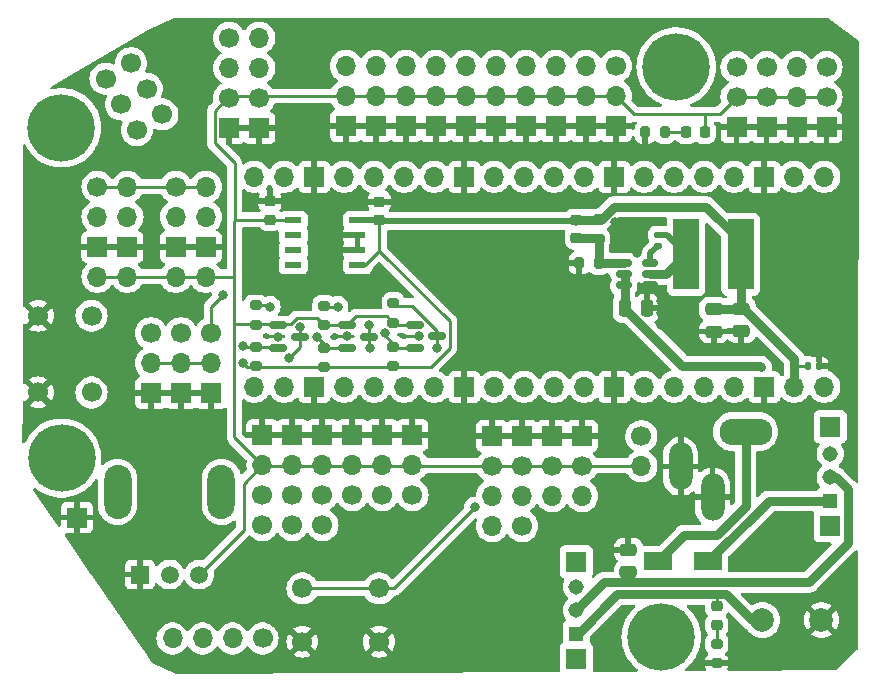
<source format=gbr>
%TF.GenerationSoftware,KiCad,Pcbnew,7.0.1-0*%
%TF.CreationDate,2023-05-05T03:57:04-04:00*%
%TF.ProjectId,rcc-pico,7263632d-7069-4636-9f2e-6b696361645f,rev?*%
%TF.SameCoordinates,Original*%
%TF.FileFunction,Copper,L1,Top*%
%TF.FilePolarity,Positive*%
%FSLAX46Y46*%
G04 Gerber Fmt 4.6, Leading zero omitted, Abs format (unit mm)*
G04 Created by KiCad (PCBNEW 7.0.1-0) date 2023-05-05 03:57:04*
%MOMM*%
%LPD*%
G01*
G04 APERTURE LIST*
G04 Aperture macros list*
%AMRoundRect*
0 Rectangle with rounded corners*
0 $1 Rounding radius*
0 $2 $3 $4 $5 $6 $7 $8 $9 X,Y pos of 4 corners*
0 Add a 4 corners polygon primitive as box body*
4,1,4,$2,$3,$4,$5,$6,$7,$8,$9,$2,$3,0*
0 Add four circle primitives for the rounded corners*
1,1,$1+$1,$2,$3*
1,1,$1+$1,$4,$5*
1,1,$1+$1,$6,$7*
1,1,$1+$1,$8,$9*
0 Add four rect primitives between the rounded corners*
20,1,$1+$1,$2,$3,$4,$5,0*
20,1,$1+$1,$4,$5,$6,$7,0*
20,1,$1+$1,$6,$7,$8,$9,0*
20,1,$1+$1,$8,$9,$2,$3,0*%
%AMHorizOval*
0 Thick line with rounded ends*
0 $1 width*
0 $2 $3 position (X,Y) of the first rounded end (center of the circle)*
0 $4 $5 position (X,Y) of the second rounded end (center of the circle)*
0 Add line between two ends*
20,1,$1,$2,$3,$4,$5,0*
0 Add two circle primitives to create the rounded ends*
1,1,$1,$2,$3*
1,1,$1,$4,$5*%
G04 Aperture macros list end*
%TA.AperFunction,ComponentPad*%
%ADD10R,1.508000X1.508000*%
%TD*%
%TA.AperFunction,ComponentPad*%
%ADD11C,1.508000*%
%TD*%
%TA.AperFunction,ComponentPad*%
%ADD12O,2.300000X4.600000*%
%TD*%
%TA.AperFunction,ComponentPad*%
%ADD13O,2.000000X4.000000*%
%TD*%
%TA.AperFunction,ComponentPad*%
%ADD14O,4.500000X2.250000*%
%TD*%
%TA.AperFunction,ComponentPad*%
%ADD15C,1.700000*%
%TD*%
%TA.AperFunction,ComponentPad*%
%ADD16O,1.700000X1.700000*%
%TD*%
%TA.AperFunction,SMDPad,CuDef*%
%ADD17R,2.330000X1.560000*%
%TD*%
%TA.AperFunction,SMDPad,CuDef*%
%ADD18RoundRect,0.150000X-0.512500X-0.150000X0.512500X-0.150000X0.512500X0.150000X-0.512500X0.150000X0*%
%TD*%
%TA.AperFunction,ComponentPad*%
%ADD19C,2.000000*%
%TD*%
%TA.AperFunction,ComponentPad*%
%ADD20C,5.700000*%
%TD*%
%TA.AperFunction,SMDPad,CuDef*%
%ADD21RoundRect,0.200000X0.275000X-0.200000X0.275000X0.200000X-0.275000X0.200000X-0.275000X-0.200000X0*%
%TD*%
%TA.AperFunction,ComponentPad*%
%ADD22R,1.700000X1.700000*%
%TD*%
%TA.AperFunction,SMDPad,CuDef*%
%ADD23RoundRect,0.150000X-0.587500X-0.150000X0.587500X-0.150000X0.587500X0.150000X-0.587500X0.150000X0*%
%TD*%
%TA.AperFunction,SMDPad,CuDef*%
%ADD24RoundRect,0.218750X-0.218750X-0.256250X0.218750X-0.256250X0.218750X0.256250X-0.218750X0.256250X0*%
%TD*%
%TA.AperFunction,SMDPad,CuDef*%
%ADD25RoundRect,0.250000X-0.475000X0.250000X-0.475000X-0.250000X0.475000X-0.250000X0.475000X0.250000X0*%
%TD*%
%TA.AperFunction,SMDPad,CuDef*%
%ADD26RoundRect,0.225000X0.250000X-0.225000X0.250000X0.225000X-0.250000X0.225000X-0.250000X-0.225000X0*%
%TD*%
%TA.AperFunction,SMDPad,CuDef*%
%ADD27R,1.460500X0.558800*%
%TD*%
%TA.AperFunction,SMDPad,CuDef*%
%ADD28RoundRect,0.200000X-0.275000X0.200000X-0.275000X-0.200000X0.275000X-0.200000X0.275000X0.200000X0*%
%TD*%
%TA.AperFunction,SMDPad,CuDef*%
%ADD29RoundRect,0.250000X0.475000X-0.250000X0.475000X0.250000X-0.475000X0.250000X-0.475000X-0.250000X0*%
%TD*%
%TA.AperFunction,SMDPad,CuDef*%
%ADD30RoundRect,0.200000X0.200000X0.275000X-0.200000X0.275000X-0.200000X-0.275000X0.200000X-0.275000X0*%
%TD*%
%TA.AperFunction,ComponentPad*%
%ADD31R,1.308000X1.308000*%
%TD*%
%TA.AperFunction,ComponentPad*%
%ADD32C,1.308000*%
%TD*%
%TA.AperFunction,ComponentPad*%
%ADD33R,1.800000X1.800000*%
%TD*%
%TA.AperFunction,SMDPad,CuDef*%
%ADD34RoundRect,0.140000X0.170000X-0.140000X0.170000X0.140000X-0.170000X0.140000X-0.170000X-0.140000X0*%
%TD*%
%TA.AperFunction,SMDPad,CuDef*%
%ADD35RoundRect,0.140000X0.140000X0.170000X-0.140000X0.170000X-0.140000X-0.170000X0.140000X-0.170000X0*%
%TD*%
%TA.AperFunction,ComponentPad*%
%ADD36HorizOval,1.700000X0.000000X0.000000X0.000000X0.000000X0*%
%TD*%
%TA.AperFunction,SMDPad,CuDef*%
%ADD37RoundRect,0.250000X-0.250000X-0.475000X0.250000X-0.475000X0.250000X0.475000X-0.250000X0.475000X0*%
%TD*%
%TA.AperFunction,SMDPad,CuDef*%
%ADD38R,2.225000X5.950000*%
%TD*%
%TA.AperFunction,SMDPad,CuDef*%
%ADD39RoundRect,0.218750X0.256250X-0.218750X0.256250X0.218750X-0.256250X0.218750X-0.256250X-0.218750X0*%
%TD*%
%TA.AperFunction,ViaPad*%
%ADD40C,0.800000*%
%TD*%
%TA.AperFunction,Conductor*%
%ADD41C,0.250000*%
%TD*%
%TA.AperFunction,Conductor*%
%ADD42C,0.750000*%
%TD*%
%TA.AperFunction,Conductor*%
%ADD43C,0.500000*%
%TD*%
G04 APERTURE END LIST*
D10*
%TO.P,R11,1*%
%TO.N,GND*%
X86425000Y-75775000D03*
D11*
%TO.P,R11,2*%
%TO.N,/POT_signal*%
X88925000Y-75775000D03*
%TO.P,R11,3*%
%TO.N,+3.3V*%
X91425000Y-75775000D03*
D12*
%TO.P,R11,S1*%
%TO.N,N/C*%
X84525000Y-68775000D03*
%TO.P,R11,S2*%
X93325000Y-68775000D03*
%TD*%
D13*
%TO.P,J3,3*%
%TO.N,GND*%
X134900000Y-69225000D03*
%TO.P,J3,2*%
X132200000Y-66625000D03*
D14*
%TO.P,J3,1*%
%TO.N,Net-(D3-A)*%
X137700000Y-63675000D03*
%TD*%
D15*
%TO.P,J16,1,Pin_1*%
%TO.N,/adcref_3v3*%
X128875000Y-64062500D03*
D16*
%TO.P,J16,2,Pin_2*%
%TO.N,+3.3V*%
X128875000Y-66602500D03*
%TD*%
D17*
%TO.P,D3,2,A*%
%TO.N,Net-(D3-A)*%
X130272500Y-74650000D03*
%TO.P,D3,1,K*%
%TO.N,Net-(D3-K)*%
X134552500Y-74650000D03*
%TD*%
D18*
%TO.P,U1,1,FB*%
%TO.N,Net-(U1-FB)*%
X127362500Y-49400000D03*
%TO.P,U1,2,EN*%
%TO.N,+9V*%
X127362500Y-50350000D03*
%TO.P,U1,3,VIN*%
X127362500Y-51300000D03*
%TO.P,U1,4,GND*%
%TO.N,GND*%
X129637500Y-51300000D03*
%TO.P,U1,5,SW*%
%TO.N,Net-(U1-SW)*%
X129637500Y-50350000D03*
%TO.P,U1,6,BST*%
%TO.N,Net-(U1-BST)*%
X129637500Y-49400000D03*
%TD*%
D19*
%TO.P,J8,1,Pin_1*%
%TO.N,/MTRPWR*%
X139125000Y-79625000D03*
%TO.P,J8,2,Pin_2*%
%TO.N,GND*%
X144125000Y-79625000D03*
%TD*%
D20*
%TO.P,H4,1,1*%
%TO.N,unconnected-(H4-Pad1)*%
X131825000Y-32800000D03*
%TD*%
D21*
%TO.P,R1,1*%
%TO.N,Net-(U1-FB)*%
X125250000Y-47350000D03*
%TO.P,R1,2*%
%TO.N,+5V*%
X125250000Y-45700000D03*
%TD*%
D22*
%TO.P,J17,1,Pin_1*%
%TO.N,GND*%
X96790000Y-63962500D03*
%TO.P,J17,2,Pin_2*%
X99330000Y-63962500D03*
%TO.P,J17,3,Pin_3*%
X101870000Y-63962500D03*
D16*
%TO.P,J17,4,Pin_4*%
%TO.N,+3.3V*%
X96790000Y-66502500D03*
%TO.P,J17,5,5*%
X99330000Y-66502500D03*
%TO.P,J17,6,6*%
X101870000Y-66502500D03*
D15*
%TO.P,J17,7,7*%
%TO.N,/GPIO16*%
X96790000Y-69042500D03*
%TO.P,J17,8,8*%
%TO.N,/GPIO17*%
X99330000Y-69042500D03*
%TO.P,J17,9,9*%
%TO.N,/GPIO18*%
X101870000Y-69042500D03*
%TO.P,J17,10,10*%
%TO.N,/3V3_PWM_3*%
X96790000Y-71582500D03*
%TO.P,J17,11,11*%
%TO.N,/3V3_PWM_2*%
X99330000Y-71582500D03*
%TO.P,J17,12,12*%
%TO.N,/3V3_PWM_1*%
X101870000Y-71582500D03*
D22*
%TO.P,J17,21,Pin_1*%
%TO.N,GND*%
X104410000Y-63962500D03*
%TO.P,J17,22,Pin_2*%
X106950000Y-63962500D03*
%TO.P,J17,23,Pin_3*%
X109490000Y-63962500D03*
D16*
%TO.P,J17,24,Pin_4*%
%TO.N,+3.3V*%
X104410000Y-66502500D03*
%TO.P,J17,25,5*%
X106950000Y-66502500D03*
%TO.P,J17,26,6*%
X109490000Y-66502500D03*
D15*
%TO.P,J17,27,7*%
%TO.N,/GPIO19*%
X104410000Y-69042500D03*
%TO.P,J17,28,8*%
%TO.N,/GPIO20*%
X106950000Y-69042500D03*
%TO.P,J17,29,9*%
%TO.N,/GPIO21*%
X109490000Y-69042500D03*
%TD*%
D22*
%TO.P,TP1,1,1*%
%TO.N,GND*%
X81075000Y-70950000D03*
%TD*%
D23*
%TO.P,Q3,1,G*%
%TO.N,+3.3V*%
X98112500Y-54675000D03*
%TO.P,Q3,2,S*%
%TO.N,/5V_PWM_3*%
X98112500Y-56575000D03*
%TO.P,Q3,3,D*%
%TO.N,/3V3_PWM_3*%
X99987500Y-55625000D03*
%TD*%
D24*
%TO.P,D1,1,K*%
%TO.N,Net-(D1-K)*%
X132687500Y-38350000D03*
%TO.P,D1,2,A*%
%TO.N,+3.3V*%
X134262500Y-38350000D03*
%TD*%
D15*
%TO.P,J5,1*%
%TO.N,/GPIO0*%
X144550000Y-32810000D03*
D16*
%TO.P,J5,2*%
%TO.N,/GPIO1*%
X142010000Y-32810000D03*
D15*
%TO.P,J5,3*%
%TO.N,/GPIO2*%
X139470000Y-32810000D03*
%TO.P,J5,4*%
%TO.N,/GPIO3*%
X136930000Y-32810000D03*
%TO.P,J5,5*%
%TO.N,+3.3V*%
X144550000Y-35350000D03*
D16*
%TO.P,J5,6*%
X142010000Y-35350000D03*
D15*
%TO.P,J5,7*%
X139470000Y-35350000D03*
%TO.P,J5,8*%
X136930000Y-35350000D03*
D22*
%TO.P,J5,9*%
%TO.N,GND*%
X144550000Y-37890000D03*
%TO.P,J5,10*%
X142010000Y-37890000D03*
%TO.P,J5,11*%
X139470000Y-37890000D03*
%TO.P,J5,12*%
X136930000Y-37890000D03*
%TD*%
D25*
%TO.P,C2,1*%
%TO.N,+5V*%
X137335000Y-53275000D03*
%TO.P,C2,2*%
%TO.N,GND*%
X137335000Y-55175000D03*
%TD*%
D15*
%TO.P,SW1,1,1*%
%TO.N,/run*%
X100175000Y-76950000D03*
X106675000Y-76950000D03*
%TO.P,SW1,2,2*%
%TO.N,GND*%
X100175000Y-81450000D03*
X106675000Y-81450000D03*
%TD*%
D26*
%TO.P,C9,1*%
%TO.N,+5V*%
X106690125Y-45747500D03*
%TO.P,C9,2*%
%TO.N,GND*%
X106690125Y-44197500D03*
%TD*%
D15*
%TO.P,SW2,1,1*%
%TO.N,/extra_button*%
X82320000Y-53860000D03*
X82320000Y-60360000D03*
%TO.P,SW2,2,2*%
%TO.N,GND*%
X77820000Y-53860000D03*
X77820000Y-60360000D03*
%TD*%
%TO.P,J4,1,Pin_1*%
%TO.N,/POT_signal*%
X118775000Y-71662500D03*
D16*
%TO.P,J4,2,Pin_2*%
%TO.N,/extra_button*%
X116235000Y-71662500D03*
%TO.P,J4,3,Pin_3*%
%TO.N,/GPIO28*%
X118775000Y-69122500D03*
%TO.P,J4,4,Pin_4*%
%TO.N,/GPIO22*%
X116235000Y-69122500D03*
D15*
%TO.P,J4,5,5*%
%TO.N,+3.3V*%
X118775000Y-66582500D03*
%TO.P,J4,6,6*%
X116235000Y-66582500D03*
D22*
%TO.P,J4,7,7*%
%TO.N,GND*%
X118775000Y-64042500D03*
%TO.P,J4,8,8*%
X116235000Y-64042500D03*
%TO.P,J4,21,Pin_1*%
X121315000Y-64042500D03*
%TO.P,J4,22,Pin_2*%
X123855000Y-64042500D03*
D15*
%TO.P,J4,23,Pin_3*%
%TO.N,+3.3V*%
X121315000Y-66582500D03*
%TO.P,J4,24,Pin_4*%
X123855000Y-66582500D03*
D16*
%TO.P,J4,25,5*%
%TO.N,/GPIO26*%
X121315000Y-69122500D03*
%TO.P,J4,26,6*%
%TO.N,/GPIO27*%
X123855000Y-69122500D03*
%TD*%
D27*
%TO.P,U2,1,VOUT*%
%TO.N,+3.3V*%
X99390975Y-45772500D03*
%TO.P,U2,2,NC*%
%TO.N,unconnected-(U2-NC-Pad2)*%
X99390975Y-47042500D03*
%TO.P,U2,3,NC*%
%TO.N,unconnected-(U2-NC-Pad3)*%
X99390975Y-48312500D03*
%TO.P,U2,4,NC*%
%TO.N,unconnected-(U2-NC-Pad4)*%
X99390975Y-49582500D03*
%TO.P,U2,5,EN*%
%TO.N,+5V*%
X104839275Y-49582500D03*
%TO.P,U2,6,GND*%
%TO.N,GND*%
X104839275Y-48312500D03*
%TO.P,U2,7,GND*%
X104839275Y-47042500D03*
%TO.P,U2,8,VIN*%
%TO.N,+5V*%
X104839275Y-45772500D03*
%TD*%
D28*
%TO.P,R4,1*%
%TO.N,Net-(D2-K)*%
X135250000Y-81637500D03*
%TO.P,R4,2*%
%TO.N,GND*%
X135250000Y-83287500D03*
%TD*%
D21*
%TO.P,R6,1*%
%TO.N,+3.3V*%
X107880000Y-54445000D03*
%TO.P,R6,2*%
%TO.N,/3V3_PWM_1*%
X107880000Y-52795000D03*
%TD*%
D20*
%TO.P,H3,1,1*%
%TO.N,unconnected-(H3-Pad1)*%
X130550000Y-81075000D03*
%TD*%
D29*
%TO.P,C5,2*%
%TO.N,GND*%
X127775000Y-73700000D03*
%TO.P,C5,1*%
%TO.N,+9V*%
X127775000Y-75600000D03*
%TD*%
D30*
%TO.P,R2,1*%
%TO.N,Net-(U1-FB)*%
X125275000Y-49400000D03*
%TO.P,R2,2*%
%TO.N,GND*%
X123625000Y-49400000D03*
%TD*%
D21*
%TO.P,R10,1*%
%TO.N,+3.3V*%
X96230000Y-54635000D03*
%TO.P,R10,2*%
%TO.N,/3V3_PWM_3*%
X96230000Y-52985000D03*
%TD*%
%TO.P,R8,1*%
%TO.N,+3.3V*%
X102010000Y-54655000D03*
%TO.P,R8,2*%
%TO.N,/3V3_PWM_2*%
X102010000Y-53005000D03*
%TD*%
D23*
%TO.P,Q1,1,G*%
%TO.N,+3.3V*%
X109712500Y-54662500D03*
%TO.P,Q1,2,S*%
%TO.N,/5V_PWM_1*%
X109712500Y-56562500D03*
%TO.P,Q1,3,D*%
%TO.N,/3V3_PWM_1*%
X111587500Y-55612500D03*
%TD*%
D15*
%TO.P,J12,1,Pin_1*%
%TO.N,/SDA*%
X89460000Y-42955000D03*
D16*
%TO.P,J12,2,Pin_2*%
X92000000Y-42955000D03*
%TO.P,J12,3,Pin_3*%
%TO.N,/SCL*%
X89460000Y-45495000D03*
%TO.P,J12,4,Pin_4*%
X92000000Y-45495000D03*
D22*
%TO.P,J12,5,Pin_5*%
%TO.N,GND*%
X89460000Y-48035000D03*
%TO.P,J12,6,Pin_6*%
X92000000Y-48035000D03*
D16*
%TO.P,J12,7,Pin_7*%
%TO.N,+3.3V*%
X89460000Y-50575000D03*
%TO.P,J12,8,Pin_8*%
X92000000Y-50575000D03*
%TD*%
D31*
%TO.P,SW-on/off1,1,A*%
%TO.N,Net-(D3-K)*%
X144875000Y-69550000D03*
D32*
%TO.P,SW-on/off1,2,B*%
%TO.N,+9V*%
X144875000Y-67550000D03*
%TO.P,SW-on/off1,3*%
%TO.N,N/C*%
X144875000Y-65550000D03*
D33*
%TO.P,SW-on/off1,NC*%
X144875000Y-71650000D03*
X144875000Y-63250000D03*
%TD*%
D20*
%TO.P,H2,1,1*%
%TO.N,unconnected-(H2-Pad1)*%
X79775000Y-37950000D03*
%TD*%
D34*
%TO.P,C1,1*%
%TO.N,Net-(U1-BST)*%
X130250000Y-47980000D03*
%TO.P,C1,2*%
%TO.N,Net-(U1-SW)*%
X130250000Y-47020000D03*
%TD*%
D35*
%TO.P,C7,1*%
%TO.N,GND*%
X143905000Y-58125000D03*
%TO.P,C7,2*%
%TO.N,+5V*%
X142945000Y-58125000D03*
%TD*%
D20*
%TO.P,H1,1,1*%
%TO.N,unconnected-(H1-Pad1)*%
X79800000Y-65925000D03*
%TD*%
D15*
%TO.P,J11,1,Pin_1*%
%TO.N,/SDA*%
X82820000Y-42950000D03*
D16*
%TO.P,J11,2,Pin_2*%
X85360000Y-42950000D03*
%TO.P,J11,3,Pin_3*%
%TO.N,/SCL*%
X82820000Y-45490000D03*
%TO.P,J11,4,Pin_4*%
X85360000Y-45490000D03*
D22*
%TO.P,J11,5,Pin_5*%
%TO.N,GND*%
X82820000Y-48030000D03*
%TO.P,J11,6,Pin_6*%
X85360000Y-48030000D03*
D16*
%TO.P,J11,7,Pin_7*%
%TO.N,+3.3V*%
X82820000Y-50570000D03*
%TO.P,J11,8,Pin_8*%
X85360000Y-50570000D03*
%TD*%
D21*
%TO.P,R7,1*%
%TO.N,+5V*%
X102000000Y-58215000D03*
%TO.P,R7,2*%
%TO.N,/5V_PWM_2*%
X102000000Y-56565000D03*
%TD*%
D30*
%TO.P,R3,1*%
%TO.N,Net-(D1-K)*%
X130850000Y-38350000D03*
%TO.P,R3,2*%
%TO.N,GND*%
X129200000Y-38350000D03*
%TD*%
D15*
%TO.P,J14,1,Pin_1*%
%TO.N,unconnected-(J14-Pin_1-Pad1)*%
X88319157Y-36820651D03*
D36*
%TO.P,J14,2,Pin_2*%
%TO.N,unconnected-(J14-Pin_2-Pad2)*%
X86148832Y-38140230D03*
%TO.P,J14,3,Pin_3*%
%TO.N,unconnected-(J14-Pin_3-Pad3)*%
X86999578Y-34650326D03*
%TO.P,J14,4,Pin_4*%
%TO.N,unconnected-(J14-Pin_4-Pad4)*%
X84829253Y-35969904D03*
%TO.P,J14,5,Pin_5*%
%TO.N,unconnected-(J14-Pin_5-Pad5)*%
X85680000Y-32480000D03*
%TO.P,J14,6,Pin_6*%
%TO.N,unconnected-(J14-Pin_6-Pad6)*%
X83509674Y-33799579D03*
%TD*%
D37*
%TO.P,C4,1*%
%TO.N,+9V*%
X127450000Y-53225000D03*
%TO.P,C4,2*%
%TO.N,GND*%
X129350000Y-53225000D03*
%TD*%
D23*
%TO.P,Q2,1,G*%
%TO.N,+3.3V*%
X103962500Y-54675000D03*
%TO.P,Q2,2,S*%
%TO.N,/5V_PWM_2*%
X103962500Y-56575000D03*
%TO.P,Q2,3,D*%
%TO.N,/3V3_PWM_2*%
X105837500Y-55625000D03*
%TD*%
D22*
%TO.P,J13,1,Pin_1*%
%TO.N,GND*%
X92440000Y-60420000D03*
%TO.P,J13,2,Pin_2*%
X89900000Y-60420000D03*
%TO.P,J13,3,Pin_3*%
X87360000Y-60420000D03*
D16*
%TO.P,J13,4,Pin_4*%
%TO.N,+5V*%
X92440000Y-57880000D03*
%TO.P,J13,5,5*%
X89900000Y-57880000D03*
%TO.P,J13,6,6*%
X87360000Y-57880000D03*
D15*
%TO.P,J13,7,7*%
%TO.N,/5V_PWM_1*%
X92440000Y-55340000D03*
%TO.P,J13,8,8*%
%TO.N,/5V_PWM_2*%
X89900000Y-55340000D03*
%TO.P,J13,9,9*%
%TO.N,/5V_PWM_3*%
X87360000Y-55340000D03*
%TD*%
D21*
%TO.P,R9,1*%
%TO.N,+5V*%
X96250000Y-58125000D03*
%TO.P,R9,2*%
%TO.N,/5V_PWM_3*%
X96250000Y-56475000D03*
%TD*%
D15*
%TO.P,J1,1,Pin_1*%
%TO.N,unconnected-(J1-Pin_1-Pad1)*%
X96800000Y-81190000D03*
D16*
%TO.P,J1,2,Pin_2*%
%TO.N,unconnected-(J1-Pin_2-Pad2)*%
X94260000Y-81190000D03*
%TO.P,J1,3,Pin_3*%
%TO.N,unconnected-(J1-Pin_3-Pad3)*%
X91720000Y-81190000D03*
%TO.P,J1,4,Pin_4*%
%TO.N,unconnected-(J1-Pin_4-Pad4)*%
X89180000Y-81190000D03*
%TD*%
D38*
%TO.P,L1,1,1*%
%TO.N,Net-(U1-SW)*%
X132675000Y-48675000D03*
%TO.P,L1,2,2*%
%TO.N,+5V*%
X137275000Y-48675000D03*
%TD*%
D26*
%TO.P,C6,1*%
%TO.N,Net-(U1-FB)*%
X123375000Y-47300000D03*
%TO.P,C6,2*%
%TO.N,+5V*%
X123375000Y-45750000D03*
%TD*%
D25*
%TO.P,C3,1*%
%TO.N,+5V*%
X135000000Y-53300000D03*
%TO.P,C3,2*%
%TO.N,GND*%
X135000000Y-55200000D03*
%TD*%
D39*
%TO.P,D2,1,K*%
%TO.N,Net-(D2-K)*%
X135250000Y-80050000D03*
%TO.P,D2,2,A*%
%TO.N,/MTRPWR*%
X135250000Y-78475000D03*
%TD*%
D16*
%TO.P,U3,40,VBUS*%
%TO.N,unconnected-(U3-VBUS-Pad40)*%
X144370000Y-59880000D03*
%TO.P,U3,39,VSYS*%
%TO.N,+5V*%
X141830000Y-59880000D03*
D22*
%TO.P,U3,38,GND*%
%TO.N,GND*%
X139290000Y-59880000D03*
D16*
%TO.P,U3,37,3V3_EN*%
%TO.N,unconnected-(U3-3V3_EN-Pad37)*%
X136750000Y-59880000D03*
%TO.P,U3,36,3V3*%
%TO.N,unconnected-(U3-3V3-Pad36)*%
X134210000Y-59880000D03*
%TO.P,U3,35,ADC_VREF*%
%TO.N,/adcref_3v3*%
X131670000Y-59880000D03*
%TO.P,U3,34,GPIO28_ADC2*%
%TO.N,/GPIO28*%
X129130000Y-59880000D03*
D22*
%TO.P,U3,33,AGND*%
%TO.N,GND*%
X126590000Y-59880000D03*
D16*
%TO.P,U3,32,GPIO27_ADC1*%
%TO.N,/GPIO27*%
X124050000Y-59880000D03*
%TO.P,U3,31,GPIO26_ADC0*%
%TO.N,/GPIO26*%
X121510000Y-59880000D03*
%TO.P,U3,30,RUN*%
%TO.N,/run*%
X118970000Y-59880000D03*
%TO.P,U3,29,GPIO22*%
%TO.N,/GPIO22*%
X116430000Y-59880000D03*
D22*
%TO.P,U3,28,GND*%
%TO.N,GND*%
X113890000Y-59880000D03*
D16*
%TO.P,U3,27,GPIO21*%
%TO.N,/GPIO21*%
X111350000Y-59880000D03*
%TO.P,U3,26,GPIO20*%
%TO.N,/GPIO20*%
X108810000Y-59880000D03*
%TO.P,U3,25,GPIO19*%
%TO.N,/GPIO19*%
X106270000Y-59880000D03*
%TO.P,U3,24,GPIO18*%
%TO.N,/GPIO18*%
X103730000Y-59880000D03*
D22*
%TO.P,U3,23,GND*%
%TO.N,GND*%
X101190000Y-59880000D03*
D16*
%TO.P,U3,22,GPIO17*%
%TO.N,/GPIO17*%
X98650000Y-59880000D03*
%TO.P,U3,21,GPIO16*%
%TO.N,/GPIO16*%
X96110000Y-59880000D03*
%TO.P,U3,20,GPIO15*%
%TO.N,/GPIO15*%
X96110000Y-42100000D03*
%TO.P,U3,19,GPIO14*%
%TO.N,/GPIO14*%
X98650000Y-42100000D03*
D22*
%TO.P,U3,18,GND*%
%TO.N,GND*%
X101190000Y-42100000D03*
D16*
%TO.P,U3,17,GPIO13*%
%TO.N,/GPIO13*%
X103730000Y-42100000D03*
%TO.P,U3,16,GPIO12*%
%TO.N,/GPIO12*%
X106270000Y-42100000D03*
%TO.P,U3,15,GPIO11*%
%TO.N,/GPIO11*%
X108810000Y-42100000D03*
%TO.P,U3,14,GPIO10*%
%TO.N,/GPIO10*%
X111350000Y-42100000D03*
D22*
%TO.P,U3,13,GND*%
%TO.N,GND*%
X113890000Y-42100000D03*
D16*
%TO.P,U3,12,GPIO9*%
%TO.N,/GPIO9*%
X116430000Y-42100000D03*
%TO.P,U3,11,GPIO8*%
%TO.N,/GPIO8*%
X118970000Y-42100000D03*
%TO.P,U3,10,GPIO7*%
%TO.N,/GPIO7*%
X121510000Y-42100000D03*
%TO.P,U3,9,GPIO6*%
%TO.N,/GPIO6*%
X124050000Y-42100000D03*
D22*
%TO.P,U3,8,GND*%
%TO.N,GND*%
X126590000Y-42100000D03*
D16*
%TO.P,U3,7,GPIO5*%
%TO.N,/GPIO5*%
X129130000Y-42100000D03*
%TO.P,U3,6,GPIO4*%
%TO.N,/GPIO4*%
X131670000Y-42100000D03*
%TO.P,U3,5,GPIO3*%
%TO.N,/GPIO3*%
X134210000Y-42100000D03*
%TO.P,U3,4,GPIO2*%
%TO.N,/GPIO2*%
X136750000Y-42100000D03*
D22*
%TO.P,U3,3,GND*%
%TO.N,GND*%
X139290000Y-42100000D03*
D16*
%TO.P,U3,2,GPIO1*%
%TO.N,/GPIO1*%
X141830000Y-42100000D03*
%TO.P,U3,1,GPIO0*%
%TO.N,/GPIO0*%
X144370000Y-42100000D03*
%TD*%
D15*
%TO.P,J10,1,Pin_1*%
%TO.N,/SCL*%
X93985000Y-30345000D03*
D16*
%TO.P,J10,2,Pin_2*%
%TO.N,/SDA*%
X96525000Y-30345000D03*
%TO.P,J10,3,Pin_3*%
%TO.N,/GPIO15*%
X93985000Y-32885000D03*
%TO.P,J10,4,Pin_4*%
%TO.N,/GPIO14*%
X96525000Y-32885000D03*
D15*
%TO.P,J10,5,Pin_5*%
%TO.N,+3.3V*%
X93985000Y-35425000D03*
%TO.P,J10,6,Pin_6*%
X96525000Y-35425000D03*
D22*
%TO.P,J10,7,Pin_7*%
%TO.N,GND*%
X93985000Y-37965000D03*
%TO.P,J10,8,Pin_8*%
X96525000Y-37965000D03*
%TD*%
D26*
%TO.P,C8,1*%
%TO.N,+3.3V*%
X97425000Y-45725000D03*
%TO.P,C8,2*%
%TO.N,GND*%
X97425000Y-44175000D03*
%TD*%
D15*
%TO.P,J7,1*%
%TO.N,/GPIO4*%
X126720000Y-32710000D03*
D16*
%TO.P,J7,2*%
%TO.N,/GPIO5*%
X124180000Y-32710000D03*
%TO.P,J7,3*%
%TO.N,/GPIO6*%
X121640000Y-32710000D03*
%TO.P,J7,4*%
%TO.N,/GPIO7*%
X119100000Y-32710000D03*
%TO.P,J7,5*%
%TO.N,/GPIO8*%
X116560000Y-32710000D03*
%TO.P,J7,6*%
%TO.N,/GPIO9*%
X114020000Y-32710000D03*
%TO.P,J7,7*%
%TO.N,/GPIO10*%
X111480000Y-32710000D03*
%TO.P,J7,8*%
%TO.N,/GPIO11*%
X108940000Y-32710000D03*
%TO.P,J7,9*%
%TO.N,/GPIO12*%
X106400000Y-32710000D03*
%TO.P,J7,10*%
%TO.N,/GPIO13*%
X103860000Y-32710000D03*
%TO.P,J7,11*%
%TO.N,+3.3V*%
X126720000Y-35250000D03*
%TO.P,J7,12*%
X124180000Y-35250000D03*
%TO.P,J7,13*%
X121640000Y-35250000D03*
%TO.P,J7,14*%
X119100000Y-35250000D03*
%TO.P,J7,15*%
X116560000Y-35250000D03*
%TO.P,J7,16*%
X114020000Y-35250000D03*
%TO.P,J7,17*%
X111480000Y-35250000D03*
%TO.P,J7,18*%
X108940000Y-35250000D03*
%TO.P,J7,19*%
X106400000Y-35250000D03*
%TO.P,J7,20*%
X103860000Y-35250000D03*
D22*
%TO.P,J7,21*%
%TO.N,GND*%
X126710000Y-37790000D03*
%TO.P,J7,22*%
X124170000Y-37790000D03*
%TO.P,J7,23*%
X121630000Y-37790000D03*
%TO.P,J7,24*%
X119090000Y-37790000D03*
%TO.P,J7,25*%
X116550000Y-37790000D03*
%TO.P,J7,26*%
X114010000Y-37790000D03*
%TO.P,J7,27*%
X111470000Y-37790000D03*
%TO.P,J7,28*%
X108930000Y-37790000D03*
%TO.P,J7,29*%
X106390000Y-37790000D03*
%TO.P,J7,30*%
X103850000Y-37790000D03*
%TD*%
D31*
%TO.P,SW-on/off2,1,A*%
%TO.N,/MTRPWR*%
X123375000Y-80800000D03*
D32*
%TO.P,SW-on/off2,2,B*%
%TO.N,+9V*%
X123375000Y-78800000D03*
%TO.P,SW-on/off2,3*%
%TO.N,N/C*%
X123375000Y-76800000D03*
D33*
%TO.P,SW-on/off2,NC*%
X123375000Y-82900000D03*
X123375000Y-74700000D03*
%TD*%
D21*
%TO.P,R5,1*%
%TO.N,+5V*%
X107850000Y-58135000D03*
%TO.P,R5,2*%
%TO.N,/5V_PWM_1*%
X107850000Y-56485000D03*
%TD*%
D40*
%TO.N,GND*%
X138769000Y-74090000D03*
X139785000Y-74090000D03*
X140875000Y-73075000D03*
X140875000Y-74095000D03*
X139785000Y-73070000D03*
X138769000Y-73070000D03*
%TO.N,/run*%
X114775000Y-70100000D03*
%TO.N,GND*%
X126450000Y-83450000D03*
X127450000Y-83450000D03*
%TO.N,+9V*%
X139025000Y-58200000D03*
%TO.N,GND*%
X128524000Y-47498000D03*
X126610000Y-47990000D03*
X101346000Y-49530000D03*
X102870000Y-45720000D03*
X132480000Y-53094000D03*
X127590000Y-46984000D03*
X132480000Y-54110000D03*
X124140000Y-50730000D03*
X110030000Y-55580000D03*
X134874000Y-47244000D03*
X125025000Y-57600000D03*
X131455000Y-55200000D03*
X125984000Y-50800000D03*
X118025000Y-57600000D03*
X121025000Y-57600000D03*
X131460000Y-53094000D03*
X125060000Y-52296000D03*
X101346000Y-46990000D03*
X124140000Y-51746000D03*
X130556000Y-53594000D03*
X130556000Y-52578000D03*
X134874000Y-50292000D03*
X126610000Y-45958000D03*
X130551000Y-54684000D03*
X116025000Y-57600000D03*
X102870000Y-49530000D03*
X101346000Y-45720000D03*
X134874000Y-48260000D03*
X117025000Y-57600000D03*
X122025000Y-57600000D03*
X124140000Y-52762000D03*
X126610000Y-46974000D03*
X102870000Y-46990000D03*
X103910000Y-55600000D03*
X125984000Y-51816000D03*
X128524000Y-48514000D03*
X119025000Y-57600000D03*
X128524000Y-46482000D03*
X127590000Y-48000000D03*
X125060000Y-51280000D03*
X101346000Y-48260000D03*
X124025000Y-57600000D03*
X120025000Y-57600000D03*
X132475000Y-55200000D03*
X125060000Y-53312000D03*
X134874000Y-51308000D03*
X134874000Y-49276000D03*
X127590000Y-45968000D03*
X98100000Y-55660000D03*
X102870000Y-48260000D03*
X131460000Y-54110000D03*
X125984000Y-52832000D03*
X123025000Y-57600000D03*
%TO.N,+5V*%
X95149500Y-57845183D03*
%TO.N,/3V3_PWM_1*%
X111600000Y-56625000D03*
%TO.N,/3V3_PWM_2*%
X103160000Y-53084500D03*
X105840000Y-54630000D03*
X105860000Y-56630000D03*
%TO.N,/3V3_PWM_3*%
X99016250Y-57480500D03*
X99987500Y-54800000D03*
X97420000Y-53084500D03*
%TO.N,/5V_PWM_1*%
X107155190Y-55305963D03*
X93425250Y-52150250D03*
%TO.N,/5V_PWM_2*%
X101430000Y-55670000D03*
%TO.N,/5V_PWM_3*%
X95149500Y-56394500D03*
%TD*%
D41*
%TO.N,+3.3V*%
X96657500Y-66582500D02*
X128630000Y-66582500D01*
X128630000Y-66582500D02*
X128900000Y-66852500D01*
%TO.N,+5V*%
X87360000Y-57880000D02*
X92440000Y-57880000D01*
%TO.N,/5V_PWM_1*%
X93425250Y-52150250D02*
X92440000Y-53135500D01*
X92440000Y-53135500D02*
X92440000Y-55340000D01*
%TO.N,/run*%
X114775000Y-70100000D02*
X107925000Y-76950000D01*
X107925000Y-76950000D02*
X106675000Y-76950000D01*
D42*
%TO.N,+5V*%
X141830000Y-59880000D02*
X141830000Y-58125000D01*
X141830000Y-58125000D02*
X141830000Y-57548629D01*
D41*
X142945000Y-58125000D02*
X141830000Y-58125000D01*
D42*
X141830000Y-57548629D02*
X137556371Y-53275000D01*
X137556371Y-53275000D02*
X135025000Y-53275000D01*
%TO.N,+9V*%
X139025000Y-58200000D02*
X138950000Y-58125000D01*
X138950000Y-58125000D02*
X132350000Y-58125000D01*
X132350000Y-58125000D02*
X127525000Y-53300000D01*
X127850000Y-75600000D02*
X127600000Y-75850000D01*
X127600000Y-75850000D02*
X127600000Y-76325000D01*
X143050000Y-76425000D02*
X127700000Y-76425000D01*
X127700000Y-76425000D02*
X125750000Y-76425000D01*
X146350000Y-68567000D02*
X146350000Y-73125000D01*
X125750000Y-76425000D02*
X123375000Y-78800000D01*
X146350000Y-73125000D02*
X143050000Y-76425000D01*
X144875000Y-67550000D02*
X145333000Y-67550000D01*
X145333000Y-67550000D02*
X146350000Y-68567000D01*
%TO.N,Net-(D3-A)*%
X130272500Y-74650000D02*
X132472500Y-72450000D01*
X132472500Y-72450000D02*
X135250000Y-72450000D01*
X135250000Y-72450000D02*
X137700000Y-70000000D01*
X137700000Y-70000000D02*
X137700000Y-63675000D01*
%TO.N,Net-(D3-K)*%
X144875000Y-69550000D02*
X139652500Y-69550000D01*
X139652500Y-69550000D02*
X134552500Y-74650000D01*
D41*
%TO.N,/run*%
X100175000Y-76950000D02*
X106675000Y-76950000D01*
%TO.N,Net-(D2-K)*%
X135250000Y-80050000D02*
X135250000Y-81637500D01*
D42*
%TO.N,/MTRPWR*%
X135125000Y-77450000D02*
X136025000Y-77450000D01*
D41*
X135250000Y-78475000D02*
X135250000Y-77575000D01*
X135250000Y-77575000D02*
X135125000Y-77450000D01*
D42*
%TO.N,+9V*%
X127450000Y-53225000D02*
X127450000Y-50437500D01*
X127450000Y-50437500D02*
X127362500Y-50350000D01*
D43*
%TO.N,Net-(U1-BST)*%
X129637500Y-49400000D02*
X129637500Y-48592500D01*
X129637500Y-48592500D02*
X130250000Y-47980000D01*
D42*
%TO.N,Net-(U1-SW)*%
X131000000Y-50350000D02*
X132675000Y-48675000D01*
D43*
X130255000Y-47025000D02*
X131025000Y-47025000D01*
D42*
X129637500Y-50350000D02*
X131000000Y-50350000D01*
D43*
X131025000Y-47025000D02*
X132675000Y-48675000D01*
D42*
%TO.N,Net-(U1-FB)*%
X125275000Y-49400000D02*
X125275000Y-47600000D01*
X127362500Y-49400000D02*
X125275000Y-49400000D01*
X124925000Y-47250000D02*
X123750000Y-47250000D01*
D43*
%TO.N,+5V*%
X104864275Y-45747500D02*
X106690125Y-45747500D01*
D41*
X106690125Y-48371300D02*
X112650000Y-54331175D01*
D42*
X126550000Y-44625000D02*
X125450000Y-45725000D01*
D41*
X106690125Y-45747500D02*
X106690125Y-48365125D01*
D42*
X137275000Y-47550000D02*
X134350000Y-44625000D01*
D41*
X105472750Y-49582500D02*
X106690125Y-48365125D01*
D43*
X123375000Y-45975000D02*
X123075000Y-45675000D01*
D41*
X95509317Y-58205000D02*
X95149500Y-57845183D01*
X111055000Y-58205000D02*
X95509317Y-58205000D01*
X106690125Y-48365125D02*
X106690125Y-48371300D01*
D43*
X123140125Y-45872500D02*
X106752500Y-45872500D01*
D41*
X104839275Y-49582500D02*
X105472750Y-49582500D01*
D42*
X134350000Y-44625000D02*
X126550000Y-44625000D01*
D41*
X112650000Y-56610000D02*
X111055000Y-58205000D01*
D42*
X125450000Y-45725000D02*
X123625000Y-45725000D01*
X137275000Y-48675000D02*
X137335000Y-53275000D01*
D41*
X112650000Y-54331175D02*
X112650000Y-56610000D01*
%TO.N,Net-(D1-K)*%
X132687500Y-38350000D02*
X130850000Y-38350000D01*
%TO.N,+3.3V*%
X126720000Y-35250000D02*
X128257500Y-36787500D01*
X99390975Y-45772500D02*
X97679275Y-45772500D01*
X99172195Y-54590000D02*
X99687195Y-54075000D01*
X94425000Y-54450000D02*
X94425000Y-64137500D01*
X94430000Y-45840000D02*
X94430000Y-40940000D01*
X94420000Y-45850000D02*
X94430000Y-45840000D01*
X94430000Y-40940000D02*
X92750000Y-39260000D01*
X103962500Y-54675000D02*
X104732500Y-53905000D01*
X97425000Y-45725000D02*
X94545000Y-45725000D01*
X92750000Y-36500000D02*
X93990000Y-35260000D01*
X95200000Y-72000000D02*
X91425000Y-75775000D01*
X94565000Y-54590000D02*
X99172195Y-54590000D01*
X94420000Y-50100000D02*
X94420000Y-50450000D01*
X94420000Y-50450000D02*
X94295000Y-50575000D01*
X103860000Y-35250000D02*
X126720000Y-35250000D01*
X134300000Y-36862500D02*
X134300000Y-38312500D01*
X82825000Y-50575000D02*
X92000000Y-50575000D01*
X102010000Y-54655000D02*
X103942500Y-54655000D01*
X95200000Y-68092500D02*
X95200000Y-72000000D01*
X135492500Y-36787500D02*
X136930000Y-35350000D01*
X94295000Y-50575000D02*
X92000000Y-50575000D01*
X128257500Y-36787500D02*
X134375000Y-36787500D01*
X94425000Y-54450000D02*
X94565000Y-54590000D01*
X92750000Y-39260000D02*
X92750000Y-36500000D01*
X99687195Y-54075000D02*
X101430000Y-54075000D01*
X94425000Y-54450000D02*
X94425000Y-50105000D01*
X94420000Y-45850000D02*
X94420000Y-50100000D01*
X136930000Y-35350000D02*
X144550000Y-35350000D01*
X93990000Y-35260000D02*
X103850000Y-35260000D01*
X96790000Y-66502500D02*
X95200000Y-68092500D01*
X134375000Y-36787500D02*
X134300000Y-36862500D01*
X134375000Y-36787500D02*
X135492500Y-36787500D01*
X94425000Y-64137500D02*
X96790000Y-66502500D01*
X101430000Y-54075000D02*
X102010000Y-54655000D01*
X94425000Y-50105000D02*
X94420000Y-50100000D01*
X104732500Y-53905000D02*
X107340000Y-53905000D01*
X107340000Y-53905000D02*
X107880000Y-54445000D01*
X108097500Y-54662500D02*
X109712500Y-54662500D01*
D42*
%TO.N,/MTRPWR*%
X123500000Y-80800000D02*
X126850000Y-77450000D01*
X126850000Y-77450000D02*
X135125000Y-77450000D01*
X136025000Y-77450000D02*
X138200000Y-79625000D01*
D41*
%TO.N,/3V3_PWM_1*%
X111587500Y-55612500D02*
X111587500Y-55128249D01*
X111587500Y-55128249D02*
X109464251Y-53005000D01*
X111600000Y-56625000D02*
X111600000Y-55625000D01*
X109464251Y-53005000D02*
X107850000Y-53005000D01*
%TO.N,/3V3_PWM_2*%
X105837500Y-56607500D02*
X105837500Y-55625000D01*
X103160000Y-53084500D02*
X102089500Y-53084500D01*
X105837500Y-54632500D02*
X105840000Y-54630000D01*
X105837500Y-55625000D02*
X105837500Y-54632500D01*
X105860000Y-56630000D02*
X105837500Y-56607500D01*
%TO.N,/3V3_PWM_3*%
X97420000Y-53084500D02*
X97295500Y-52960000D01*
X99987500Y-55625000D02*
X99987500Y-56509250D01*
X99987500Y-56509250D02*
X99016250Y-57480500D01*
X97295500Y-52960000D02*
X96280000Y-52960000D01*
X99987500Y-54800000D02*
X99987500Y-55625000D01*
%TO.N,/5V_PWM_1*%
X107850000Y-56222454D02*
X107155190Y-55527644D01*
X109712500Y-56562500D02*
X107927500Y-56562500D01*
X107155190Y-55527644D02*
X107155190Y-55305963D01*
%TO.N,/5V_PWM_2*%
X102000000Y-56240000D02*
X101430000Y-55670000D01*
X103962500Y-56575000D02*
X102010000Y-56575000D01*
X102000000Y-56565000D02*
X102000000Y-56240000D01*
%TO.N,/5V_PWM_3*%
X95149500Y-56394500D02*
X95235000Y-56480000D01*
X95235000Y-56480000D02*
X98017500Y-56480000D01*
%TO.N,/SDA*%
X92000000Y-42955000D02*
X82825000Y-42955000D01*
%TD*%
%TA.AperFunction,Conductor*%
%TO.N,GND*%
G36*
X134458318Y-46001889D02*
G01*
X134507681Y-46032139D01*
X135617681Y-47142138D01*
X135644561Y-47182366D01*
X135654000Y-47229819D01*
X135654000Y-51698638D01*
X135655609Y-51713600D01*
X135660511Y-51759205D01*
X135711610Y-51896203D01*
X135799238Y-52013261D01*
X135916296Y-52100889D01*
X136051500Y-52151319D01*
X136106362Y-52191780D01*
X136131547Y-52255126D01*
X136119443Y-52322212D01*
X136073709Y-52372762D01*
X136008166Y-52391500D01*
X135887402Y-52391500D01*
X135822307Y-52373039D01*
X135797738Y-52357885D01*
X135797737Y-52357884D01*
X135797736Y-52357884D01*
X135629426Y-52302112D01*
X135535173Y-52292483D01*
X135525544Y-52291500D01*
X134474455Y-52291500D01*
X134370574Y-52302112D01*
X134202263Y-52357884D01*
X134051345Y-52450971D01*
X133925971Y-52576345D01*
X133832884Y-52727263D01*
X133777112Y-52895573D01*
X133766500Y-52999455D01*
X133766500Y-53600544D01*
X133777112Y-53704425D01*
X133832884Y-53872736D01*
X133832885Y-53872738D01*
X133845496Y-53893184D01*
X133925971Y-54023654D01*
X134051345Y-54149028D01*
X134052034Y-54149453D01*
X134057959Y-54155642D01*
X134061596Y-54159279D01*
X134061516Y-54159358D01*
X134095215Y-54194558D01*
X134110939Y-54254988D01*
X134095220Y-54315419D01*
X134065714Y-54346244D01*
X134066904Y-54347434D01*
X133932683Y-54481654D01*
X133840642Y-54630877D01*
X133785493Y-54797303D01*
X133775000Y-54900021D01*
X133775000Y-54950000D01*
X136075621Y-54950000D01*
X136098909Y-54934439D01*
X136146362Y-54925000D01*
X137461000Y-54925000D01*
X137523000Y-54941613D01*
X137568387Y-54987000D01*
X137585000Y-55049000D01*
X137585000Y-56174999D01*
X137859979Y-56174999D01*
X137962695Y-56164506D01*
X138129122Y-56109357D01*
X138278345Y-56017316D01*
X138402316Y-55893345D01*
X138494358Y-55744120D01*
X138501230Y-55723383D01*
X138535162Y-55670963D01*
X138590339Y-55641728D01*
X138652768Y-55643090D01*
X138706617Y-55674704D01*
X140910181Y-57878268D01*
X140937061Y-57918496D01*
X140946500Y-57965949D01*
X140946500Y-58785542D01*
X140934555Y-58838643D01*
X140911783Y-58867754D01*
X140913718Y-58869535D01*
X140837091Y-58952772D01*
X140784467Y-58986625D01*
X140722013Y-58990473D01*
X140665631Y-58963335D01*
X140629680Y-58912121D01*
X140583352Y-58787911D01*
X140497188Y-58672811D01*
X140382089Y-58586647D01*
X140247375Y-58536402D01*
X140187824Y-58530000D01*
X140041535Y-58530000D01*
X139975825Y-58511158D01*
X139930084Y-58460358D01*
X139918214Y-58393038D01*
X139918540Y-58389933D01*
X139918542Y-58389928D01*
X139938504Y-58200000D01*
X139918542Y-58010072D01*
X139876279Y-57880000D01*
X139859527Y-57828443D01*
X139764042Y-57663058D01*
X139717107Y-57610932D01*
X139636253Y-57521134D01*
X139545623Y-57455287D01*
X139481749Y-57408879D01*
X139469584Y-57403463D01*
X139441989Y-57386552D01*
X139433840Y-57379953D01*
X139374603Y-57349770D01*
X139368914Y-57346681D01*
X139311331Y-57313436D01*
X139311332Y-57313436D01*
X139311328Y-57313434D01*
X139298426Y-57309242D01*
X139280454Y-57301798D01*
X139268361Y-57295637D01*
X139204140Y-57278428D01*
X139197918Y-57276585D01*
X139134702Y-57256045D01*
X139121209Y-57254627D01*
X139102084Y-57251083D01*
X139088970Y-57247569D01*
X139022575Y-57244089D01*
X139016112Y-57243580D01*
X138996312Y-57241500D01*
X138996306Y-57241500D01*
X138976397Y-57241500D01*
X138969907Y-57241330D01*
X138903507Y-57237850D01*
X138903506Y-57237850D01*
X138890103Y-57239973D01*
X138870705Y-57241500D01*
X132767320Y-57241500D01*
X132719867Y-57232061D01*
X132679639Y-57205181D01*
X130924458Y-55450000D01*
X133775001Y-55450000D01*
X133775001Y-55499979D01*
X133785493Y-55602695D01*
X133840642Y-55769122D01*
X133932683Y-55918345D01*
X134056654Y-56042316D01*
X134205877Y-56134357D01*
X134372303Y-56189506D01*
X134475021Y-56200000D01*
X134750000Y-56200000D01*
X134750000Y-56199999D01*
X135250000Y-56199999D01*
X135524979Y-56199999D01*
X135627695Y-56189506D01*
X135794122Y-56134357D01*
X135943345Y-56042316D01*
X136067316Y-55918345D01*
X136070963Y-55912433D01*
X136109875Y-55872948D01*
X136162106Y-55854366D01*
X136217213Y-55860400D01*
X136264184Y-55889846D01*
X136391654Y-56017316D01*
X136540877Y-56109357D01*
X136707303Y-56164506D01*
X136810021Y-56175000D01*
X137085000Y-56175000D01*
X137085000Y-55425000D01*
X136259379Y-55425000D01*
X136236091Y-55440561D01*
X136188638Y-55450000D01*
X135250000Y-55450000D01*
X135250000Y-56199999D01*
X134750000Y-56199999D01*
X134750000Y-55450000D01*
X133775001Y-55450000D01*
X130924458Y-55450000D01*
X129992713Y-54518255D01*
X129963267Y-54471285D01*
X129957233Y-54416177D01*
X129975814Y-54363947D01*
X130015299Y-54325034D01*
X130068347Y-54292314D01*
X130192316Y-54168345D01*
X130284357Y-54019122D01*
X130339506Y-53852696D01*
X130350000Y-53749979D01*
X130350000Y-53475000D01*
X129224000Y-53475000D01*
X129162000Y-53458387D01*
X129116613Y-53413000D01*
X129100000Y-53351000D01*
X129100000Y-52000001D01*
X129050021Y-52000001D01*
X128947304Y-52010493D01*
X128780877Y-52065642D01*
X128631654Y-52157683D01*
X128545181Y-52244157D01*
X128495818Y-52274407D01*
X128438102Y-52278949D01*
X128384615Y-52256794D01*
X128347015Y-52212771D01*
X128333500Y-52156476D01*
X128333500Y-52000000D01*
X129600000Y-52000000D01*
X129600000Y-52975000D01*
X130349999Y-52975000D01*
X130349999Y-52700021D01*
X130339506Y-52597304D01*
X130284357Y-52430877D01*
X130192316Y-52281654D01*
X130068345Y-52157683D01*
X129919122Y-52065642D01*
X129752696Y-52010493D01*
X129649979Y-52000000D01*
X129600000Y-52000000D01*
X128333500Y-52000000D01*
X128333500Y-51974122D01*
X128342939Y-51926669D01*
X128369820Y-51886440D01*
X128374173Y-51882087D01*
X128399453Y-51856807D01*
X128484145Y-51713601D01*
X128530562Y-51553831D01*
X128533500Y-51516502D01*
X128533500Y-51132621D01*
X128550276Y-51070340D01*
X128596063Y-51024911D01*
X128658474Y-51008625D01*
X128720621Y-51025889D01*
X128861399Y-51109145D01*
X129021165Y-51155561D01*
X129021169Y-51155562D01*
X129058498Y-51158500D01*
X129247099Y-51158500D01*
X129285417Y-51164569D01*
X129452798Y-51218954D01*
X129591194Y-51233500D01*
X130920705Y-51233500D01*
X130940093Y-51235025D01*
X130949399Y-51236499D01*
X131002884Y-51258653D01*
X131040484Y-51302676D01*
X131054000Y-51358972D01*
X131054000Y-51698638D01*
X131055609Y-51713600D01*
X131060511Y-51759205D01*
X131111610Y-51896203D01*
X131199238Y-52013261D01*
X131316296Y-52100889D01*
X131453294Y-52151988D01*
X131453297Y-52151988D01*
X131453299Y-52151989D01*
X131513862Y-52158500D01*
X133836134Y-52158500D01*
X133836138Y-52158500D01*
X133896701Y-52151989D01*
X133896703Y-52151988D01*
X133896705Y-52151988D01*
X133974624Y-52122924D01*
X134033704Y-52100889D01*
X134150761Y-52013261D01*
X134238389Y-51896204D01*
X134267430Y-51818342D01*
X134289488Y-51759205D01*
X134289488Y-51759203D01*
X134289489Y-51759201D01*
X134296000Y-51698638D01*
X134296000Y-46119820D01*
X134309515Y-46063525D01*
X134347115Y-46019502D01*
X134400602Y-45997347D01*
X134458318Y-46001889D01*
G37*
%TD.AperFunction*%
%TA.AperFunction,Conductor*%
G36*
X102954654Y-55341571D02*
G01*
X102954709Y-55341479D01*
X102963509Y-55346683D01*
X102968036Y-55349297D01*
X102968191Y-55349452D01*
X103111399Y-55434145D01*
X103271165Y-55480561D01*
X103271169Y-55480562D01*
X103308498Y-55483500D01*
X104467500Y-55483500D01*
X104529500Y-55500113D01*
X104574887Y-55545500D01*
X104591500Y-55607500D01*
X104591500Y-55642500D01*
X104574887Y-55704500D01*
X104529500Y-55749887D01*
X104467500Y-55766500D01*
X103308498Y-55766500D01*
X103292499Y-55767759D01*
X103271165Y-55769438D01*
X103111399Y-55815854D01*
X102954709Y-55908521D01*
X102952792Y-55905280D01*
X102922416Y-55922804D01*
X102858245Y-55922791D01*
X102802674Y-55890702D01*
X102715156Y-55803184D01*
X102576128Y-55719139D01*
X102532272Y-55673937D01*
X102516278Y-55613022D01*
X102532272Y-55552106D01*
X102576129Y-55506905D01*
X102577911Y-55505827D01*
X102577913Y-55505827D01*
X102713271Y-55424000D01*
X102725152Y-55416818D01*
X102725152Y-55416817D01*
X102725155Y-55416816D01*
X102792675Y-55349295D01*
X102848261Y-55317203D01*
X102912448Y-55317203D01*
X102954654Y-55341571D01*
G37*
%TD.AperFunction*%
%TA.AperFunction,Conductor*%
G36*
X108673330Y-55305439D02*
G01*
X108713558Y-55332319D01*
X108718191Y-55336952D01*
X108861399Y-55421645D01*
X109021165Y-55468061D01*
X109021169Y-55468062D01*
X109058498Y-55471000D01*
X110217500Y-55471000D01*
X110279500Y-55487613D01*
X110324887Y-55533000D01*
X110341500Y-55595000D01*
X110341500Y-55630000D01*
X110324887Y-55692000D01*
X110279500Y-55737387D01*
X110217500Y-55754000D01*
X109058498Y-55754000D01*
X109042499Y-55755259D01*
X109021165Y-55756938D01*
X108861397Y-55803355D01*
X108808412Y-55834690D01*
X108756961Y-55851408D01*
X108703288Y-55844627D01*
X108657611Y-55815639D01*
X108565156Y-55723184D01*
X108417910Y-55634171D01*
X108269293Y-55587861D01*
X108212865Y-55551132D01*
X108183949Y-55490330D01*
X108191070Y-55423379D01*
X108232128Y-55370018D01*
X108272254Y-55354680D01*
X108271085Y-55350928D01*
X108301409Y-55341479D01*
X108429341Y-55301614D01*
X108466232Y-55296000D01*
X108625877Y-55296000D01*
X108673330Y-55305439D01*
G37*
%TD.AperFunction*%
%TA.AperFunction,Conductor*%
G36*
X97122010Y-55351711D02*
G01*
X97261399Y-55434145D01*
X97421165Y-55480561D01*
X97421169Y-55480562D01*
X97458498Y-55483500D01*
X98617500Y-55483500D01*
X98679500Y-55500113D01*
X98724887Y-55545500D01*
X98741500Y-55607500D01*
X98741500Y-55642500D01*
X98724887Y-55704500D01*
X98679500Y-55749887D01*
X98617500Y-55766500D01*
X97458498Y-55766500D01*
X97442499Y-55767759D01*
X97421165Y-55769438D01*
X97261402Y-55815853D01*
X97261398Y-55815855D01*
X97261399Y-55815855D01*
X97238778Y-55829232D01*
X97175659Y-55846500D01*
X97149834Y-55846500D01*
X97102381Y-55837061D01*
X97062153Y-55810181D01*
X96965156Y-55713184D01*
X96869025Y-55655071D01*
X96825169Y-55609869D01*
X96809175Y-55548954D01*
X96825169Y-55488038D01*
X96869022Y-55442840D01*
X96945155Y-55396816D01*
X96971209Y-55370761D01*
X97016884Y-55341774D01*
X97070558Y-55334993D01*
X97122010Y-55351711D01*
G37*
%TD.AperFunction*%
%TA.AperFunction,Conductor*%
G36*
X130997105Y-45527394D02*
G01*
X131042849Y-45578317D01*
X131054603Y-45645751D01*
X131054000Y-45651361D01*
X131054000Y-46142500D01*
X131037387Y-46204500D01*
X130992000Y-46249887D01*
X130930000Y-46266500D01*
X130650411Y-46266500D01*
X130615816Y-46261576D01*
X130522257Y-46234394D01*
X130503868Y-46232946D01*
X130485484Y-46231500D01*
X130014516Y-46231500D01*
X129998757Y-46232740D01*
X129977742Y-46234394D01*
X129820403Y-46280105D01*
X129679369Y-46363512D01*
X129563512Y-46479369D01*
X129480105Y-46620403D01*
X129434394Y-46777742D01*
X129431500Y-46814519D01*
X129431500Y-47225481D01*
X129434394Y-47262257D01*
X129480104Y-47419594D01*
X129480106Y-47419597D01*
X129490326Y-47436879D01*
X129507594Y-47499997D01*
X129490327Y-47563118D01*
X129480105Y-47580401D01*
X129449345Y-47686281D01*
X129417950Y-47739367D01*
X129146622Y-48010695D01*
X129132993Y-48022474D01*
X129113441Y-48037031D01*
X129081214Y-48075436D01*
X129073918Y-48083400D01*
X129069918Y-48087400D01*
X129050484Y-48111978D01*
X129048210Y-48114770D01*
X128998720Y-48173751D01*
X128988021Y-48190544D01*
X128955482Y-48260324D01*
X128953927Y-48263537D01*
X128919891Y-48331312D01*
X128919362Y-48332366D01*
X128912832Y-48351154D01*
X128897259Y-48426572D01*
X128896479Y-48430091D01*
X128878728Y-48504988D01*
X128876707Y-48524774D01*
X128877641Y-48556886D01*
X128862285Y-48620355D01*
X128816814Y-48667222D01*
X128718191Y-48725547D01*
X128589470Y-48854269D01*
X128587181Y-48851980D01*
X128561437Y-48877323D01*
X128500000Y-48893613D01*
X128438563Y-48877323D01*
X128412818Y-48851980D01*
X128410530Y-48854269D01*
X128281808Y-48725547D01*
X128138600Y-48640854D01*
X127978834Y-48594438D01*
X127960166Y-48592969D01*
X127941502Y-48591500D01*
X127941499Y-48591500D01*
X127752901Y-48591500D01*
X127714583Y-48585431D01*
X127547203Y-48531046D01*
X127512603Y-48527409D01*
X127408806Y-48516500D01*
X127408803Y-48516500D01*
X126282500Y-48516500D01*
X126220500Y-48499887D01*
X126175113Y-48454500D01*
X126158500Y-48392500D01*
X126158500Y-47906143D01*
X126172057Y-47857509D01*
X126171347Y-47857288D01*
X126175825Y-47842915D01*
X126175827Y-47842913D01*
X126227013Y-47678649D01*
X126233500Y-47607265D01*
X126233499Y-47092736D01*
X126227013Y-47021351D01*
X126201012Y-46937910D01*
X126175828Y-46857089D01*
X126173658Y-46853500D01*
X126104043Y-46738342D01*
X126086815Y-46709843D01*
X125989652Y-46612680D01*
X125957558Y-46557093D01*
X125957558Y-46492905D01*
X125989650Y-46437319D01*
X126081305Y-46345664D01*
X126085994Y-46341214D01*
X126110185Y-46319434D01*
X126118169Y-46308443D01*
X126130794Y-46293662D01*
X126879637Y-45544819D01*
X126919866Y-45517939D01*
X126967319Y-45508500D01*
X130931313Y-45508500D01*
X130997105Y-45527394D01*
G37*
%TD.AperFunction*%
%TA.AperFunction,Conductor*%
G36*
X144622991Y-28626149D02*
G01*
X144657737Y-28643963D01*
X147279052Y-30562707D01*
X147316480Y-30606834D01*
X147329810Y-30663139D01*
X147217887Y-67886441D01*
X147204237Y-67942628D01*
X147166592Y-67986517D01*
X147113139Y-68008565D01*
X147055499Y-68003976D01*
X147006207Y-67973749D01*
X146993390Y-67960932D01*
X146988921Y-67956223D01*
X146944434Y-67906815D01*
X146933451Y-67898835D01*
X146918657Y-67886199D01*
X146013798Y-66981340D01*
X146001159Y-66966542D01*
X145993185Y-66955566D01*
X145970789Y-66935401D01*
X145943775Y-66911077D01*
X145939066Y-66906608D01*
X145924988Y-66892530D01*
X145924986Y-66892528D01*
X145909490Y-66879979D01*
X145904581Y-66875787D01*
X145855169Y-66831296D01*
X145855168Y-66831295D01*
X145843409Y-66824506D01*
X145827381Y-66813490D01*
X145816839Y-66804953D01*
X145816837Y-66804952D01*
X145816836Y-66804951D01*
X145757606Y-66774771D01*
X145751902Y-66771674D01*
X145749536Y-66770308D01*
X145727998Y-66754558D01*
X145604129Y-66641636D01*
X145568401Y-66583933D01*
X145568401Y-66516064D01*
X145604125Y-66458366D01*
X145737778Y-66336526D01*
X145867612Y-66164599D01*
X145867612Y-66164597D01*
X145867614Y-66164596D01*
X145963643Y-65971742D01*
X146022601Y-65764526D01*
X146031802Y-65665230D01*
X146042480Y-65550000D01*
X146022601Y-65335476D01*
X146022601Y-65335473D01*
X145963643Y-65128257D01*
X145867614Y-64935403D01*
X145802777Y-64849546D01*
X145778610Y-64789561D01*
X145787932Y-64725567D01*
X145828207Y-64674968D01*
X145870075Y-64658685D01*
X145869608Y-64657433D01*
X145987347Y-64613517D01*
X146021204Y-64600889D01*
X146138261Y-64513261D01*
X146225889Y-64396204D01*
X146247924Y-64337124D01*
X146276988Y-64259205D01*
X146276988Y-64259203D01*
X146276989Y-64259201D01*
X146283500Y-64198638D01*
X146283500Y-62301362D01*
X146276989Y-62240799D01*
X146276988Y-62240797D01*
X146276988Y-62240794D01*
X146225889Y-62103796D01*
X146138261Y-61986738D01*
X146021203Y-61899110D01*
X145884205Y-61848011D01*
X145853919Y-61844755D01*
X145823638Y-61841500D01*
X143926362Y-61841500D01*
X143899445Y-61844393D01*
X143865794Y-61848011D01*
X143728796Y-61899110D01*
X143611738Y-61986738D01*
X143524110Y-62103796D01*
X143473011Y-62240794D01*
X143469393Y-62274445D01*
X143466500Y-62301362D01*
X143466500Y-64198638D01*
X143469755Y-64228919D01*
X143473011Y-64259205D01*
X143524110Y-64396203D01*
X143611738Y-64513261D01*
X143728796Y-64600889D01*
X143880392Y-64657433D01*
X143879924Y-64658686D01*
X143921793Y-64674969D01*
X143962067Y-64725567D01*
X143971389Y-64789561D01*
X143947222Y-64849545D01*
X143882387Y-64935400D01*
X143786356Y-65128257D01*
X143727398Y-65335473D01*
X143707520Y-65550000D01*
X143727398Y-65764526D01*
X143786356Y-65971742D01*
X143882385Y-66164596D01*
X144012222Y-66336527D01*
X144145870Y-66458363D01*
X144181598Y-66516066D01*
X144181598Y-66583934D01*
X144145870Y-66641637D01*
X144012222Y-66763472D01*
X143882385Y-66935403D01*
X143786356Y-67128257D01*
X143727398Y-67335473D01*
X143707520Y-67550000D01*
X143727398Y-67764526D01*
X143786356Y-67971742D01*
X143882385Y-68164596D01*
X143976049Y-68288626D01*
X144000176Y-68348287D01*
X143991152Y-68412006D01*
X143951406Y-68462620D01*
X143857737Y-68532739D01*
X143794804Y-68616810D01*
X143751042Y-68653384D01*
X143695537Y-68666500D01*
X139731789Y-68666500D01*
X139712391Y-68664973D01*
X139698993Y-68662851D01*
X139632605Y-68666330D01*
X139626116Y-68666500D01*
X139606194Y-68666500D01*
X139586381Y-68668582D01*
X139579912Y-68669091D01*
X139513525Y-68672570D01*
X139500411Y-68676083D01*
X139481296Y-68679626D01*
X139467798Y-68681045D01*
X139404587Y-68701584D01*
X139398364Y-68703427D01*
X139334136Y-68720637D01*
X139322036Y-68726802D01*
X139304076Y-68734241D01*
X139291170Y-68738435D01*
X139233599Y-68771673D01*
X139227897Y-68774769D01*
X139168658Y-68804953D01*
X139158108Y-68813496D01*
X139142083Y-68824510D01*
X139130332Y-68831294D01*
X139080920Y-68875784D01*
X139075990Y-68879994D01*
X139060513Y-68892528D01*
X139046415Y-68906624D01*
X139041715Y-68911084D01*
X138992312Y-68955567D01*
X138984331Y-68966552D01*
X138971700Y-68981340D01*
X138795181Y-69157860D01*
X138745818Y-69188110D01*
X138688102Y-69192652D01*
X138634615Y-69170497D01*
X138597015Y-69126474D01*
X138583500Y-69070179D01*
X138583500Y-65432500D01*
X138600113Y-65370500D01*
X138645500Y-65325113D01*
X138707500Y-65308500D01*
X138889177Y-65308500D01*
X138889180Y-65308500D01*
X139081326Y-65293378D01*
X139331340Y-65233355D01*
X139568887Y-65134960D01*
X139788116Y-65000616D01*
X139983631Y-64833631D01*
X140150616Y-64638116D01*
X140284960Y-64418887D01*
X140383355Y-64181340D01*
X140443378Y-63931326D01*
X140463551Y-63675000D01*
X140443378Y-63418674D01*
X140383355Y-63168660D01*
X140284960Y-62931113D01*
X140150616Y-62711884D01*
X139983631Y-62516369D01*
X139788116Y-62349384D01*
X139568887Y-62215040D01*
X139481138Y-62178693D01*
X139331340Y-62116644D01*
X139081327Y-62056622D01*
X139033289Y-62052841D01*
X138889180Y-62041500D01*
X136510820Y-62041500D01*
X136395532Y-62050573D01*
X136318672Y-62056622D01*
X136068659Y-62116644D01*
X135831111Y-62215041D01*
X135611885Y-62349383D01*
X135416369Y-62516369D01*
X135249383Y-62711885D01*
X135115041Y-62931111D01*
X135016644Y-63168659D01*
X134956622Y-63418672D01*
X134936449Y-63675000D01*
X134956622Y-63931327D01*
X135016644Y-64181340D01*
X135064262Y-64296298D01*
X135115040Y-64418887D01*
X135249384Y-64638116D01*
X135416369Y-64833631D01*
X135611884Y-65000616D01*
X135831113Y-65134960D01*
X135997040Y-65203689D01*
X136068659Y-65233355D01*
X136136692Y-65249688D01*
X136318674Y-65293378D01*
X136510820Y-65308500D01*
X136692500Y-65308500D01*
X136754500Y-65325113D01*
X136799887Y-65370500D01*
X136816500Y-65432500D01*
X136816500Y-69582680D01*
X136807061Y-69630133D01*
X136780181Y-69670361D01*
X136611681Y-69838861D01*
X136562318Y-69869111D01*
X136504602Y-69873653D01*
X136451115Y-69851498D01*
X136413515Y-69807475D01*
X136400000Y-69751180D01*
X136400000Y-69475000D01*
X133400000Y-69475000D01*
X133400000Y-70287049D01*
X133415386Y-70472732D01*
X133476413Y-70713721D01*
X133576266Y-70941365D01*
X133712233Y-71149477D01*
X133880596Y-71332368D01*
X133896372Y-71344647D01*
X133933765Y-71392691D01*
X133943785Y-71452740D01*
X133924017Y-71510322D01*
X133879226Y-71551555D01*
X133820209Y-71566500D01*
X132551795Y-71566500D01*
X132532396Y-71564973D01*
X132518993Y-71562850D01*
X132452593Y-71566330D01*
X132446103Y-71566500D01*
X132426188Y-71566500D01*
X132406388Y-71568580D01*
X132399925Y-71569089D01*
X132333526Y-71572570D01*
X132320412Y-71576083D01*
X132301296Y-71579626D01*
X132287798Y-71581045D01*
X132224587Y-71601584D01*
X132218364Y-71603427D01*
X132154136Y-71620637D01*
X132142036Y-71626802D01*
X132124076Y-71634241D01*
X132111170Y-71638435D01*
X132053599Y-71671673D01*
X132047897Y-71674769D01*
X131988661Y-71704952D01*
X131978109Y-71713496D01*
X131962083Y-71724510D01*
X131950330Y-71731295D01*
X131900917Y-71775787D01*
X131895986Y-71779999D01*
X131880509Y-71792532D01*
X131866426Y-71806614D01*
X131861726Y-71811075D01*
X131812314Y-71855566D01*
X131804334Y-71866550D01*
X131791699Y-71881342D01*
X130347861Y-73325181D01*
X130307633Y-73352061D01*
X130260180Y-73361500D01*
X129100320Y-73361500D01*
X129050105Y-73350877D01*
X129008493Y-73320829D01*
X128982614Y-73276504D01*
X128934357Y-73130877D01*
X128842316Y-72981654D01*
X128718345Y-72857683D01*
X128569122Y-72765642D01*
X128402696Y-72710493D01*
X128299979Y-72700000D01*
X128025000Y-72700000D01*
X128025000Y-73826000D01*
X128008387Y-73888000D01*
X127963000Y-73933387D01*
X127901000Y-73950000D01*
X126550001Y-73950000D01*
X126550001Y-73999979D01*
X126560493Y-74102695D01*
X126615642Y-74269122D01*
X126707683Y-74418345D01*
X126841904Y-74552566D01*
X126840713Y-74553756D01*
X126870215Y-74584571D01*
X126885939Y-74645002D01*
X126870219Y-74705434D01*
X126836516Y-74740641D01*
X126836596Y-74740721D01*
X126832971Y-74744345D01*
X126827040Y-74750542D01*
X126826348Y-74750968D01*
X126700971Y-74876345D01*
X126607884Y-75027263D01*
X126552112Y-75195573D01*
X126541500Y-75299456D01*
X126541500Y-75417500D01*
X126524887Y-75479500D01*
X126479500Y-75524887D01*
X126417500Y-75541500D01*
X125829289Y-75541500D01*
X125809891Y-75539973D01*
X125796493Y-75537851D01*
X125730105Y-75541330D01*
X125723616Y-75541500D01*
X125703694Y-75541500D01*
X125683881Y-75543582D01*
X125677412Y-75544091D01*
X125611025Y-75547570D01*
X125597911Y-75551083D01*
X125578796Y-75554626D01*
X125565298Y-75556045D01*
X125502087Y-75576584D01*
X125495864Y-75578427D01*
X125431636Y-75595637D01*
X125419536Y-75601802D01*
X125401576Y-75609241D01*
X125388670Y-75613435D01*
X125331099Y-75646673D01*
X125325397Y-75649769D01*
X125266158Y-75679953D01*
X125255608Y-75688496D01*
X125239583Y-75699510D01*
X125227832Y-75706294D01*
X125178420Y-75750784D01*
X125173490Y-75754994D01*
X125158013Y-75767528D01*
X125143915Y-75781624D01*
X125139215Y-75786084D01*
X125089812Y-75830567D01*
X125081831Y-75841552D01*
X125069200Y-75856340D01*
X124899411Y-76026129D01*
X124846664Y-76057425D01*
X124785371Y-76059614D01*
X124730526Y-76032160D01*
X124695548Y-75981780D01*
X124688992Y-75920799D01*
X124712462Y-75864139D01*
X124725889Y-75846204D01*
X124776989Y-75709201D01*
X124783500Y-75648638D01*
X124783500Y-73751362D01*
X124776989Y-73690799D01*
X124776988Y-73690797D01*
X124776988Y-73690794D01*
X124725889Y-73553796D01*
X124648189Y-73450000D01*
X126550000Y-73450000D01*
X127525000Y-73450000D01*
X127525000Y-72700001D01*
X127250021Y-72700001D01*
X127147304Y-72710493D01*
X126980877Y-72765642D01*
X126831654Y-72857683D01*
X126707683Y-72981654D01*
X126615642Y-73130877D01*
X126560493Y-73297303D01*
X126550000Y-73400021D01*
X126550000Y-73450000D01*
X124648189Y-73450000D01*
X124638261Y-73436738D01*
X124521203Y-73349110D01*
X124384205Y-73298011D01*
X124353919Y-73294755D01*
X124323638Y-73291500D01*
X122426362Y-73291500D01*
X122399445Y-73294393D01*
X122365794Y-73298011D01*
X122228796Y-73349110D01*
X122111738Y-73436738D01*
X122024110Y-73553796D01*
X121973011Y-73690794D01*
X121966500Y-73751366D01*
X121966500Y-75648634D01*
X121973011Y-75709205D01*
X122024110Y-75846203D01*
X122111738Y-75963261D01*
X122203777Y-76032160D01*
X122228796Y-76050889D01*
X122285750Y-76072132D01*
X122340738Y-76112758D01*
X122365837Y-76176353D01*
X122353416Y-76243584D01*
X122286355Y-76378261D01*
X122227398Y-76585473D01*
X122207520Y-76800000D01*
X122227398Y-77014526D01*
X122286356Y-77221742D01*
X122382385Y-77414596D01*
X122512222Y-77586527D01*
X122645870Y-77708363D01*
X122681598Y-77766066D01*
X122681598Y-77833934D01*
X122645870Y-77891637D01*
X122512222Y-78013472D01*
X122382385Y-78185403D01*
X122286356Y-78378257D01*
X122227398Y-78585473D01*
X122207520Y-78800000D01*
X122227398Y-79014526D01*
X122286356Y-79221742D01*
X122382385Y-79414596D01*
X122476049Y-79538626D01*
X122500176Y-79598287D01*
X122491152Y-79662006D01*
X122451406Y-79712620D01*
X122357737Y-79782740D01*
X122270110Y-79899796D01*
X122219011Y-80036794D01*
X122212500Y-80097366D01*
X122212500Y-81499240D01*
X122199384Y-81554744D01*
X122162811Y-81598506D01*
X122111741Y-81636737D01*
X122111740Y-81636738D01*
X122111739Y-81636739D01*
X122081895Y-81676606D01*
X122024109Y-81753798D01*
X121973011Y-81890794D01*
X121966500Y-81951366D01*
X121966500Y-83848636D01*
X121970827Y-83888889D01*
X121959170Y-83956124D01*
X121913706Y-84007012D01*
X121848204Y-84026140D01*
X89552384Y-84199852D01*
X89500099Y-84188599D01*
X87481182Y-83264276D01*
X87430585Y-83221731D01*
X87299541Y-83030924D01*
X86979499Y-82564925D01*
X99413625Y-82564925D01*
X99497420Y-82623599D01*
X99711507Y-82723430D01*
X99939681Y-82784569D01*
X100175000Y-82805157D01*
X100410318Y-82784569D01*
X100638492Y-82723430D01*
X100852576Y-82623600D01*
X100936373Y-82564925D01*
X105913625Y-82564925D01*
X105997420Y-82623599D01*
X106211507Y-82723430D01*
X106439681Y-82784569D01*
X106675000Y-82805157D01*
X106910318Y-82784569D01*
X107138492Y-82723430D01*
X107352576Y-82623600D01*
X107436373Y-82564925D01*
X106675000Y-81803553D01*
X105913625Y-82564925D01*
X100936373Y-82564925D01*
X100175000Y-81803553D01*
X99413625Y-82564925D01*
X86979499Y-82564925D01*
X86035220Y-81190000D01*
X87816843Y-81190000D01*
X87835435Y-81414363D01*
X87835435Y-81414366D01*
X87835436Y-81414368D01*
X87882066Y-81598506D01*
X87890705Y-81632618D01*
X87981138Y-81838788D01*
X87981140Y-81838791D01*
X88104278Y-82027268D01*
X88256760Y-82192906D01*
X88434424Y-82331189D01*
X88632426Y-82438342D01*
X88845365Y-82511444D01*
X89067431Y-82548500D01*
X89292569Y-82548500D01*
X89514635Y-82511444D01*
X89727574Y-82438342D01*
X89925576Y-82331189D01*
X90103240Y-82192906D01*
X90255722Y-82027268D01*
X90325097Y-81921080D01*
X90346191Y-81888795D01*
X90390982Y-81847561D01*
X90450000Y-81832616D01*
X90509018Y-81847561D01*
X90553809Y-81888795D01*
X90569944Y-81913492D01*
X90644278Y-82027268D01*
X90796760Y-82192906D01*
X90974424Y-82331189D01*
X91172426Y-82438342D01*
X91385365Y-82511444D01*
X91607431Y-82548500D01*
X91832569Y-82548500D01*
X92054635Y-82511444D01*
X92267574Y-82438342D01*
X92465576Y-82331189D01*
X92643240Y-82192906D01*
X92795722Y-82027268D01*
X92865097Y-81921080D01*
X92886191Y-81888795D01*
X92930982Y-81847561D01*
X92990000Y-81832616D01*
X93049018Y-81847561D01*
X93093809Y-81888795D01*
X93109944Y-81913492D01*
X93184278Y-82027268D01*
X93336760Y-82192906D01*
X93514424Y-82331189D01*
X93712426Y-82438342D01*
X93925365Y-82511444D01*
X94147431Y-82548500D01*
X94372569Y-82548500D01*
X94594635Y-82511444D01*
X94807574Y-82438342D01*
X95005576Y-82331189D01*
X95183240Y-82192906D01*
X95335722Y-82027268D01*
X95405097Y-81921080D01*
X95426191Y-81888795D01*
X95470982Y-81847561D01*
X95530000Y-81832616D01*
X95589018Y-81847561D01*
X95633809Y-81888795D01*
X95649944Y-81913492D01*
X95724278Y-82027268D01*
X95876760Y-82192906D01*
X96054424Y-82331189D01*
X96252426Y-82438342D01*
X96465365Y-82511444D01*
X96687431Y-82548500D01*
X96912569Y-82548500D01*
X97134635Y-82511444D01*
X97347574Y-82438342D01*
X97545576Y-82331189D01*
X97723240Y-82192906D01*
X97875722Y-82027268D01*
X97998860Y-81838791D01*
X98089296Y-81632616D01*
X98135541Y-81450000D01*
X98819842Y-81450000D01*
X98840430Y-81685318D01*
X98901569Y-81913492D01*
X99001400Y-82127580D01*
X99060073Y-82211373D01*
X99821447Y-81450001D01*
X100528553Y-81450001D01*
X101289925Y-82211373D01*
X101348600Y-82127576D01*
X101448430Y-81913492D01*
X101509569Y-81685318D01*
X101530157Y-81450000D01*
X105319842Y-81450000D01*
X105340430Y-81685318D01*
X105401569Y-81913492D01*
X105501400Y-82127580D01*
X105560073Y-82211373D01*
X106321447Y-81450001D01*
X107028553Y-81450001D01*
X107789925Y-82211373D01*
X107848600Y-82127576D01*
X107948430Y-81913492D01*
X108009569Y-81685318D01*
X108030157Y-81450000D01*
X108009569Y-81214681D01*
X107948430Y-80986507D01*
X107848599Y-80772421D01*
X107789926Y-80688626D01*
X107789925Y-80688625D01*
X107028553Y-81450000D01*
X107028553Y-81450001D01*
X106321447Y-81450001D01*
X106321447Y-81449999D01*
X105560073Y-80688625D01*
X105560072Y-80688625D01*
X105501399Y-80772422D01*
X105401569Y-80986507D01*
X105340430Y-81214681D01*
X105319842Y-81450000D01*
X101530157Y-81450000D01*
X101509569Y-81214681D01*
X101448430Y-80986507D01*
X101348599Y-80772421D01*
X101289926Y-80688626D01*
X101289925Y-80688625D01*
X100528553Y-81450000D01*
X100528553Y-81450001D01*
X99821447Y-81450001D01*
X99821447Y-81450000D01*
X99060072Y-80688625D01*
X99001399Y-80772422D01*
X98901569Y-80986507D01*
X98840430Y-81214681D01*
X98819842Y-81450000D01*
X98135541Y-81450000D01*
X98144564Y-81414368D01*
X98163156Y-81190000D01*
X98144564Y-80965632D01*
X98089296Y-80747384D01*
X97998860Y-80541209D01*
X97875722Y-80352732D01*
X97859465Y-80335072D01*
X99413625Y-80335072D01*
X100175000Y-81096447D01*
X100175001Y-81096447D01*
X100936373Y-80335073D01*
X100936373Y-80335072D01*
X105913625Y-80335072D01*
X106675000Y-81096447D01*
X106675001Y-81096447D01*
X107436373Y-80335073D01*
X107436373Y-80335072D01*
X107352580Y-80276400D01*
X107138492Y-80176569D01*
X106910318Y-80115430D01*
X106675000Y-80094842D01*
X106439681Y-80115430D01*
X106211507Y-80176569D01*
X105997422Y-80276399D01*
X105913625Y-80335072D01*
X100936373Y-80335072D01*
X100852580Y-80276400D01*
X100638492Y-80176569D01*
X100410318Y-80115430D01*
X100175000Y-80094842D01*
X99939681Y-80115430D01*
X99711507Y-80176569D01*
X99497422Y-80276399D01*
X99413625Y-80335072D01*
X97859465Y-80335072D01*
X97723240Y-80187094D01*
X97545576Y-80048811D01*
X97347574Y-79941658D01*
X97347573Y-79941657D01*
X97347572Y-79941657D01*
X97134636Y-79868556D01*
X96912569Y-79831500D01*
X96687431Y-79831500D01*
X96465363Y-79868556D01*
X96252427Y-79941657D01*
X96054424Y-80048811D01*
X95876760Y-80187094D01*
X95724279Y-80352730D01*
X95633809Y-80491205D01*
X95589017Y-80532438D01*
X95530000Y-80547383D01*
X95470983Y-80532438D01*
X95426191Y-80491205D01*
X95347034Y-80370047D01*
X95335722Y-80352732D01*
X95183240Y-80187094D01*
X95005576Y-80048811D01*
X94807574Y-79941658D01*
X94807573Y-79941657D01*
X94807572Y-79941657D01*
X94594636Y-79868556D01*
X94372569Y-79831500D01*
X94147431Y-79831500D01*
X93925363Y-79868556D01*
X93712427Y-79941657D01*
X93514424Y-80048811D01*
X93336760Y-80187094D01*
X93184279Y-80352730D01*
X93093809Y-80491205D01*
X93049017Y-80532438D01*
X92990000Y-80547383D01*
X92930983Y-80532438D01*
X92886191Y-80491205D01*
X92807034Y-80370047D01*
X92795722Y-80352732D01*
X92643240Y-80187094D01*
X92465576Y-80048811D01*
X92267574Y-79941658D01*
X92267573Y-79941657D01*
X92267572Y-79941657D01*
X92054636Y-79868556D01*
X91832569Y-79831500D01*
X91607431Y-79831500D01*
X91385363Y-79868556D01*
X91172427Y-79941657D01*
X90974424Y-80048811D01*
X90796760Y-80187094D01*
X90644279Y-80352730D01*
X90553809Y-80491205D01*
X90509017Y-80532438D01*
X90450000Y-80547383D01*
X90390983Y-80532438D01*
X90346191Y-80491205D01*
X90267034Y-80370047D01*
X90255722Y-80352732D01*
X90103240Y-80187094D01*
X89925576Y-80048811D01*
X89727574Y-79941658D01*
X89727573Y-79941657D01*
X89727572Y-79941657D01*
X89514636Y-79868556D01*
X89292569Y-79831500D01*
X89067431Y-79831500D01*
X88845363Y-79868556D01*
X88632427Y-79941657D01*
X88434424Y-80048811D01*
X88256760Y-80187094D01*
X88104279Y-80352730D01*
X87981138Y-80541211D01*
X87901449Y-80722887D01*
X87890704Y-80747384D01*
X87840739Y-80944690D01*
X87835435Y-80965636D01*
X87816843Y-81190000D01*
X86035220Y-81190000D01*
X82487968Y-76025000D01*
X85171000Y-76025000D01*
X85171000Y-76576824D01*
X85177402Y-76636375D01*
X85227647Y-76771089D01*
X85313811Y-76886188D01*
X85428910Y-76972352D01*
X85563624Y-77022597D01*
X85623176Y-77029000D01*
X86175000Y-77029000D01*
X86175000Y-76025000D01*
X85171000Y-76025000D01*
X82487968Y-76025000D01*
X82144575Y-75525000D01*
X85171000Y-75525000D01*
X86175000Y-75525000D01*
X86175000Y-74521000D01*
X85623176Y-74521000D01*
X85563624Y-74527402D01*
X85428910Y-74577647D01*
X85313811Y-74663811D01*
X85227647Y-74778910D01*
X85177402Y-74913624D01*
X85171000Y-74973176D01*
X85171000Y-75525000D01*
X82144575Y-75525000D01*
X80062644Y-72493589D01*
X80040923Y-72427338D01*
X80058384Y-72359837D01*
X80109509Y-72312429D01*
X80170526Y-72301468D01*
X80170526Y-72300000D01*
X80825000Y-72300000D01*
X80825000Y-71200000D01*
X81325000Y-71200000D01*
X81325000Y-72300000D01*
X81972824Y-72300000D01*
X82032375Y-72293597D01*
X82167089Y-72243352D01*
X82282188Y-72157188D01*
X82368352Y-72042089D01*
X82418597Y-71907375D01*
X82425000Y-71847824D01*
X82425000Y-71200000D01*
X81325000Y-71200000D01*
X80825000Y-71200000D01*
X79725000Y-71200000D01*
X79725000Y-71602378D01*
X79709344Y-71662691D01*
X79666328Y-71707773D01*
X79606816Y-71726242D01*
X79545835Y-71713431D01*
X79498785Y-71672578D01*
X79498163Y-71671673D01*
X78830831Y-70700000D01*
X79725000Y-70700000D01*
X80825000Y-70700000D01*
X80825000Y-69600000D01*
X81325000Y-69600000D01*
X81325000Y-70700000D01*
X82425000Y-70700000D01*
X82425000Y-70052176D01*
X82418597Y-69992624D01*
X82368352Y-69857910D01*
X82282188Y-69742811D01*
X82167089Y-69656647D01*
X82032375Y-69606402D01*
X81972824Y-69600000D01*
X81325000Y-69600000D01*
X80825000Y-69600000D01*
X80177176Y-69600000D01*
X80117624Y-69606402D01*
X79982910Y-69656647D01*
X79867811Y-69742811D01*
X79781647Y-69857910D01*
X79731402Y-69992624D01*
X79725000Y-70052176D01*
X79725000Y-70700000D01*
X78830831Y-70700000D01*
X77397753Y-68613356D01*
X77376764Y-68557178D01*
X77384594Y-68497720D01*
X77419411Y-68448890D01*
X77473071Y-68422109D01*
X77533023Y-68423644D01*
X77585242Y-68453132D01*
X77612475Y-68478928D01*
X77622563Y-68488484D01*
X77904217Y-68702591D01*
X77912485Y-68708876D01*
X78205292Y-68885053D01*
X78224542Y-68896635D01*
X78246133Y-68906624D01*
X78555065Y-69049551D01*
X78900186Y-69165836D01*
X79255857Y-69244125D01*
X79582393Y-69279637D01*
X79617906Y-69283500D01*
X79617907Y-69283500D01*
X79982093Y-69283500D01*
X79982094Y-69283500D01*
X80014434Y-69279982D01*
X80344143Y-69244125D01*
X80699814Y-69165836D01*
X81044935Y-69049551D01*
X81375460Y-68896634D01*
X81687515Y-68708876D01*
X81977440Y-68488481D01*
X82241837Y-68238031D01*
X82477606Y-67960463D01*
X82619733Y-67750842D01*
X82639867Y-67721147D01*
X82686805Y-67679946D01*
X82747872Y-67666850D01*
X82807576Y-67685183D01*
X82850771Y-67730292D01*
X82866500Y-67790734D01*
X82866500Y-69990155D01*
X82881854Y-70185250D01*
X82942795Y-70439089D01*
X82985443Y-70542048D01*
X83042697Y-70680271D01*
X83042698Y-70680272D01*
X83179098Y-70902858D01*
X83348636Y-71101363D01*
X83547141Y-71270901D01*
X83547143Y-71270902D01*
X83547144Y-71270903D01*
X83769729Y-71407303D01*
X83947911Y-71481108D01*
X84010910Y-71507204D01*
X84091105Y-71526457D01*
X84264751Y-71568146D01*
X84525000Y-71588628D01*
X84785249Y-71568146D01*
X85039089Y-71507204D01*
X85280271Y-71407303D01*
X85502856Y-71270903D01*
X85701363Y-71101363D01*
X85870903Y-70902856D01*
X86007303Y-70680271D01*
X86107204Y-70439089D01*
X86168146Y-70185249D01*
X86183500Y-69990158D01*
X86183500Y-67559842D01*
X86168146Y-67364751D01*
X86111369Y-67128258D01*
X86107204Y-67110910D01*
X86071646Y-67025066D01*
X86007303Y-66869729D01*
X85870903Y-66647144D01*
X85870902Y-66647143D01*
X85870901Y-66647141D01*
X85701363Y-66448636D01*
X85502858Y-66279098D01*
X85420914Y-66228882D01*
X85280271Y-66142697D01*
X85187099Y-66104104D01*
X85039089Y-66042795D01*
X84785250Y-65981854D01*
X84525000Y-65961372D01*
X84264749Y-65981854D01*
X84010910Y-66042795D01*
X83769727Y-66142698D01*
X83547141Y-66279098D01*
X83341216Y-66454975D01*
X83339926Y-66453465D01*
X83298680Y-66481930D01*
X83235222Y-66487315D01*
X83177461Y-66460490D01*
X83140633Y-66408533D01*
X83134453Y-66345151D01*
X83143716Y-66288651D01*
X83163433Y-65925000D01*
X83143716Y-65561349D01*
X83084798Y-65201961D01*
X83078228Y-65178297D01*
X82987369Y-64851051D01*
X82852569Y-64512729D01*
X82681981Y-64190966D01*
X82477608Y-63889540D01*
X82477606Y-63889537D01*
X82241837Y-63611969D01*
X82241836Y-63611968D01*
X81977441Y-63361519D01*
X81687514Y-63141123D01*
X81375457Y-62953364D01*
X81044940Y-62800451D01*
X81044937Y-62800450D01*
X81044935Y-62800449D01*
X80699814Y-62684164D01*
X80699813Y-62684163D01*
X80699811Y-62684163D01*
X80403325Y-62618902D01*
X80344143Y-62605875D01*
X80163118Y-62586187D01*
X79982094Y-62566500D01*
X79982093Y-62566500D01*
X79617907Y-62566500D01*
X79617906Y-62566500D01*
X79255857Y-62605875D01*
X78900188Y-62684163D01*
X78555059Y-62800451D01*
X78224542Y-62953364D01*
X77912485Y-63141123D01*
X77622558Y-63361519D01*
X77358163Y-63611968D01*
X77122391Y-63889540D01*
X76918018Y-64190966D01*
X76747432Y-64512727D01*
X76714883Y-64594417D01*
X76673639Y-64648056D01*
X76610377Y-64672058D01*
X76543933Y-64659276D01*
X76494091Y-64613517D01*
X76475690Y-64548407D01*
X76478515Y-61474925D01*
X77058625Y-61474925D01*
X77142420Y-61533599D01*
X77356507Y-61633430D01*
X77584681Y-61694569D01*
X77820000Y-61715157D01*
X78055318Y-61694569D01*
X78283492Y-61633430D01*
X78497576Y-61533600D01*
X78581373Y-61474925D01*
X77820000Y-60713553D01*
X77058625Y-61474925D01*
X76478515Y-61474925D01*
X76478776Y-61191345D01*
X76494366Y-61131269D01*
X76537123Y-61086271D01*
X76596331Y-61067633D01*
X76657153Y-61080024D01*
X76704350Y-61120341D01*
X76705073Y-61121373D01*
X77466447Y-60360001D01*
X78173553Y-60360001D01*
X78934925Y-61121373D01*
X78993600Y-61037576D01*
X79093430Y-60823492D01*
X79154569Y-60595318D01*
X79175157Y-60360000D01*
X80956843Y-60360000D01*
X80975435Y-60584363D01*
X80975435Y-60584366D01*
X80975436Y-60584368D01*
X81022324Y-60769526D01*
X81030705Y-60802618D01*
X81121138Y-61008788D01*
X81121140Y-61008791D01*
X81244278Y-61197268D01*
X81396760Y-61362906D01*
X81574424Y-61501189D01*
X81772426Y-61608342D01*
X81985365Y-61681444D01*
X82207431Y-61718500D01*
X82432569Y-61718500D01*
X82654635Y-61681444D01*
X82867574Y-61608342D01*
X83065576Y-61501189D01*
X83243240Y-61362906D01*
X83395722Y-61197268D01*
X83518860Y-61008791D01*
X83609296Y-60802616D01*
X83642879Y-60670000D01*
X86010000Y-60670000D01*
X86010000Y-61317824D01*
X86016402Y-61377375D01*
X86066647Y-61512089D01*
X86152811Y-61627188D01*
X86267910Y-61713352D01*
X86402624Y-61763597D01*
X86462176Y-61770000D01*
X87110000Y-61770000D01*
X87110000Y-60670000D01*
X87610000Y-60670000D01*
X87610000Y-61770000D01*
X88257824Y-61770000D01*
X88317375Y-61763597D01*
X88452088Y-61713352D01*
X88555689Y-61635797D01*
X88603642Y-61613898D01*
X88656358Y-61613898D01*
X88704311Y-61635797D01*
X88807911Y-61713352D01*
X88942624Y-61763597D01*
X89002176Y-61770000D01*
X89650000Y-61770000D01*
X89650000Y-60670000D01*
X90150000Y-60670000D01*
X90150000Y-61770000D01*
X90797824Y-61770000D01*
X90857375Y-61763597D01*
X90992088Y-61713352D01*
X91095689Y-61635797D01*
X91143642Y-61613898D01*
X91196358Y-61613898D01*
X91244311Y-61635797D01*
X91347911Y-61713352D01*
X91482624Y-61763597D01*
X91542176Y-61770000D01*
X92190000Y-61770000D01*
X92190000Y-60670000D01*
X90150000Y-60670000D01*
X89650000Y-60670000D01*
X87610000Y-60670000D01*
X87110000Y-60670000D01*
X86010000Y-60670000D01*
X83642879Y-60670000D01*
X83664564Y-60584368D01*
X83683156Y-60360000D01*
X83664564Y-60135632D01*
X83609296Y-59917384D01*
X83518860Y-59711209D01*
X83395722Y-59522732D01*
X83243240Y-59357094D01*
X83065576Y-59218811D01*
X82867574Y-59111658D01*
X82867573Y-59111657D01*
X82867572Y-59111657D01*
X82654636Y-59038556D01*
X82432569Y-59001500D01*
X82207431Y-59001500D01*
X81985363Y-59038556D01*
X81772427Y-59111657D01*
X81574424Y-59218811D01*
X81396760Y-59357094D01*
X81244279Y-59522730D01*
X81121138Y-59711211D01*
X81030705Y-59917381D01*
X80975435Y-60135636D01*
X80956843Y-60360000D01*
X79175157Y-60360000D01*
X79175157Y-60359999D01*
X79154569Y-60124681D01*
X79093430Y-59896507D01*
X78993599Y-59682421D01*
X78934926Y-59598626D01*
X78934925Y-59598625D01*
X78173553Y-60360000D01*
X78173553Y-60360001D01*
X77466447Y-60360001D01*
X77466447Y-60360000D01*
X76705072Y-59598625D01*
X76704466Y-59598679D01*
X76658644Y-59637808D01*
X76597771Y-59650176D01*
X76538538Y-59631470D01*
X76495809Y-59586385D01*
X76480306Y-59526236D01*
X76480564Y-59245072D01*
X77058625Y-59245072D01*
X77820000Y-60006447D01*
X77820001Y-60006447D01*
X78581373Y-59245073D01*
X78581373Y-59245072D01*
X78497580Y-59186400D01*
X78283492Y-59086569D01*
X78055318Y-59025430D01*
X77820000Y-59004842D01*
X77584681Y-59025430D01*
X77356507Y-59086569D01*
X77142422Y-59186399D01*
X77058625Y-59245072D01*
X76480564Y-59245072D01*
X76484489Y-54974925D01*
X77058625Y-54974925D01*
X77142420Y-55033599D01*
X77356507Y-55133430D01*
X77584681Y-55194569D01*
X77820000Y-55215157D01*
X78055318Y-55194569D01*
X78283492Y-55133430D01*
X78497576Y-55033600D01*
X78581373Y-54974925D01*
X77820000Y-54213553D01*
X77058625Y-54974925D01*
X76484489Y-54974925D01*
X76484742Y-54699865D01*
X76500332Y-54639790D01*
X76543089Y-54594792D01*
X76602296Y-54576154D01*
X76663119Y-54588545D01*
X76701146Y-54621030D01*
X76705073Y-54621373D01*
X77466447Y-53860001D01*
X78173553Y-53860001D01*
X78934925Y-54621373D01*
X78993600Y-54537576D01*
X79093430Y-54323492D01*
X79154569Y-54095318D01*
X79175157Y-53860000D01*
X79175157Y-53859999D01*
X80956843Y-53859999D01*
X80975435Y-54084363D01*
X80975435Y-54084366D01*
X80975436Y-54084368D01*
X81030704Y-54302616D01*
X81039861Y-54323492D01*
X81121138Y-54508788D01*
X81121140Y-54508791D01*
X81244278Y-54697268D01*
X81396760Y-54862906D01*
X81574424Y-55001189D01*
X81772426Y-55108342D01*
X81985365Y-55181444D01*
X82207431Y-55218500D01*
X82432569Y-55218500D01*
X82654635Y-55181444D01*
X82867574Y-55108342D01*
X83065576Y-55001189D01*
X83243240Y-54862906D01*
X83395722Y-54697268D01*
X83518860Y-54508791D01*
X83609296Y-54302616D01*
X83664564Y-54084368D01*
X83683156Y-53860000D01*
X83664564Y-53635632D01*
X83609296Y-53417384D01*
X83518860Y-53211209D01*
X83395722Y-53022732D01*
X83243240Y-52857094D01*
X83065576Y-52718811D01*
X82867574Y-52611658D01*
X82867573Y-52611657D01*
X82867572Y-52611657D01*
X82654636Y-52538556D01*
X82432569Y-52501500D01*
X82207431Y-52501500D01*
X81985363Y-52538556D01*
X81772427Y-52611657D01*
X81574424Y-52718811D01*
X81396760Y-52857094D01*
X81244279Y-53022730D01*
X81121138Y-53211211D01*
X81038128Y-53400458D01*
X81030704Y-53417384D01*
X81012573Y-53488982D01*
X80975435Y-53635636D01*
X80956843Y-53859999D01*
X79175157Y-53859999D01*
X79154569Y-53624681D01*
X79093430Y-53396507D01*
X78993599Y-53182421D01*
X78934926Y-53098626D01*
X78934925Y-53098625D01*
X78173553Y-53860000D01*
X78173553Y-53860001D01*
X77466447Y-53860001D01*
X77466447Y-53860000D01*
X76705072Y-53098625D01*
X76699983Y-53099071D01*
X76664624Y-53129264D01*
X76603752Y-53141631D01*
X76544520Y-53122924D01*
X76501791Y-53077839D01*
X76486288Y-53017692D01*
X76486539Y-52745072D01*
X77058625Y-52745072D01*
X77820000Y-53506447D01*
X77820001Y-53506447D01*
X78581373Y-52745073D01*
X78581373Y-52745072D01*
X78497580Y-52686400D01*
X78283492Y-52586569D01*
X78055318Y-52525430D01*
X77820000Y-52504842D01*
X77584681Y-52525430D01*
X77356507Y-52586569D01*
X77142422Y-52686399D01*
X77058625Y-52745072D01*
X76486539Y-52745072D01*
X76488538Y-50570000D01*
X81456843Y-50570000D01*
X81475435Y-50794363D01*
X81475435Y-50794366D01*
X81475436Y-50794368D01*
X81529693Y-51008625D01*
X81530705Y-51012618D01*
X81621138Y-51218788D01*
X81621140Y-51218791D01*
X81744278Y-51407268D01*
X81896760Y-51572906D01*
X82074424Y-51711189D01*
X82272426Y-51818342D01*
X82485365Y-51891444D01*
X82707431Y-51928500D01*
X82932569Y-51928500D01*
X83154635Y-51891444D01*
X83367574Y-51818342D01*
X83565576Y-51711189D01*
X83743240Y-51572906D01*
X83895722Y-51407268D01*
X83986190Y-51268795D01*
X84030982Y-51227561D01*
X84090000Y-51212616D01*
X84149018Y-51227561D01*
X84193809Y-51268795D01*
X84252724Y-51358972D01*
X84284278Y-51407268D01*
X84436760Y-51572906D01*
X84614424Y-51711189D01*
X84812426Y-51818342D01*
X85025365Y-51891444D01*
X85247431Y-51928500D01*
X85472569Y-51928500D01*
X85694635Y-51891444D01*
X85907574Y-51818342D01*
X86105576Y-51711189D01*
X86283240Y-51572906D01*
X86435722Y-51407268D01*
X86528879Y-51264679D01*
X86573671Y-51223445D01*
X86632689Y-51208500D01*
X88184044Y-51208500D01*
X88243062Y-51223445D01*
X88287853Y-51264679D01*
X88384276Y-51412267D01*
X88466573Y-51501663D01*
X88536760Y-51577906D01*
X88714424Y-51716189D01*
X88912426Y-51823342D01*
X89125365Y-51896444D01*
X89347431Y-51933500D01*
X89572569Y-51933500D01*
X89794635Y-51896444D01*
X90007574Y-51823342D01*
X90205576Y-51716189D01*
X90383240Y-51577906D01*
X90535722Y-51412268D01*
X90626190Y-51273795D01*
X90670982Y-51232561D01*
X90730000Y-51217616D01*
X90789018Y-51232561D01*
X90833809Y-51273795D01*
X90921010Y-51407267D01*
X90924278Y-51412268D01*
X91076760Y-51577906D01*
X91254424Y-51716189D01*
X91452426Y-51823342D01*
X91665365Y-51896444D01*
X91887431Y-51933500D01*
X92112569Y-51933500D01*
X92334635Y-51896444D01*
X92362142Y-51887000D01*
X92423486Y-51882087D01*
X92479639Y-51907273D01*
X92516768Y-51956355D01*
X92525725Y-52017243D01*
X92514269Y-52126245D01*
X92502869Y-52166667D01*
X92478629Y-52200965D01*
X92051182Y-52628412D01*
X92034901Y-52641455D01*
X91986338Y-52693169D01*
X91983632Y-52695962D01*
X91963861Y-52715733D01*
X91961321Y-52719008D01*
X91953752Y-52727869D01*
X91923414Y-52760177D01*
X91913582Y-52778063D01*
X91902901Y-52794323D01*
X91890385Y-52810459D01*
X91872786Y-52851128D01*
X91867648Y-52861617D01*
X91846303Y-52900443D01*
X91841226Y-52920218D01*
X91834925Y-52938623D01*
X91826818Y-52957356D01*
X91819888Y-53001110D01*
X91817520Y-53012546D01*
X91806500Y-53055470D01*
X91806500Y-53075884D01*
X91804973Y-53095283D01*
X91804444Y-53098626D01*
X91801780Y-53115443D01*
X91803750Y-53136280D01*
X91805950Y-53159557D01*
X91806500Y-53171226D01*
X91806500Y-54064271D01*
X91789023Y-54127745D01*
X91741517Y-54173325D01*
X91702283Y-54194558D01*
X91694424Y-54198811D01*
X91516760Y-54337094D01*
X91364279Y-54502730D01*
X91273809Y-54641205D01*
X91229017Y-54682438D01*
X91170000Y-54697383D01*
X91110983Y-54682438D01*
X91066191Y-54641205D01*
X91023691Y-54576154D01*
X90975722Y-54502732D01*
X90823240Y-54337094D01*
X90645576Y-54198811D01*
X90447574Y-54091658D01*
X90447573Y-54091657D01*
X90447572Y-54091657D01*
X90234636Y-54018556D01*
X90012569Y-53981500D01*
X89787431Y-53981500D01*
X89565363Y-54018556D01*
X89352427Y-54091657D01*
X89154424Y-54198811D01*
X88976760Y-54337094D01*
X88824279Y-54502730D01*
X88733809Y-54641205D01*
X88689017Y-54682438D01*
X88630000Y-54697383D01*
X88570983Y-54682438D01*
X88526191Y-54641205D01*
X88483691Y-54576154D01*
X88435722Y-54502732D01*
X88283240Y-54337094D01*
X88105576Y-54198811D01*
X87907574Y-54091658D01*
X87907573Y-54091657D01*
X87907572Y-54091657D01*
X87694636Y-54018556D01*
X87472569Y-53981500D01*
X87247431Y-53981500D01*
X87025363Y-54018556D01*
X86812427Y-54091657D01*
X86614424Y-54198811D01*
X86436760Y-54337094D01*
X86284279Y-54502730D01*
X86161138Y-54691211D01*
X86070984Y-54896746D01*
X86070704Y-54897384D01*
X86059504Y-54941613D01*
X86015435Y-55115636D01*
X85996843Y-55340000D01*
X86015435Y-55564363D01*
X86015435Y-55564366D01*
X86015436Y-55564368D01*
X86064201Y-55756938D01*
X86070705Y-55782618D01*
X86161138Y-55988788D01*
X86161140Y-55988791D01*
X86284278Y-56177268D01*
X86436760Y-56342906D01*
X86614424Y-56481189D01*
X86614426Y-56481190D01*
X86650931Y-56500946D01*
X86698436Y-56546527D01*
X86715913Y-56610000D01*
X86698436Y-56673473D01*
X86650931Y-56719054D01*
X86614426Y-56738809D01*
X86436760Y-56877094D01*
X86284279Y-57042730D01*
X86161138Y-57231211D01*
X86070705Y-57437381D01*
X86070704Y-57437384D01*
X86036741Y-57571500D01*
X86015435Y-57655636D01*
X85996843Y-57879999D01*
X86015435Y-58104363D01*
X86015435Y-58104366D01*
X86015436Y-58104368D01*
X86052568Y-58251000D01*
X86070705Y-58322618D01*
X86161138Y-58528788D01*
X86172431Y-58546073D01*
X86284278Y-58717268D01*
X86424451Y-58869535D01*
X86435706Y-58881761D01*
X86464480Y-58934514D01*
X86465073Y-58994601D01*
X86437346Y-59047912D01*
X86387811Y-59081927D01*
X86267911Y-59126647D01*
X86152811Y-59212811D01*
X86066647Y-59327910D01*
X86016402Y-59462624D01*
X86010000Y-59522176D01*
X86010000Y-60170000D01*
X92566000Y-60170000D01*
X92628000Y-60186613D01*
X92673387Y-60232000D01*
X92690000Y-60294000D01*
X92690000Y-61770000D01*
X93337824Y-61770000D01*
X93397375Y-61763597D01*
X93532088Y-61713352D01*
X93593189Y-61667613D01*
X93656447Y-61643374D01*
X93723004Y-61655996D01*
X93772995Y-61701713D01*
X93791500Y-61766880D01*
X93791500Y-64053867D01*
X93789210Y-64074608D01*
X93791439Y-64145517D01*
X93791500Y-64149413D01*
X93791500Y-64177355D01*
X93792018Y-64181456D01*
X93792934Y-64193097D01*
X93794326Y-64237388D01*
X93800022Y-64256992D01*
X93803967Y-64276044D01*
X93806525Y-64296298D01*
X93822838Y-64337501D01*
X93826621Y-64348549D01*
X93838982Y-64391093D01*
X93849374Y-64408666D01*
X93857931Y-64426133D01*
X93865448Y-64445118D01*
X93891491Y-64480963D01*
X93897905Y-64490727D01*
X93920458Y-64528862D01*
X93934890Y-64543294D01*
X93947526Y-64558089D01*
X93959526Y-64574605D01*
X93959527Y-64574606D01*
X93959528Y-64574607D01*
X93991298Y-64600889D01*
X93993667Y-64602849D01*
X94002308Y-64610712D01*
X95440936Y-66049341D01*
X95472806Y-66104104D01*
X95473461Y-66167462D01*
X95445435Y-66278136D01*
X95426843Y-66502499D01*
X95445435Y-66726863D01*
X95445435Y-66726866D01*
X95445436Y-66726868D01*
X95456782Y-66771674D01*
X95473461Y-66837537D01*
X95472806Y-66900895D01*
X95440936Y-66955658D01*
X95137043Y-67259550D01*
X95080671Y-67291851D01*
X95015703Y-67291213D01*
X94959976Y-67257811D01*
X94928788Y-67200816D01*
X94907204Y-67110910D01*
X94871646Y-67025066D01*
X94807303Y-66869729D01*
X94670903Y-66647144D01*
X94670902Y-66647143D01*
X94670901Y-66647141D01*
X94501363Y-66448636D01*
X94302858Y-66279098D01*
X94220914Y-66228882D01*
X94080271Y-66142697D01*
X93987099Y-66104104D01*
X93839089Y-66042795D01*
X93585250Y-65981854D01*
X93325000Y-65961372D01*
X93064749Y-65981854D01*
X92810910Y-66042795D01*
X92569727Y-66142698D01*
X92347141Y-66279098D01*
X92148636Y-66448636D01*
X91979098Y-66647141D01*
X91842698Y-66869727D01*
X91742795Y-67110910D01*
X91681854Y-67364749D01*
X91666500Y-67559845D01*
X91666500Y-69990155D01*
X91681854Y-70185250D01*
X91742795Y-70439089D01*
X91785443Y-70542048D01*
X91842697Y-70680271D01*
X91842698Y-70680272D01*
X91979098Y-70902858D01*
X92148636Y-71101363D01*
X92347141Y-71270901D01*
X92347143Y-71270902D01*
X92347144Y-71270903D01*
X92569729Y-71407303D01*
X92747911Y-71481108D01*
X92810910Y-71507204D01*
X92891105Y-71526457D01*
X93064751Y-71568146D01*
X93325000Y-71588628D01*
X93585249Y-71568146D01*
X93839089Y-71507204D01*
X94080271Y-71407303D01*
X94302856Y-71270903D01*
X94361969Y-71220415D01*
X94425511Y-71191876D01*
X94494414Y-71202097D01*
X94546935Y-71247854D01*
X94566500Y-71314707D01*
X94566500Y-71686233D01*
X94557061Y-71733686D01*
X94530181Y-71773914D01*
X91799871Y-74504222D01*
X91744283Y-74536316D01*
X91680097Y-74536316D01*
X91645068Y-74526930D01*
X91645067Y-74526929D01*
X91645064Y-74526929D01*
X91424999Y-74507676D01*
X91204934Y-74526929D01*
X90991548Y-74584106D01*
X90791338Y-74677466D01*
X90610379Y-74804174D01*
X90454174Y-74960379D01*
X90327466Y-75141338D01*
X90287382Y-75227299D01*
X90241625Y-75279475D01*
X90175000Y-75298894D01*
X90108375Y-75279475D01*
X90062618Y-75227299D01*
X90047824Y-75195573D01*
X90022534Y-75141339D01*
X89895826Y-74960380D01*
X89739620Y-74804174D01*
X89558662Y-74677466D01*
X89516670Y-74657885D01*
X89358451Y-74584106D01*
X89145065Y-74526929D01*
X88925000Y-74507676D01*
X88704934Y-74526929D01*
X88491548Y-74584106D01*
X88291338Y-74677466D01*
X88110379Y-74804174D01*
X87954173Y-74960380D01*
X87903974Y-75032072D01*
X87859132Y-75071209D01*
X87801219Y-75084942D01*
X87743578Y-75070108D01*
X87699489Y-75030124D01*
X87679110Y-74974202D01*
X87672597Y-74913624D01*
X87622352Y-74778910D01*
X87536188Y-74663811D01*
X87421089Y-74577647D01*
X87286375Y-74527402D01*
X87226824Y-74521000D01*
X86675000Y-74521000D01*
X86675000Y-77029000D01*
X87226824Y-77029000D01*
X87286375Y-77022597D01*
X87421089Y-76972352D01*
X87536188Y-76886188D01*
X87622352Y-76771089D01*
X87672597Y-76636375D01*
X87679110Y-76575797D01*
X87699489Y-76519875D01*
X87743578Y-76479891D01*
X87801219Y-76465057D01*
X87859132Y-76478790D01*
X87903974Y-76517927D01*
X87954174Y-76589620D01*
X88110380Y-76745826D01*
X88291338Y-76872534D01*
X88491550Y-76965894D01*
X88704932Y-77023070D01*
X88925000Y-77042323D01*
X89145068Y-77023070D01*
X89358450Y-76965894D01*
X89558662Y-76872534D01*
X89739620Y-76745826D01*
X89895826Y-76589620D01*
X90022534Y-76408662D01*
X90062618Y-76322700D01*
X90108375Y-76270525D01*
X90175000Y-76251106D01*
X90241625Y-76270525D01*
X90287381Y-76322700D01*
X90327466Y-76408662D01*
X90454174Y-76589620D01*
X90610380Y-76745826D01*
X90791338Y-76872534D01*
X90991550Y-76965894D01*
X91204932Y-77023070D01*
X91425000Y-77042323D01*
X91645068Y-77023070D01*
X91858450Y-76965894D01*
X92058662Y-76872534D01*
X92239620Y-76745826D01*
X92395826Y-76589620D01*
X92522534Y-76408662D01*
X92615894Y-76208450D01*
X92673070Y-75995068D01*
X92692323Y-75775000D01*
X92673070Y-75554932D01*
X92663683Y-75519900D01*
X92663683Y-75455713D01*
X92695775Y-75400127D01*
X95588816Y-72507086D01*
X95610064Y-72490066D01*
X95620256Y-72483600D01*
X95621198Y-72485085D01*
X95660902Y-72461127D01*
X95727989Y-72461458D01*
X95785085Y-72496685D01*
X95794665Y-72507091D01*
X95866760Y-72585406D01*
X96044424Y-72723689D01*
X96242426Y-72830842D01*
X96455365Y-72903944D01*
X96677431Y-72941000D01*
X96902569Y-72941000D01*
X97124635Y-72903944D01*
X97337574Y-72830842D01*
X97535576Y-72723689D01*
X97713240Y-72585406D01*
X97865722Y-72419768D01*
X97956190Y-72281295D01*
X98000982Y-72240061D01*
X98060000Y-72225116D01*
X98119018Y-72240061D01*
X98163809Y-72281295D01*
X98216075Y-72361295D01*
X98254278Y-72419768D01*
X98406760Y-72585406D01*
X98584424Y-72723689D01*
X98782426Y-72830842D01*
X98995365Y-72903944D01*
X99217431Y-72941000D01*
X99442569Y-72941000D01*
X99664635Y-72903944D01*
X99877574Y-72830842D01*
X100075576Y-72723689D01*
X100253240Y-72585406D01*
X100405722Y-72419768D01*
X100496190Y-72281295D01*
X100540982Y-72240061D01*
X100600000Y-72225116D01*
X100659018Y-72240061D01*
X100703809Y-72281295D01*
X100756075Y-72361295D01*
X100794278Y-72419768D01*
X100946760Y-72585406D01*
X101124424Y-72723689D01*
X101322426Y-72830842D01*
X101535365Y-72903944D01*
X101757431Y-72941000D01*
X101982569Y-72941000D01*
X102204635Y-72903944D01*
X102417574Y-72830842D01*
X102615576Y-72723689D01*
X102793240Y-72585406D01*
X102945722Y-72419768D01*
X103068860Y-72231291D01*
X103159296Y-72025116D01*
X103214564Y-71806868D01*
X103233156Y-71582500D01*
X103233035Y-71581045D01*
X103226917Y-71507204D01*
X103214564Y-71358132D01*
X103159296Y-71139884D01*
X103068860Y-70933709D01*
X102945722Y-70745232D01*
X102793240Y-70579594D01*
X102615576Y-70441311D01*
X102579067Y-70421553D01*
X102531563Y-70375974D01*
X102514086Y-70312500D01*
X102531563Y-70249026D01*
X102579067Y-70203446D01*
X102615576Y-70183689D01*
X102793240Y-70045406D01*
X102945722Y-69879768D01*
X103029733Y-69751180D01*
X103036191Y-69741295D01*
X103080982Y-69700061D01*
X103140000Y-69685116D01*
X103199018Y-69700061D01*
X103243809Y-69741295D01*
X103296075Y-69821295D01*
X103334278Y-69879768D01*
X103486760Y-70045406D01*
X103664424Y-70183689D01*
X103862426Y-70290842D01*
X104075365Y-70363944D01*
X104297431Y-70401000D01*
X104522569Y-70401000D01*
X104744635Y-70363944D01*
X104957574Y-70290842D01*
X105155576Y-70183689D01*
X105333240Y-70045406D01*
X105485722Y-69879768D01*
X105569733Y-69751180D01*
X105576191Y-69741295D01*
X105620982Y-69700061D01*
X105680000Y-69685116D01*
X105739018Y-69700061D01*
X105783809Y-69741295D01*
X105836075Y-69821295D01*
X105874278Y-69879768D01*
X106026760Y-70045406D01*
X106204424Y-70183689D01*
X106402426Y-70290842D01*
X106615365Y-70363944D01*
X106837431Y-70401000D01*
X107062569Y-70401000D01*
X107284635Y-70363944D01*
X107497574Y-70290842D01*
X107695576Y-70183689D01*
X107873240Y-70045406D01*
X108025722Y-69879768D01*
X108109733Y-69751180D01*
X108116191Y-69741295D01*
X108160982Y-69700061D01*
X108220000Y-69685116D01*
X108279018Y-69700061D01*
X108323809Y-69741295D01*
X108376075Y-69821295D01*
X108414278Y-69879768D01*
X108566760Y-70045406D01*
X108744424Y-70183689D01*
X108942426Y-70290842D01*
X109155365Y-70363944D01*
X109377431Y-70401000D01*
X109602569Y-70401000D01*
X109824635Y-70363944D01*
X110037574Y-70290842D01*
X110235576Y-70183689D01*
X110413240Y-70045406D01*
X110565722Y-69879768D01*
X110688860Y-69691291D01*
X110779296Y-69485116D01*
X110834564Y-69266868D01*
X110853156Y-69042500D01*
X110834564Y-68818132D01*
X110779296Y-68599884D01*
X110688860Y-68393709D01*
X110565722Y-68205232D01*
X110413240Y-68039594D01*
X110235576Y-67901311D01*
X110199067Y-67881553D01*
X110151563Y-67835974D01*
X110134086Y-67772500D01*
X110151563Y-67709026D01*
X110199067Y-67663446D01*
X110235576Y-67643689D01*
X110413240Y-67505406D01*
X110565722Y-67339768D01*
X110591363Y-67300522D01*
X110609882Y-67272178D01*
X110654673Y-67230945D01*
X110713690Y-67216000D01*
X114959044Y-67216000D01*
X115018062Y-67230945D01*
X115062853Y-67272179D01*
X115159276Y-67419767D01*
X115177689Y-67439768D01*
X115311760Y-67585406D01*
X115489424Y-67723689D01*
X115489426Y-67723690D01*
X115525931Y-67743446D01*
X115573436Y-67789027D01*
X115590913Y-67852500D01*
X115573436Y-67915973D01*
X115525931Y-67961554D01*
X115489426Y-67981309D01*
X115311760Y-68119594D01*
X115159279Y-68285230D01*
X115036138Y-68473711D01*
X114950438Y-68669091D01*
X114945704Y-68679884D01*
X114933823Y-68726802D01*
X114890435Y-68898136D01*
X114875553Y-69077740D01*
X114855786Y-69135321D01*
X114810995Y-69176555D01*
X114751977Y-69191500D01*
X114679511Y-69191500D01*
X114492714Y-69231204D01*
X114318248Y-69308881D01*
X114163748Y-69421133D01*
X114035957Y-69563058D01*
X113940472Y-69728443D01*
X113881458Y-69910070D01*
X113864018Y-70075997D01*
X113852617Y-70116419D01*
X113828378Y-70150716D01*
X107897533Y-76081561D01*
X107840292Y-76114086D01*
X107774471Y-76112725D01*
X107718623Y-76077863D01*
X107598242Y-75947096D01*
X107598241Y-75947095D01*
X107598240Y-75947094D01*
X107420576Y-75808811D01*
X107222574Y-75701658D01*
X107222573Y-75701657D01*
X107222572Y-75701657D01*
X107009636Y-75628556D01*
X106787569Y-75591500D01*
X106562431Y-75591500D01*
X106340363Y-75628556D01*
X106127427Y-75701657D01*
X105929424Y-75808811D01*
X105751760Y-75947094D01*
X105599276Y-76112732D01*
X105502853Y-76260321D01*
X105458062Y-76301555D01*
X105399044Y-76316500D01*
X101450956Y-76316500D01*
X101391938Y-76301555D01*
X101347147Y-76260321D01*
X101250723Y-76112732D01*
X101169958Y-76025000D01*
X101098240Y-75947094D01*
X100920576Y-75808811D01*
X100722574Y-75701658D01*
X100722573Y-75701657D01*
X100722572Y-75701657D01*
X100509636Y-75628556D01*
X100287569Y-75591500D01*
X100062431Y-75591500D01*
X99840363Y-75628556D01*
X99627427Y-75701657D01*
X99429424Y-75808811D01*
X99251760Y-75947094D01*
X99099279Y-76112730D01*
X98976138Y-76301211D01*
X98904270Y-76465057D01*
X98885704Y-76507384D01*
X98864879Y-76589620D01*
X98830435Y-76725636D01*
X98811843Y-76950000D01*
X98830435Y-77174363D01*
X98830435Y-77174366D01*
X98830436Y-77174368D01*
X98885704Y-77392616D01*
X98899460Y-77423978D01*
X98976138Y-77598788D01*
X98976140Y-77598791D01*
X99099278Y-77787268D01*
X99251760Y-77952906D01*
X99429424Y-78091189D01*
X99627426Y-78198342D01*
X99840365Y-78271444D01*
X100062431Y-78308500D01*
X100287569Y-78308500D01*
X100509635Y-78271444D01*
X100722574Y-78198342D01*
X100920576Y-78091189D01*
X101098240Y-77952906D01*
X101250722Y-77787268D01*
X101287047Y-77731669D01*
X101347147Y-77639679D01*
X101391938Y-77598445D01*
X101450956Y-77583500D01*
X105399044Y-77583500D01*
X105458062Y-77598445D01*
X105502853Y-77639679D01*
X105599276Y-77787267D01*
X105642237Y-77833934D01*
X105751760Y-77952906D01*
X105929424Y-78091189D01*
X106127426Y-78198342D01*
X106340365Y-78271444D01*
X106562431Y-78308500D01*
X106787569Y-78308500D01*
X107009635Y-78271444D01*
X107222574Y-78198342D01*
X107420576Y-78091189D01*
X107598240Y-77952906D01*
X107750722Y-77787268D01*
X107787047Y-77731669D01*
X107847147Y-77639679D01*
X107891938Y-77598445D01*
X107950956Y-77583500D01*
X107964854Y-77583500D01*
X107964856Y-77583500D01*
X107968956Y-77582981D01*
X107980606Y-77582064D01*
X108024889Y-77580673D01*
X108044498Y-77574975D01*
X108063531Y-77571033D01*
X108083797Y-77568474D01*
X108125006Y-77552157D01*
X108136037Y-77548380D01*
X108178593Y-77536018D01*
X108196160Y-77525628D01*
X108213632Y-77517068D01*
X108232617Y-77509552D01*
X108268475Y-77483498D01*
X108278223Y-77477096D01*
X108316362Y-77454542D01*
X108330800Y-77440103D01*
X108345588Y-77427472D01*
X108362107Y-77415472D01*
X108390359Y-77381319D01*
X108398203Y-77372699D01*
X114726085Y-71044819D01*
X114766314Y-71017939D01*
X114813767Y-71008500D01*
X114848629Y-71008500D01*
X114907646Y-71023445D01*
X114952437Y-71064678D01*
X114972205Y-71122259D01*
X114962185Y-71182309D01*
X114945705Y-71219879D01*
X114890435Y-71438136D01*
X114871843Y-71662499D01*
X114890435Y-71886863D01*
X114890435Y-71886866D01*
X114890436Y-71886868D01*
X114929743Y-72042089D01*
X114945705Y-72105118D01*
X115036138Y-72311288D01*
X115036140Y-72311291D01*
X115159278Y-72499768D01*
X115311760Y-72665406D01*
X115489424Y-72803689D01*
X115687426Y-72910842D01*
X115900365Y-72983944D01*
X116122431Y-73021000D01*
X116347569Y-73021000D01*
X116569635Y-72983944D01*
X116782574Y-72910842D01*
X116980576Y-72803689D01*
X117158240Y-72665406D01*
X117310722Y-72499768D01*
X117401190Y-72361295D01*
X117445982Y-72320061D01*
X117505000Y-72305116D01*
X117564018Y-72320061D01*
X117608809Y-72361295D01*
X117697263Y-72496685D01*
X117699278Y-72499768D01*
X117851760Y-72665406D01*
X118029424Y-72803689D01*
X118227426Y-72910842D01*
X118440365Y-72983944D01*
X118662431Y-73021000D01*
X118887569Y-73021000D01*
X119109635Y-72983944D01*
X119322574Y-72910842D01*
X119520576Y-72803689D01*
X119698240Y-72665406D01*
X119850722Y-72499768D01*
X119973860Y-72311291D01*
X120064296Y-72105116D01*
X120119564Y-71886868D01*
X120138156Y-71662500D01*
X120119564Y-71438132D01*
X120064296Y-71219884D01*
X119976568Y-71019883D01*
X119973861Y-71013711D01*
X119973860Y-71013709D01*
X119850722Y-70825232D01*
X119698240Y-70659594D01*
X119520576Y-70521311D01*
X119484067Y-70501553D01*
X119436563Y-70455974D01*
X119419086Y-70392500D01*
X119436563Y-70329026D01*
X119484067Y-70283446D01*
X119520576Y-70263689D01*
X119698240Y-70125406D01*
X119850722Y-69959768D01*
X119941190Y-69821295D01*
X119985982Y-69780061D01*
X120045000Y-69765116D01*
X120104018Y-69780061D01*
X120148809Y-69821295D01*
X120206808Y-69910070D01*
X120239278Y-69959768D01*
X120391760Y-70125406D01*
X120569424Y-70263689D01*
X120767426Y-70370842D01*
X120980365Y-70443944D01*
X121202431Y-70481000D01*
X121427569Y-70481000D01*
X121649635Y-70443944D01*
X121862574Y-70370842D01*
X122060576Y-70263689D01*
X122238240Y-70125406D01*
X122390722Y-69959768D01*
X122481190Y-69821295D01*
X122525982Y-69780061D01*
X122585000Y-69765116D01*
X122644018Y-69780061D01*
X122688809Y-69821295D01*
X122746808Y-69910070D01*
X122779278Y-69959768D01*
X122931760Y-70125406D01*
X123109424Y-70263689D01*
X123307426Y-70370842D01*
X123520365Y-70443944D01*
X123742431Y-70481000D01*
X123967569Y-70481000D01*
X124189635Y-70443944D01*
X124402574Y-70370842D01*
X124600576Y-70263689D01*
X124778240Y-70125406D01*
X124930722Y-69959768D01*
X125053860Y-69771291D01*
X125144296Y-69565116D01*
X125199564Y-69346868D01*
X125218156Y-69122500D01*
X125199564Y-68898132D01*
X125144296Y-68679884D01*
X125064392Y-68497720D01*
X125053861Y-68473711D01*
X125053860Y-68473709D01*
X124930722Y-68285232D01*
X124778240Y-68119594D01*
X124600576Y-67981311D01*
X124564067Y-67961553D01*
X124516563Y-67915974D01*
X124499086Y-67852500D01*
X124516563Y-67789026D01*
X124564067Y-67743446D01*
X124600576Y-67723689D01*
X124778240Y-67585406D01*
X124930722Y-67419768D01*
X124930723Y-67419767D01*
X125027147Y-67272179D01*
X125071938Y-67230945D01*
X125130956Y-67216000D01*
X127585977Y-67216000D01*
X127644994Y-67230945D01*
X127689786Y-67272178D01*
X127702222Y-67291213D01*
X127799278Y-67439768D01*
X127951760Y-67605406D01*
X128129424Y-67743689D01*
X128327426Y-67850842D01*
X128540365Y-67923944D01*
X128762431Y-67961000D01*
X128987569Y-67961000D01*
X129209635Y-67923944D01*
X129422574Y-67850842D01*
X129620576Y-67743689D01*
X129798240Y-67605406D01*
X129950722Y-67439768D01*
X130073860Y-67251291D01*
X130164296Y-67045116D01*
X130207375Y-66875000D01*
X130700000Y-66875000D01*
X130700000Y-67687049D01*
X130715386Y-67872732D01*
X130776413Y-68113721D01*
X130876266Y-68341365D01*
X131012233Y-68549477D01*
X131180596Y-68732368D01*
X131376766Y-68885053D01*
X131595393Y-69003368D01*
X131830508Y-69084083D01*
X131949999Y-69104023D01*
X131950000Y-69104023D01*
X132450000Y-69104023D01*
X132569491Y-69084083D01*
X132804606Y-69003368D01*
X133023233Y-68885053D01*
X133199837Y-68747597D01*
X133263208Y-68722112D01*
X133330460Y-68734049D01*
X133381188Y-68779788D01*
X133400000Y-68845450D01*
X133400000Y-68975000D01*
X134650000Y-68975000D01*
X134650000Y-66745978D01*
X134649999Y-66745976D01*
X135150000Y-66745976D01*
X135150000Y-68975000D01*
X136400000Y-68975000D01*
X136400000Y-68162951D01*
X136384613Y-67977267D01*
X136323586Y-67736278D01*
X136223733Y-67508634D01*
X136087766Y-67300522D01*
X135919403Y-67117631D01*
X135723233Y-66964946D01*
X135504606Y-66846631D01*
X135269491Y-66765916D01*
X135150000Y-66745976D01*
X134649999Y-66745976D01*
X134530508Y-66765916D01*
X134295393Y-66846631D01*
X134076766Y-66964946D01*
X133900163Y-67102403D01*
X133836792Y-67127888D01*
X133769540Y-67115951D01*
X133718812Y-67070212D01*
X133700000Y-67004550D01*
X133700000Y-66875000D01*
X132450000Y-66875000D01*
X132450000Y-69104023D01*
X131950000Y-69104023D01*
X131950000Y-66875000D01*
X130700000Y-66875000D01*
X130207375Y-66875000D01*
X130219564Y-66826868D01*
X130238156Y-66602500D01*
X130219564Y-66378132D01*
X130218771Y-66375000D01*
X130700000Y-66375000D01*
X131950000Y-66375000D01*
X131950000Y-64145978D01*
X131949999Y-64145976D01*
X132450000Y-64145976D01*
X132450000Y-66375000D01*
X133700000Y-66375000D01*
X133700000Y-65562951D01*
X133684613Y-65377267D01*
X133623586Y-65136278D01*
X133523733Y-64908634D01*
X133387766Y-64700522D01*
X133219403Y-64517631D01*
X133023233Y-64364946D01*
X132804606Y-64246631D01*
X132569491Y-64165916D01*
X132450000Y-64145976D01*
X131949999Y-64145976D01*
X131830508Y-64165916D01*
X131595393Y-64246631D01*
X131376766Y-64364946D01*
X131180596Y-64517631D01*
X131012233Y-64700522D01*
X130876266Y-64908634D01*
X130776413Y-65136278D01*
X130715386Y-65377267D01*
X130700000Y-65562951D01*
X130700000Y-66375000D01*
X130218771Y-66375000D01*
X130164296Y-66159884D01*
X130073860Y-65953709D01*
X129950722Y-65765232D01*
X129798240Y-65599594D01*
X129620576Y-65461311D01*
X129620575Y-65461310D01*
X129584067Y-65441553D01*
X129536562Y-65395971D01*
X129519086Y-65332497D01*
X129536564Y-65269023D01*
X129584067Y-65223446D01*
X129620576Y-65203689D01*
X129798240Y-65065406D01*
X129950722Y-64899768D01*
X130073860Y-64711291D01*
X130164296Y-64505116D01*
X130219564Y-64286868D01*
X130238156Y-64062500D01*
X130219564Y-63838132D01*
X130164296Y-63619884D01*
X130073860Y-63413709D01*
X129950722Y-63225232D01*
X129798240Y-63059594D01*
X129620576Y-62921311D01*
X129422574Y-62814158D01*
X129422573Y-62814157D01*
X129422572Y-62814157D01*
X129209636Y-62741056D01*
X128987569Y-62704000D01*
X128762431Y-62704000D01*
X128540363Y-62741056D01*
X128327427Y-62814157D01*
X128129424Y-62921311D01*
X127951760Y-63059594D01*
X127799279Y-63225230D01*
X127676138Y-63413711D01*
X127585705Y-63619881D01*
X127585704Y-63619884D01*
X127541992Y-63792500D01*
X127530435Y-63838136D01*
X127511843Y-64062500D01*
X127530435Y-64286863D01*
X127530435Y-64286866D01*
X127530436Y-64286868D01*
X127585704Y-64505116D01*
X127589043Y-64512729D01*
X127676138Y-64711288D01*
X127676140Y-64711291D01*
X127799278Y-64899768D01*
X127951760Y-65065406D01*
X128129424Y-65203689D01*
X128165930Y-65223445D01*
X128213435Y-65269024D01*
X128230913Y-65332497D01*
X128213437Y-65395971D01*
X128165933Y-65441552D01*
X128129427Y-65461309D01*
X128129425Y-65461310D01*
X128129424Y-65461311D01*
X127977456Y-65579594D01*
X127951760Y-65599594D01*
X127799277Y-65765232D01*
X127715920Y-65892821D01*
X127671129Y-65934055D01*
X127612111Y-65949000D01*
X125130956Y-65949000D01*
X125071938Y-65934055D01*
X125027147Y-65892821D01*
X124930723Y-65745232D01*
X124779293Y-65580738D01*
X124750519Y-65527984D01*
X124749926Y-65467897D01*
X124777653Y-65414587D01*
X124827189Y-65380572D01*
X124947088Y-65335852D01*
X125062188Y-65249688D01*
X125148352Y-65134589D01*
X125198597Y-64999875D01*
X125205000Y-64940324D01*
X125205000Y-64292500D01*
X114885000Y-64292500D01*
X114885000Y-64940324D01*
X114891402Y-64999875D01*
X114941647Y-65134589D01*
X115027811Y-65249688D01*
X115142911Y-65335852D01*
X115262810Y-65380572D01*
X115312346Y-65414587D01*
X115340073Y-65467897D01*
X115339480Y-65527984D01*
X115310706Y-65580737D01*
X115159279Y-65745229D01*
X115062853Y-65892821D01*
X115018062Y-65934055D01*
X114959044Y-65949000D01*
X110811672Y-65949000D01*
X110765010Y-65939885D01*
X110725207Y-65913881D01*
X110698116Y-65874810D01*
X110688860Y-65853709D01*
X110565722Y-65665232D01*
X110471565Y-65562951D01*
X110414292Y-65500737D01*
X110385519Y-65447984D01*
X110384926Y-65387897D01*
X110412653Y-65334587D01*
X110462189Y-65300572D01*
X110582088Y-65255852D01*
X110697188Y-65169688D01*
X110783352Y-65054589D01*
X110833597Y-64919875D01*
X110840000Y-64860324D01*
X110840000Y-64212500D01*
X95447267Y-64212500D01*
X95399814Y-64203061D01*
X95359586Y-64176181D01*
X95094819Y-63911414D01*
X95067939Y-63871186D01*
X95058500Y-63823733D01*
X95058500Y-63792500D01*
X114885000Y-63792500D01*
X115985000Y-63792500D01*
X115985000Y-62692500D01*
X116485000Y-62692500D01*
X116485000Y-63792500D01*
X118525000Y-63792500D01*
X118525000Y-62692500D01*
X119025000Y-62692500D01*
X119025000Y-63792500D01*
X121065000Y-63792500D01*
X121065000Y-62692500D01*
X121565000Y-62692500D01*
X121565000Y-63792500D01*
X123605000Y-63792500D01*
X123605000Y-62692500D01*
X124105000Y-62692500D01*
X124105000Y-63792500D01*
X125205000Y-63792500D01*
X125205000Y-63144676D01*
X125198597Y-63085124D01*
X125148352Y-62950410D01*
X125062188Y-62835311D01*
X124947089Y-62749147D01*
X124812375Y-62698902D01*
X124752824Y-62692500D01*
X124105000Y-62692500D01*
X123605000Y-62692500D01*
X122957176Y-62692500D01*
X122897624Y-62698902D01*
X122762910Y-62749147D01*
X122659311Y-62826702D01*
X122611358Y-62848601D01*
X122558642Y-62848601D01*
X122510689Y-62826702D01*
X122407089Y-62749147D01*
X122272375Y-62698902D01*
X122212824Y-62692500D01*
X121565000Y-62692500D01*
X121065000Y-62692500D01*
X120417176Y-62692500D01*
X120357624Y-62698902D01*
X120222910Y-62749147D01*
X120119311Y-62826702D01*
X120071358Y-62848601D01*
X120018642Y-62848601D01*
X119970689Y-62826702D01*
X119867089Y-62749147D01*
X119732375Y-62698902D01*
X119672824Y-62692500D01*
X119025000Y-62692500D01*
X118525000Y-62692500D01*
X117877176Y-62692500D01*
X117817624Y-62698902D01*
X117682910Y-62749147D01*
X117579311Y-62826702D01*
X117531358Y-62848601D01*
X117478642Y-62848601D01*
X117430689Y-62826702D01*
X117327089Y-62749147D01*
X117192375Y-62698902D01*
X117132824Y-62692500D01*
X116485000Y-62692500D01*
X115985000Y-62692500D01*
X115337176Y-62692500D01*
X115277624Y-62698902D01*
X115142910Y-62749147D01*
X115027811Y-62835311D01*
X114941647Y-62950410D01*
X114891402Y-63085124D01*
X114885000Y-63144676D01*
X114885000Y-63792500D01*
X95058500Y-63792500D01*
X95058500Y-63712500D01*
X95440000Y-63712500D01*
X96540000Y-63712500D01*
X96540000Y-62612500D01*
X97040000Y-62612500D01*
X97040000Y-63712500D01*
X99080000Y-63712500D01*
X99080000Y-62612500D01*
X99580000Y-62612500D01*
X99580000Y-63712500D01*
X101620000Y-63712500D01*
X101620000Y-62612500D01*
X102120000Y-62612500D01*
X102120000Y-63712500D01*
X104160000Y-63712500D01*
X104160000Y-62612500D01*
X104660000Y-62612500D01*
X104660000Y-63712500D01*
X106700000Y-63712500D01*
X106700000Y-62612500D01*
X107200000Y-62612500D01*
X107200000Y-63712500D01*
X109240000Y-63712500D01*
X109240000Y-62612500D01*
X109740000Y-62612500D01*
X109740000Y-63712500D01*
X110840000Y-63712500D01*
X110840000Y-63064676D01*
X110833597Y-63005124D01*
X110783352Y-62870410D01*
X110697188Y-62755311D01*
X110582089Y-62669147D01*
X110447375Y-62618902D01*
X110387824Y-62612500D01*
X109740000Y-62612500D01*
X109240000Y-62612500D01*
X108592176Y-62612500D01*
X108532624Y-62618902D01*
X108397910Y-62669147D01*
X108294311Y-62746702D01*
X108246358Y-62768601D01*
X108193642Y-62768601D01*
X108145689Y-62746702D01*
X108042089Y-62669147D01*
X107907375Y-62618902D01*
X107847824Y-62612500D01*
X107200000Y-62612500D01*
X106700000Y-62612500D01*
X106052176Y-62612500D01*
X105992624Y-62618902D01*
X105857910Y-62669147D01*
X105754311Y-62746702D01*
X105706358Y-62768601D01*
X105653642Y-62768601D01*
X105605689Y-62746702D01*
X105502089Y-62669147D01*
X105367375Y-62618902D01*
X105307824Y-62612500D01*
X104660000Y-62612500D01*
X104160000Y-62612500D01*
X103512176Y-62612500D01*
X103452624Y-62618902D01*
X103317910Y-62669147D01*
X103214311Y-62746702D01*
X103166358Y-62768601D01*
X103113642Y-62768601D01*
X103065689Y-62746702D01*
X102962089Y-62669147D01*
X102827375Y-62618902D01*
X102767824Y-62612500D01*
X102120000Y-62612500D01*
X101620000Y-62612500D01*
X100972176Y-62612500D01*
X100912624Y-62618902D01*
X100777910Y-62669147D01*
X100674311Y-62746702D01*
X100626358Y-62768601D01*
X100573642Y-62768601D01*
X100525689Y-62746702D01*
X100422089Y-62669147D01*
X100287375Y-62618902D01*
X100227824Y-62612500D01*
X99580000Y-62612500D01*
X99080000Y-62612500D01*
X98432176Y-62612500D01*
X98372624Y-62618902D01*
X98237910Y-62669147D01*
X98134311Y-62746702D01*
X98086358Y-62768601D01*
X98033642Y-62768601D01*
X97985689Y-62746702D01*
X97882089Y-62669147D01*
X97747375Y-62618902D01*
X97687824Y-62612500D01*
X97040000Y-62612500D01*
X96540000Y-62612500D01*
X95892176Y-62612500D01*
X95832624Y-62618902D01*
X95697910Y-62669147D01*
X95582811Y-62755311D01*
X95496647Y-62870410D01*
X95446402Y-63005124D01*
X95440000Y-63064676D01*
X95440000Y-63712500D01*
X95058500Y-63712500D01*
X95058500Y-61036724D01*
X95077312Y-60971062D01*
X95128040Y-60925323D01*
X95195292Y-60913386D01*
X95258663Y-60938871D01*
X95364424Y-61021189D01*
X95562426Y-61128342D01*
X95775365Y-61201444D01*
X95997431Y-61238500D01*
X96222569Y-61238500D01*
X96444635Y-61201444D01*
X96657574Y-61128342D01*
X96855576Y-61021189D01*
X97033240Y-60882906D01*
X97185722Y-60717268D01*
X97276190Y-60578795D01*
X97320982Y-60537561D01*
X97380000Y-60522616D01*
X97439018Y-60537561D01*
X97483809Y-60578795D01*
X97574278Y-60717268D01*
X97726760Y-60882906D01*
X97904424Y-61021189D01*
X98102426Y-61128342D01*
X98315365Y-61201444D01*
X98537431Y-61238500D01*
X98762569Y-61238500D01*
X98984635Y-61201444D01*
X99197574Y-61128342D01*
X99395576Y-61021189D01*
X99573240Y-60882906D01*
X99627935Y-60823492D01*
X99642908Y-60807228D01*
X99695531Y-60773374D01*
X99757986Y-60769526D01*
X99814367Y-60796664D01*
X99850319Y-60847877D01*
X99896647Y-60972089D01*
X99982811Y-61087188D01*
X100097910Y-61173352D01*
X100232624Y-61223597D01*
X100292176Y-61230000D01*
X100940000Y-61230000D01*
X100940000Y-59754000D01*
X100956613Y-59692000D01*
X101002000Y-59646613D01*
X101064000Y-59630000D01*
X101316000Y-59630000D01*
X101378000Y-59646613D01*
X101423387Y-59692000D01*
X101440000Y-59754000D01*
X101440000Y-61230000D01*
X102087824Y-61230000D01*
X102147375Y-61223597D01*
X102282089Y-61173352D01*
X102397188Y-61087188D01*
X102483352Y-60972088D01*
X102529680Y-60847878D01*
X102565631Y-60796665D01*
X102622013Y-60769526D01*
X102684467Y-60773374D01*
X102737091Y-60807227D01*
X102774513Y-60847877D01*
X102806760Y-60882906D01*
X102984424Y-61021189D01*
X103182426Y-61128342D01*
X103395365Y-61201444D01*
X103617431Y-61238500D01*
X103842569Y-61238500D01*
X104064635Y-61201444D01*
X104277574Y-61128342D01*
X104475576Y-61021189D01*
X104653240Y-60882906D01*
X104805722Y-60717268D01*
X104896190Y-60578795D01*
X104940982Y-60537561D01*
X105000000Y-60522616D01*
X105059018Y-60537561D01*
X105103809Y-60578795D01*
X105194278Y-60717268D01*
X105346760Y-60882906D01*
X105524424Y-61021189D01*
X105722426Y-61128342D01*
X105935365Y-61201444D01*
X106157431Y-61238500D01*
X106382569Y-61238500D01*
X106604635Y-61201444D01*
X106817574Y-61128342D01*
X107015576Y-61021189D01*
X107193240Y-60882906D01*
X107345722Y-60717268D01*
X107436190Y-60578795D01*
X107480982Y-60537561D01*
X107540000Y-60522616D01*
X107599018Y-60537561D01*
X107643809Y-60578795D01*
X107734278Y-60717268D01*
X107886760Y-60882906D01*
X108064424Y-61021189D01*
X108262426Y-61128342D01*
X108475365Y-61201444D01*
X108697431Y-61238500D01*
X108922569Y-61238500D01*
X109144635Y-61201444D01*
X109357574Y-61128342D01*
X109555576Y-61021189D01*
X109733240Y-60882906D01*
X109885722Y-60717268D01*
X109976190Y-60578795D01*
X110020982Y-60537561D01*
X110080000Y-60522616D01*
X110139018Y-60537561D01*
X110183809Y-60578795D01*
X110274278Y-60717268D01*
X110426760Y-60882906D01*
X110604424Y-61021189D01*
X110802426Y-61128342D01*
X111015365Y-61201444D01*
X111237431Y-61238500D01*
X111462569Y-61238500D01*
X111684635Y-61201444D01*
X111897574Y-61128342D01*
X112095576Y-61021189D01*
X112273240Y-60882906D01*
X112327935Y-60823492D01*
X112342908Y-60807228D01*
X112395531Y-60773374D01*
X112457986Y-60769526D01*
X112514367Y-60796664D01*
X112550319Y-60847877D01*
X112596647Y-60972089D01*
X112682811Y-61087188D01*
X112797910Y-61173352D01*
X112932624Y-61223597D01*
X112992176Y-61230000D01*
X113640000Y-61230000D01*
X114140000Y-61230000D01*
X114787824Y-61230000D01*
X114847375Y-61223597D01*
X114982089Y-61173352D01*
X115097188Y-61087188D01*
X115183352Y-60972088D01*
X115229680Y-60847878D01*
X115265631Y-60796665D01*
X115322013Y-60769526D01*
X115384467Y-60773374D01*
X115437091Y-60807227D01*
X115474513Y-60847877D01*
X115506760Y-60882906D01*
X115684424Y-61021189D01*
X115882426Y-61128342D01*
X116095365Y-61201444D01*
X116317431Y-61238500D01*
X116542569Y-61238500D01*
X116764635Y-61201444D01*
X116977574Y-61128342D01*
X117175576Y-61021189D01*
X117353240Y-60882906D01*
X117505722Y-60717268D01*
X117596190Y-60578795D01*
X117640982Y-60537561D01*
X117700000Y-60522616D01*
X117759018Y-60537561D01*
X117803809Y-60578795D01*
X117894278Y-60717268D01*
X118046760Y-60882906D01*
X118224424Y-61021189D01*
X118422426Y-61128342D01*
X118635365Y-61201444D01*
X118857431Y-61238500D01*
X119082569Y-61238500D01*
X119304635Y-61201444D01*
X119517574Y-61128342D01*
X119715576Y-61021189D01*
X119893240Y-60882906D01*
X120045722Y-60717268D01*
X120136190Y-60578795D01*
X120180982Y-60537561D01*
X120240000Y-60522616D01*
X120299018Y-60537561D01*
X120343809Y-60578795D01*
X120434278Y-60717268D01*
X120586760Y-60882906D01*
X120764424Y-61021189D01*
X120962426Y-61128342D01*
X121175365Y-61201444D01*
X121397431Y-61238500D01*
X121622569Y-61238500D01*
X121844635Y-61201444D01*
X122057574Y-61128342D01*
X122255576Y-61021189D01*
X122433240Y-60882906D01*
X122585722Y-60717268D01*
X122676190Y-60578795D01*
X122720982Y-60537561D01*
X122780000Y-60522616D01*
X122839018Y-60537561D01*
X122883809Y-60578795D01*
X122974278Y-60717268D01*
X123126760Y-60882906D01*
X123304424Y-61021189D01*
X123502426Y-61128342D01*
X123715365Y-61201444D01*
X123937431Y-61238500D01*
X124162569Y-61238500D01*
X124384635Y-61201444D01*
X124597574Y-61128342D01*
X124795576Y-61021189D01*
X124973240Y-60882906D01*
X125027935Y-60823492D01*
X125042908Y-60807228D01*
X125095531Y-60773374D01*
X125157986Y-60769526D01*
X125214367Y-60796664D01*
X125250319Y-60847877D01*
X125296647Y-60972089D01*
X125382811Y-61087188D01*
X125497910Y-61173352D01*
X125632624Y-61223597D01*
X125692176Y-61230000D01*
X126340000Y-61230000D01*
X126340000Y-58530000D01*
X125692176Y-58530000D01*
X125632624Y-58536402D01*
X125497910Y-58586647D01*
X125382811Y-58672811D01*
X125296647Y-58787911D01*
X125250319Y-58912122D01*
X125214367Y-58963335D01*
X125157986Y-58990473D01*
X125095532Y-58986625D01*
X125042908Y-58952772D01*
X124973240Y-58877094D01*
X124941522Y-58852407D01*
X124795576Y-58738811D01*
X124597574Y-58631658D01*
X124597573Y-58631657D01*
X124597572Y-58631657D01*
X124384636Y-58558556D01*
X124162569Y-58521500D01*
X123937431Y-58521500D01*
X123715363Y-58558556D01*
X123502427Y-58631657D01*
X123304424Y-58738811D01*
X123126760Y-58877094D01*
X122974279Y-59042730D01*
X122883809Y-59181205D01*
X122839017Y-59222438D01*
X122780000Y-59237383D01*
X122720983Y-59222438D01*
X122676191Y-59181205D01*
X122638490Y-59123500D01*
X122585722Y-59042732D01*
X122433240Y-58877094D01*
X122255576Y-58738811D01*
X122057574Y-58631658D01*
X122057573Y-58631657D01*
X122057572Y-58631657D01*
X121844636Y-58558556D01*
X121622569Y-58521500D01*
X121397431Y-58521500D01*
X121175363Y-58558556D01*
X120962427Y-58631657D01*
X120764424Y-58738811D01*
X120586760Y-58877094D01*
X120434279Y-59042730D01*
X120343809Y-59181205D01*
X120299017Y-59222438D01*
X120240000Y-59237383D01*
X120180983Y-59222438D01*
X120136191Y-59181205D01*
X120098490Y-59123500D01*
X120045722Y-59042732D01*
X119893240Y-58877094D01*
X119715576Y-58738811D01*
X119517574Y-58631658D01*
X119517573Y-58631657D01*
X119517572Y-58631657D01*
X119304636Y-58558556D01*
X119082569Y-58521500D01*
X118857431Y-58521500D01*
X118635363Y-58558556D01*
X118422427Y-58631657D01*
X118224424Y-58738811D01*
X118046760Y-58877094D01*
X117894279Y-59042730D01*
X117803809Y-59181205D01*
X117759017Y-59222438D01*
X117700000Y-59237383D01*
X117640983Y-59222438D01*
X117596191Y-59181205D01*
X117558490Y-59123500D01*
X117505722Y-59042732D01*
X117353240Y-58877094D01*
X117175576Y-58738811D01*
X116977574Y-58631658D01*
X116977573Y-58631657D01*
X116977572Y-58631657D01*
X116764636Y-58558556D01*
X116542569Y-58521500D01*
X116317431Y-58521500D01*
X116095363Y-58558556D01*
X115882427Y-58631657D01*
X115684424Y-58738811D01*
X115506759Y-58877094D01*
X115437090Y-58952773D01*
X115384466Y-58986626D01*
X115322012Y-58990473D01*
X115265631Y-58963335D01*
X115229680Y-58912121D01*
X115183352Y-58787911D01*
X115097188Y-58672811D01*
X114982089Y-58586647D01*
X114847375Y-58536402D01*
X114787824Y-58530000D01*
X114140000Y-58530000D01*
X114140000Y-61230000D01*
X113640000Y-61230000D01*
X113640000Y-58530000D01*
X112992176Y-58530000D01*
X112932624Y-58536402D01*
X112797910Y-58586647D01*
X112682811Y-58672811D01*
X112596647Y-58787911D01*
X112550319Y-58912122D01*
X112514367Y-58963335D01*
X112457986Y-58990473D01*
X112395532Y-58986625D01*
X112342908Y-58952772D01*
X112273240Y-58877094D01*
X112241522Y-58852407D01*
X112095576Y-58738811D01*
X111897574Y-58631658D01*
X111897573Y-58631657D01*
X111897572Y-58631657D01*
X111807535Y-58600747D01*
X111755705Y-58566501D01*
X111726989Y-58511415D01*
X111728594Y-58449314D01*
X111760115Y-58395787D01*
X113038816Y-57117086D01*
X113055097Y-57104044D01*
X113057014Y-57102002D01*
X113057018Y-57102000D01*
X113103707Y-57052279D01*
X113106355Y-57049547D01*
X113126135Y-57029769D01*
X113128661Y-57026511D01*
X113136252Y-57017621D01*
X113166586Y-56985321D01*
X113176424Y-56967424D01*
X113187100Y-56951171D01*
X113199614Y-56935040D01*
X113217216Y-56894360D01*
X113222334Y-56883913D01*
X113243695Y-56845060D01*
X113248772Y-56825282D01*
X113255072Y-56806882D01*
X113263181Y-56788145D01*
X113270112Y-56744376D01*
X113272478Y-56732953D01*
X113283500Y-56690030D01*
X113283500Y-56669616D01*
X113285027Y-56650217D01*
X113286984Y-56637860D01*
X113288220Y-56630057D01*
X113284050Y-56585943D01*
X113283500Y-56574274D01*
X113283500Y-54414808D01*
X113285789Y-54394066D01*
X113285701Y-54391269D01*
X113285702Y-54391266D01*
X113283560Y-54323157D01*
X113283500Y-54319262D01*
X113283500Y-54291321D01*
X113282982Y-54287224D01*
X113282064Y-54275565D01*
X113281980Y-54272887D01*
X113280673Y-54231286D01*
X113274978Y-54211687D01*
X113271033Y-54192639D01*
X113268474Y-54172378D01*
X113252164Y-54131184D01*
X113248380Y-54120131D01*
X113237988Y-54084363D01*
X113236018Y-54077582D01*
X113225622Y-54060004D01*
X113217069Y-54042546D01*
X113209552Y-54023558D01*
X113183503Y-53987705D01*
X113177099Y-53977955D01*
X113154542Y-53939813D01*
X113140107Y-53925378D01*
X113127469Y-53910581D01*
X113118095Y-53897679D01*
X113115472Y-53894068D01*
X113081324Y-53865818D01*
X113072685Y-53857956D01*
X108864730Y-49650000D01*
X122725001Y-49650000D01*
X122725001Y-49731579D01*
X122731408Y-49802104D01*
X122781981Y-49964397D01*
X122869925Y-50109875D01*
X122990124Y-50230074D01*
X123135603Y-50318019D01*
X123297893Y-50368590D01*
X123368424Y-50375000D01*
X123375000Y-50375000D01*
X123375000Y-49650000D01*
X122725001Y-49650000D01*
X108864730Y-49650000D01*
X107359944Y-48145214D01*
X107333064Y-48104986D01*
X107323625Y-48057533D01*
X107323625Y-46755000D01*
X107340238Y-46693000D01*
X107385625Y-46647613D01*
X107447625Y-46631000D01*
X122327685Y-46631000D01*
X122384140Y-46644597D01*
X122428215Y-46682407D01*
X122450242Y-46736137D01*
X122445391Y-46794004D01*
X122401763Y-46925663D01*
X122391500Y-47026129D01*
X122391500Y-47573871D01*
X122401763Y-47674336D01*
X122455697Y-47837099D01*
X122545716Y-47983042D01*
X122666957Y-48104283D01*
X122666959Y-48104284D01*
X122666960Y-48104285D01*
X122812899Y-48194302D01*
X122839722Y-48203190D01*
X122975663Y-48248236D01*
X123007405Y-48251478D01*
X123074427Y-48258326D01*
X123131945Y-48279414D01*
X123172347Y-48325463D01*
X123185774Y-48385235D01*
X123168948Y-48444140D01*
X123125975Y-48487801D01*
X122990124Y-48569925D01*
X122869925Y-48690124D01*
X122781980Y-48835603D01*
X122731409Y-48997893D01*
X122725000Y-49068424D01*
X122725000Y-49150000D01*
X123751000Y-49150000D01*
X123813000Y-49166613D01*
X123858387Y-49212000D01*
X123875000Y-49274000D01*
X123875000Y-50374999D01*
X123881579Y-50374999D01*
X123952104Y-50368591D01*
X124114397Y-50318018D01*
X124259875Y-50230074D01*
X124356308Y-50133642D01*
X124411895Y-50101548D01*
X124476083Y-50101548D01*
X124531670Y-50133642D01*
X124634843Y-50236815D01*
X124634845Y-50236816D01*
X124782087Y-50325827D01*
X124946351Y-50377013D01*
X125017735Y-50383500D01*
X125532264Y-50383499D01*
X125532268Y-50383499D01*
X125603649Y-50377013D01*
X125767910Y-50325828D01*
X125767910Y-50325827D01*
X125767913Y-50325827D01*
X125808348Y-50301382D01*
X125872498Y-50283500D01*
X126067500Y-50283500D01*
X126129500Y-50300113D01*
X126174887Y-50345500D01*
X126191500Y-50407500D01*
X126191500Y-50566502D01*
X126192968Y-50585166D01*
X126194438Y-50603834D01*
X126245225Y-50778644D01*
X126244482Y-50778859D01*
X126257104Y-50824998D01*
X126244482Y-50871141D01*
X126245225Y-50871357D01*
X126194438Y-51046165D01*
X126191500Y-51083501D01*
X126191500Y-51516499D01*
X126194438Y-51553834D01*
X126240854Y-51713600D01*
X126325547Y-51856808D01*
X126443191Y-51974452D01*
X126505621Y-52011373D01*
X126550210Y-52056668D01*
X126566500Y-52118105D01*
X126566500Y-52297065D01*
X126548039Y-52362161D01*
X126507885Y-52427261D01*
X126452112Y-52595573D01*
X126441500Y-52699455D01*
X126441500Y-53750544D01*
X126452112Y-53854425D01*
X126507884Y-54022736D01*
X126507885Y-54022738D01*
X126545896Y-54084363D01*
X126600971Y-54173654D01*
X126726345Y-54299028D01*
X126726347Y-54299029D01*
X126726348Y-54299030D01*
X126877262Y-54392115D01*
X126904429Y-54401117D01*
X127045573Y-54447887D01*
X127055202Y-54448870D01*
X127149455Y-54458500D01*
X127382678Y-54458499D01*
X127430132Y-54467938D01*
X127470360Y-54494818D01*
X131342846Y-58367304D01*
X131374369Y-58420833D01*
X131375974Y-58482934D01*
X131347258Y-58538021D01*
X131295428Y-58572266D01*
X131122427Y-58631657D01*
X130924424Y-58738811D01*
X130746760Y-58877094D01*
X130594279Y-59042730D01*
X130503809Y-59181205D01*
X130459017Y-59222438D01*
X130400000Y-59237383D01*
X130340983Y-59222438D01*
X130296191Y-59181205D01*
X130258490Y-59123500D01*
X130205722Y-59042732D01*
X130053240Y-58877094D01*
X129875576Y-58738811D01*
X129677574Y-58631658D01*
X129677573Y-58631657D01*
X129677572Y-58631657D01*
X129464636Y-58558556D01*
X129242569Y-58521500D01*
X129017431Y-58521500D01*
X128795363Y-58558556D01*
X128582427Y-58631657D01*
X128384424Y-58738811D01*
X128206759Y-58877094D01*
X128137090Y-58952773D01*
X128084466Y-58986626D01*
X128022012Y-58990473D01*
X127965631Y-58963335D01*
X127929680Y-58912121D01*
X127883352Y-58787911D01*
X127797188Y-58672811D01*
X127682089Y-58586647D01*
X127547375Y-58536402D01*
X127487824Y-58530000D01*
X126840000Y-58530000D01*
X126840000Y-61230000D01*
X127487824Y-61230000D01*
X127547375Y-61223597D01*
X127682089Y-61173352D01*
X127797188Y-61087188D01*
X127883352Y-60972088D01*
X127929680Y-60847878D01*
X127965631Y-60796665D01*
X128022013Y-60769526D01*
X128084467Y-60773374D01*
X128137091Y-60807227D01*
X128174513Y-60847877D01*
X128206760Y-60882906D01*
X128384424Y-61021189D01*
X128582426Y-61128342D01*
X128795365Y-61201444D01*
X129017431Y-61238500D01*
X129242569Y-61238500D01*
X129464635Y-61201444D01*
X129677574Y-61128342D01*
X129875576Y-61021189D01*
X130053240Y-60882906D01*
X130205722Y-60717268D01*
X130296190Y-60578795D01*
X130340982Y-60537561D01*
X130400000Y-60522616D01*
X130459018Y-60537561D01*
X130503809Y-60578795D01*
X130594278Y-60717268D01*
X130746760Y-60882906D01*
X130924424Y-61021189D01*
X131122426Y-61128342D01*
X131335365Y-61201444D01*
X131557431Y-61238500D01*
X131782569Y-61238500D01*
X132004635Y-61201444D01*
X132217574Y-61128342D01*
X132415576Y-61021189D01*
X132593240Y-60882906D01*
X132745722Y-60717268D01*
X132836190Y-60578795D01*
X132880982Y-60537561D01*
X132940000Y-60522616D01*
X132999018Y-60537561D01*
X133043809Y-60578795D01*
X133134278Y-60717268D01*
X133286760Y-60882906D01*
X133464424Y-61021189D01*
X133662426Y-61128342D01*
X133875365Y-61201444D01*
X134097431Y-61238500D01*
X134322569Y-61238500D01*
X134544635Y-61201444D01*
X134757574Y-61128342D01*
X134955576Y-61021189D01*
X135133240Y-60882906D01*
X135285722Y-60717268D01*
X135376190Y-60578795D01*
X135420982Y-60537561D01*
X135480000Y-60522616D01*
X135539018Y-60537561D01*
X135583809Y-60578795D01*
X135674278Y-60717268D01*
X135826760Y-60882906D01*
X136004424Y-61021189D01*
X136202426Y-61128342D01*
X136415365Y-61201444D01*
X136637431Y-61238500D01*
X136862569Y-61238500D01*
X137084635Y-61201444D01*
X137297574Y-61128342D01*
X137495576Y-61021189D01*
X137673240Y-60882906D01*
X137727935Y-60823492D01*
X137742908Y-60807228D01*
X137795531Y-60773374D01*
X137857986Y-60769526D01*
X137914367Y-60796664D01*
X137950319Y-60847877D01*
X137996647Y-60972089D01*
X138082811Y-61087188D01*
X138197910Y-61173352D01*
X138332624Y-61223597D01*
X138392176Y-61230000D01*
X139040000Y-61230000D01*
X139040000Y-59754000D01*
X139056613Y-59692000D01*
X139102000Y-59646613D01*
X139164000Y-59630000D01*
X139416000Y-59630000D01*
X139478000Y-59646613D01*
X139523387Y-59692000D01*
X139540000Y-59754000D01*
X139540000Y-61230000D01*
X140187824Y-61230000D01*
X140247375Y-61223597D01*
X140382089Y-61173352D01*
X140497188Y-61087188D01*
X140583352Y-60972088D01*
X140629680Y-60847878D01*
X140665631Y-60796665D01*
X140722013Y-60769526D01*
X140784467Y-60773374D01*
X140837091Y-60807227D01*
X140874513Y-60847877D01*
X140906760Y-60882906D01*
X141084424Y-61021189D01*
X141282426Y-61128342D01*
X141495365Y-61201444D01*
X141717431Y-61238500D01*
X141942569Y-61238500D01*
X142164635Y-61201444D01*
X142377574Y-61128342D01*
X142575576Y-61021189D01*
X142753240Y-60882906D01*
X142905722Y-60717268D01*
X142996190Y-60578795D01*
X143040982Y-60537561D01*
X143100000Y-60522616D01*
X143159018Y-60537561D01*
X143203809Y-60578795D01*
X143294278Y-60717268D01*
X143446760Y-60882906D01*
X143624424Y-61021189D01*
X143822426Y-61128342D01*
X144035365Y-61201444D01*
X144257431Y-61238500D01*
X144482569Y-61238500D01*
X144704635Y-61201444D01*
X144917574Y-61128342D01*
X145115576Y-61021189D01*
X145293240Y-60882906D01*
X145445722Y-60717268D01*
X145568860Y-60528791D01*
X145659296Y-60322616D01*
X145714564Y-60104368D01*
X145733156Y-59880000D01*
X145714564Y-59655632D01*
X145659296Y-59437384D01*
X145568860Y-59231209D01*
X145445722Y-59042732D01*
X145293240Y-58877094D01*
X145115576Y-58738811D01*
X144917574Y-58631658D01*
X144917573Y-58631657D01*
X144917572Y-58631657D01*
X144753006Y-58575161D01*
X144701073Y-58540801D01*
X144672391Y-58485529D01*
X144674193Y-58423284D01*
X144682144Y-58395915D01*
X144683790Y-58375000D01*
X143857500Y-58375000D01*
X143795500Y-58358387D01*
X143750113Y-58313000D01*
X143733500Y-58251000D01*
X143733500Y-57889519D01*
X143732751Y-57879999D01*
X143730606Y-57852746D01*
X143723545Y-57828443D01*
X143684894Y-57695403D01*
X143672268Y-57674053D01*
X143655000Y-57610932D01*
X143655000Y-57320496D01*
X144155000Y-57320496D01*
X144155000Y-57875000D01*
X144683790Y-57875000D01*
X144682145Y-57854084D01*
X144637032Y-57698805D01*
X144554718Y-57559620D01*
X144440379Y-57445281D01*
X144301196Y-57362968D01*
X144155000Y-57320496D01*
X143655000Y-57320496D01*
X143508803Y-57362969D01*
X143496466Y-57370265D01*
X143433347Y-57387531D01*
X143370228Y-57370263D01*
X143344598Y-57355106D01*
X143187257Y-57309394D01*
X143168869Y-57307947D01*
X143150484Y-57306500D01*
X142774193Y-57306500D01*
X142709403Y-57288227D01*
X142663708Y-57238795D01*
X142653202Y-57218176D01*
X142645755Y-57200197D01*
X142641563Y-57187295D01*
X142608318Y-57129715D01*
X142605219Y-57124007D01*
X142602824Y-57119307D01*
X142575047Y-57064790D01*
X142566508Y-57054246D01*
X142555489Y-57038212D01*
X142548704Y-57026460D01*
X142540737Y-57017612D01*
X142504214Y-56977049D01*
X142500017Y-56972134D01*
X142487472Y-56956643D01*
X142473390Y-56942561D01*
X142468921Y-56937852D01*
X142453864Y-56921130D01*
X142424434Y-56888444D01*
X142424433Y-56888443D01*
X142413451Y-56880464D01*
X142398657Y-56867828D01*
X138604818Y-53073989D01*
X138577938Y-53033761D01*
X138568499Y-52986308D01*
X138568499Y-52974455D01*
X138557887Y-52870574D01*
X138516301Y-52745073D01*
X138502115Y-52702262D01*
X138409030Y-52551348D01*
X138409029Y-52551347D01*
X138409028Y-52551345D01*
X138283652Y-52425969D01*
X138264886Y-52414394D01*
X138222102Y-52369993D01*
X138205994Y-52310474D01*
X138205771Y-52293381D01*
X138205650Y-52284116D01*
X138221716Y-52221437D01*
X138267172Y-52175384D01*
X138329639Y-52158500D01*
X138436134Y-52158500D01*
X138436138Y-52158500D01*
X138496701Y-52151989D01*
X138496703Y-52151988D01*
X138496705Y-52151988D01*
X138574624Y-52122924D01*
X138633704Y-52100889D01*
X138750761Y-52013261D01*
X138838389Y-51896204D01*
X138867430Y-51818342D01*
X138889488Y-51759205D01*
X138889488Y-51759203D01*
X138889489Y-51759201D01*
X138896000Y-51698638D01*
X138896000Y-45651362D01*
X138889489Y-45590799D01*
X138889488Y-45590797D01*
X138889488Y-45590794D01*
X138838389Y-45453796D01*
X138750761Y-45336738D01*
X138633703Y-45249110D01*
X138496705Y-45198011D01*
X138466419Y-45194755D01*
X138436138Y-45191500D01*
X138436134Y-45191500D01*
X136217320Y-45191500D01*
X136169867Y-45182061D01*
X136129639Y-45155181D01*
X135030798Y-44056340D01*
X135018159Y-44041542D01*
X135010185Y-44030566D01*
X134960773Y-43986075D01*
X134956066Y-43981608D01*
X134941988Y-43967530D01*
X134941986Y-43967528D01*
X134926490Y-43954979D01*
X134921581Y-43950787D01*
X134872169Y-43906296D01*
X134872168Y-43906295D01*
X134860409Y-43899506D01*
X134844381Y-43888490D01*
X134833839Y-43879953D01*
X134833837Y-43879952D01*
X134833836Y-43879951D01*
X134774603Y-43849770D01*
X134768914Y-43846681D01*
X134711331Y-43813436D01*
X134711332Y-43813436D01*
X134711328Y-43813434D01*
X134698426Y-43809242D01*
X134680454Y-43801798D01*
X134668361Y-43795637D01*
X134604140Y-43778428D01*
X134597918Y-43776585D01*
X134534702Y-43756045D01*
X134521209Y-43754627D01*
X134502084Y-43751083D01*
X134488970Y-43747569D01*
X134422575Y-43744089D01*
X134416112Y-43743580D01*
X134396312Y-43741500D01*
X134396306Y-43741500D01*
X134376397Y-43741500D01*
X134369907Y-43741330D01*
X134303507Y-43737850D01*
X134303506Y-43737850D01*
X134290103Y-43739973D01*
X134270705Y-43741500D01*
X126629295Y-43741500D01*
X126609896Y-43739973D01*
X126596493Y-43737850D01*
X126530093Y-43741330D01*
X126523603Y-43741500D01*
X126503688Y-43741500D01*
X126483888Y-43743580D01*
X126477425Y-43744089D01*
X126411026Y-43747570D01*
X126397912Y-43751083D01*
X126378796Y-43754626D01*
X126365298Y-43756045D01*
X126302087Y-43776584D01*
X126295864Y-43778427D01*
X126231636Y-43795637D01*
X126219536Y-43801802D01*
X126201576Y-43809241D01*
X126188670Y-43813435D01*
X126131099Y-43846673D01*
X126125397Y-43849769D01*
X126066161Y-43879952D01*
X126055609Y-43888496D01*
X126039583Y-43899510D01*
X126027830Y-43906295D01*
X125978417Y-43950787D01*
X125973486Y-43954999D01*
X125958009Y-43967532D01*
X125943926Y-43981614D01*
X125939226Y-43986075D01*
X125889814Y-44030566D01*
X125881834Y-44041550D01*
X125869199Y-44056342D01*
X125170359Y-44755181D01*
X125130131Y-44782061D01*
X125082679Y-44791500D01*
X124917732Y-44791500D01*
X124846354Y-44797985D01*
X124724727Y-44835886D01*
X124687837Y-44841500D01*
X123914262Y-44841500D01*
X123875259Y-44835206D01*
X123856307Y-44828926D01*
X123774336Y-44801763D01*
X123683183Y-44792451D01*
X123673872Y-44791500D01*
X123076128Y-44791500D01*
X123067606Y-44792370D01*
X122975663Y-44801763D01*
X122812900Y-44855697D01*
X122666957Y-44945716D01*
X122535466Y-45077208D01*
X122532763Y-45074505D01*
X122507904Y-45098289D01*
X122447493Y-45114000D01*
X107619174Y-45114000D01*
X107558745Y-45098279D01*
X107531842Y-45072527D01*
X107529661Y-45074710D01*
X107509123Y-45054173D01*
X107477027Y-44998584D01*
X107477028Y-44934395D01*
X107509124Y-44878806D01*
X107512700Y-44875230D01*
X107601671Y-44730986D01*
X107654981Y-44570106D01*
X107665125Y-44470815D01*
X107665125Y-44447500D01*
X105715126Y-44447500D01*
X105715126Y-44470815D01*
X105725268Y-44570105D01*
X105778577Y-44730983D01*
X105821088Y-44799903D01*
X105839519Y-44862295D01*
X105823826Y-44925432D01*
X105778328Y-44971933D01*
X105715549Y-44989000D01*
X105665740Y-44989000D01*
X105652487Y-44988290D01*
X105640097Y-44986958D01*
X105618163Y-44984600D01*
X104060387Y-44984600D01*
X104033470Y-44987493D01*
X103999819Y-44991111D01*
X103862821Y-45042210D01*
X103745763Y-45129838D01*
X103658135Y-45246896D01*
X103607036Y-45383894D01*
X103600525Y-45444466D01*
X103600525Y-46100534D01*
X103607036Y-46161105D01*
X103658134Y-46298100D01*
X103658135Y-46298101D01*
X103658136Y-46298104D01*
X103689710Y-46340282D01*
X103711608Y-46388231D01*
X103711608Y-46440947D01*
X103689710Y-46488899D01*
X103665673Y-46521008D01*
X103615427Y-46655724D01*
X103609025Y-46715276D01*
X103609025Y-46792500D01*
X104965275Y-46792500D01*
X105027275Y-46809113D01*
X105072662Y-46854500D01*
X105089275Y-46916500D01*
X105089275Y-48438500D01*
X105072662Y-48500500D01*
X105027275Y-48545887D01*
X104965275Y-48562500D01*
X103609025Y-48562500D01*
X103609025Y-48639724D01*
X103615427Y-48699275D01*
X103665673Y-48833991D01*
X103689708Y-48866097D01*
X103711608Y-48914049D01*
X103711608Y-48966765D01*
X103689710Y-49014717D01*
X103658135Y-49056896D01*
X103607036Y-49193894D01*
X103605090Y-49212000D01*
X103600525Y-49254462D01*
X103600525Y-49910538D01*
X103602068Y-49924887D01*
X103607036Y-49971105D01*
X103658135Y-50108103D01*
X103745763Y-50225161D01*
X103862821Y-50312789D01*
X103999819Y-50363888D01*
X103999822Y-50363888D01*
X103999824Y-50363889D01*
X104060387Y-50370400D01*
X105618159Y-50370400D01*
X105618163Y-50370400D01*
X105678726Y-50363889D01*
X105678728Y-50363888D01*
X105678730Y-50363888D01*
X105780778Y-50325825D01*
X105815729Y-50312789D01*
X105932786Y-50225161D01*
X106020414Y-50108104D01*
X106063549Y-49992457D01*
X106071513Y-49971105D01*
X106071513Y-49971103D01*
X106071514Y-49971101D01*
X106077855Y-49912111D01*
X106089287Y-49871856D01*
X106113460Y-49837693D01*
X106599356Y-49351796D01*
X106654943Y-49319703D01*
X106719131Y-49319703D01*
X106774718Y-49351797D01*
X109577317Y-52154397D01*
X109608712Y-52207482D01*
X109610650Y-52269126D01*
X109582652Y-52324079D01*
X109531643Y-52358746D01*
X109499569Y-52361778D01*
X109499903Y-52365306D01*
X109484308Y-52366780D01*
X109450318Y-52369993D01*
X109440194Y-52370950D01*
X109428525Y-52371500D01*
X108917725Y-52371500D01*
X108856809Y-52355506D01*
X108811608Y-52311650D01*
X108716815Y-52154843D01*
X108595156Y-52033184D01*
X108498002Y-51974453D01*
X108447913Y-51944173D01*
X108283649Y-51892987D01*
X108283646Y-51892986D01*
X108212266Y-51886500D01*
X107547731Y-51886500D01*
X107476350Y-51892986D01*
X107312089Y-51944171D01*
X107164843Y-52033184D01*
X107043184Y-52154843D01*
X106960573Y-52291500D01*
X106954173Y-52302087D01*
X106934014Y-52366780D01*
X106902986Y-52466353D01*
X106896500Y-52537733D01*
X106896500Y-53052268D01*
X106904134Y-53136280D01*
X106891577Y-53202904D01*
X106845858Y-53252966D01*
X106780643Y-53271500D01*
X104816128Y-53271500D01*
X104795392Y-53269211D01*
X104792591Y-53269299D01*
X104724501Y-53271439D01*
X104720606Y-53271500D01*
X104692644Y-53271500D01*
X104688532Y-53272019D01*
X104676901Y-53272934D01*
X104632610Y-53274326D01*
X104613007Y-53280022D01*
X104593956Y-53283967D01*
X104573703Y-53286525D01*
X104532508Y-53302835D01*
X104521462Y-53306616D01*
X104478905Y-53318981D01*
X104461327Y-53329376D01*
X104443860Y-53337933D01*
X104424884Y-53345446D01*
X104389044Y-53371485D01*
X104379286Y-53377895D01*
X104341137Y-53400457D01*
X104326696Y-53414898D01*
X104311909Y-53427527D01*
X104295392Y-53439528D01*
X104267152Y-53473663D01*
X104259292Y-53482301D01*
X104219680Y-53521913D01*
X104162836Y-53554336D01*
X104097404Y-53553308D01*
X104041607Y-53519116D01*
X104010985Y-53461281D01*
X104014068Y-53395914D01*
X104053542Y-53274428D01*
X104073504Y-53084500D01*
X104053542Y-52894572D01*
X104009874Y-52760177D01*
X103994527Y-52712943D01*
X103899042Y-52547558D01*
X103876699Y-52522744D01*
X103771253Y-52405634D01*
X103628768Y-52302112D01*
X103616751Y-52293381D01*
X103442285Y-52215704D01*
X103255489Y-52176000D01*
X103255487Y-52176000D01*
X103064513Y-52176000D01*
X103064511Y-52176000D01*
X102877711Y-52215705D01*
X102822844Y-52240133D01*
X102764673Y-52250611D01*
X102708261Y-52232970D01*
X102577916Y-52154174D01*
X102577906Y-52154171D01*
X102413649Y-52102987D01*
X102413646Y-52102986D01*
X102342266Y-52096500D01*
X101677731Y-52096500D01*
X101606350Y-52102986D01*
X101442089Y-52154171D01*
X101294843Y-52243184D01*
X101173184Y-52364843D01*
X101088553Y-52504842D01*
X101084173Y-52512087D01*
X101071940Y-52551345D01*
X101032986Y-52676353D01*
X101026500Y-52747733D01*
X101026500Y-53262266D01*
X101030500Y-53306279D01*
X101017943Y-53372904D01*
X100972224Y-53422966D01*
X100907009Y-53441500D01*
X99770828Y-53441500D01*
X99750086Y-53439210D01*
X99747286Y-53439298D01*
X99679178Y-53441439D01*
X99675282Y-53441500D01*
X99647339Y-53441500D01*
X99643237Y-53442018D01*
X99631598Y-53442934D01*
X99587306Y-53444326D01*
X99567703Y-53450022D01*
X99548651Y-53453967D01*
X99528399Y-53456525D01*
X99487195Y-53472838D01*
X99476150Y-53476619D01*
X99433605Y-53488980D01*
X99433601Y-53488982D01*
X99433602Y-53488982D01*
X99416022Y-53499377D01*
X99398565Y-53507930D01*
X99379573Y-53515449D01*
X99343729Y-53541491D01*
X99333972Y-53547901D01*
X99295833Y-53570457D01*
X99281395Y-53584895D01*
X99266606Y-53597525D01*
X99250089Y-53609525D01*
X99221839Y-53643673D01*
X99213978Y-53652311D01*
X99005253Y-53861036D01*
X98948410Y-53893459D01*
X98882978Y-53892432D01*
X98803831Y-53869438D01*
X98766502Y-53866500D01*
X98766499Y-53866500D01*
X98216899Y-53866500D01*
X98161764Y-53853568D01*
X98118129Y-53817470D01*
X98095095Y-53765735D01*
X98097467Y-53709153D01*
X98124750Y-53659527D01*
X98159040Y-53621444D01*
X98254527Y-53456056D01*
X98275405Y-53391801D01*
X98313542Y-53274428D01*
X98333504Y-53084500D01*
X98313542Y-52894572D01*
X98269874Y-52760177D01*
X98254527Y-52712943D01*
X98159042Y-52547558D01*
X98136699Y-52522744D01*
X98031253Y-52405634D01*
X97888768Y-52302112D01*
X97876751Y-52293381D01*
X97702285Y-52215704D01*
X97515489Y-52176000D01*
X97515487Y-52176000D01*
X97324513Y-52176000D01*
X97324511Y-52176000D01*
X97137713Y-52215704D01*
X97077153Y-52242667D01*
X97028883Y-52253367D01*
X96980268Y-52244357D01*
X96958613Y-52230023D01*
X96958040Y-52230973D01*
X96894013Y-52192267D01*
X96797913Y-52134173D01*
X96633649Y-52082987D01*
X96633646Y-52082986D01*
X96562266Y-52076500D01*
X95897731Y-52076500D01*
X95826350Y-52082986D01*
X95662089Y-52134171D01*
X95514843Y-52223184D01*
X95393184Y-52344843D01*
X95304173Y-52492086D01*
X95300886Y-52502637D01*
X95262461Y-52560523D01*
X95198933Y-52588654D01*
X95130247Y-52578201D01*
X95077964Y-52532444D01*
X95058500Y-52465748D01*
X95058500Y-50188633D01*
X95060789Y-50167891D01*
X95060701Y-50165094D01*
X95060702Y-50165091D01*
X95058560Y-50096982D01*
X95058500Y-50093087D01*
X95058500Y-50065146D01*
X95057982Y-50061049D01*
X95057064Y-50049390D01*
X95055275Y-49992457D01*
X95053500Y-49979984D01*
X95053500Y-46482500D01*
X95070113Y-46420500D01*
X95115500Y-46375113D01*
X95177500Y-46358500D01*
X96495951Y-46358500D01*
X96556380Y-46374221D01*
X96583284Y-46399973D01*
X96585466Y-46397792D01*
X96716957Y-46529283D01*
X96716959Y-46529284D01*
X96716960Y-46529285D01*
X96862899Y-46619302D01*
X96913862Y-46636189D01*
X97025663Y-46673236D01*
X97075896Y-46678368D01*
X97126128Y-46683500D01*
X97723871Y-46683500D01*
X97723872Y-46683500D01*
X97824336Y-46673236D01*
X97987101Y-46619302D01*
X97987102Y-46619300D01*
X97989221Y-46618599D01*
X98047088Y-46613748D01*
X98100818Y-46635775D01*
X98138628Y-46679849D01*
X98152225Y-46736305D01*
X98152225Y-47370534D01*
X98158736Y-47431105D01*
X98209835Y-47568103D01*
X98236101Y-47603191D01*
X98257999Y-47651142D01*
X98257999Y-47703858D01*
X98236101Y-47751809D01*
X98209835Y-47786896D01*
X98158736Y-47923894D01*
X98155118Y-47957545D01*
X98152225Y-47984462D01*
X98152225Y-48640538D01*
X98152832Y-48646185D01*
X98158736Y-48701105D01*
X98209835Y-48838103D01*
X98236100Y-48873189D01*
X98257999Y-48921140D01*
X98258000Y-48973855D01*
X98236102Y-49021807D01*
X98209835Y-49056896D01*
X98158736Y-49193894D01*
X98156790Y-49212000D01*
X98152225Y-49254462D01*
X98152225Y-49910538D01*
X98153768Y-49924887D01*
X98158736Y-49971105D01*
X98209835Y-50108103D01*
X98297463Y-50225161D01*
X98414521Y-50312789D01*
X98551519Y-50363888D01*
X98551522Y-50363888D01*
X98551524Y-50363889D01*
X98612087Y-50370400D01*
X100169859Y-50370400D01*
X100169863Y-50370400D01*
X100230426Y-50363889D01*
X100230428Y-50363888D01*
X100230430Y-50363888D01*
X100332478Y-50325825D01*
X100367429Y-50312789D01*
X100484486Y-50225161D01*
X100572114Y-50108104D01*
X100615249Y-49992457D01*
X100623213Y-49971105D01*
X100623213Y-49971103D01*
X100623214Y-49971101D01*
X100629725Y-49910538D01*
X100629725Y-49254462D01*
X100623214Y-49193899D01*
X100623213Y-49193897D01*
X100623213Y-49193894D01*
X100572115Y-49056898D01*
X100561437Y-49042634D01*
X100545847Y-49021807D01*
X100523949Y-48973856D01*
X100523950Y-48921139D01*
X100545849Y-48873188D01*
X100572114Y-48838104D01*
X100623214Y-48701101D01*
X100629725Y-48640538D01*
X100629725Y-47984462D01*
X100623214Y-47923899D01*
X100572114Y-47786896D01*
X100572112Y-47786894D01*
X100572112Y-47786892D01*
X100545850Y-47751811D01*
X100523950Y-47703859D01*
X100523950Y-47651141D01*
X100545850Y-47603189D01*
X100572112Y-47568107D01*
X100572112Y-47568106D01*
X100572114Y-47568104D01*
X100623214Y-47431101D01*
X100629725Y-47370538D01*
X100629725Y-47292500D01*
X103609025Y-47292500D01*
X103609025Y-47369724D01*
X103615427Y-47429275D01*
X103665672Y-47563988D01*
X103695017Y-47603188D01*
X103716916Y-47651140D01*
X103716916Y-47703856D01*
X103695018Y-47751808D01*
X103665673Y-47791008D01*
X103615427Y-47925724D01*
X103609025Y-47985276D01*
X103609025Y-48062500D01*
X104589275Y-48062500D01*
X104589275Y-47292500D01*
X103609025Y-47292500D01*
X100629725Y-47292500D01*
X100629725Y-46714462D01*
X100623214Y-46653899D01*
X100623213Y-46653897D01*
X100623213Y-46653894D01*
X100572115Y-46516898D01*
X100561553Y-46502789D01*
X100545847Y-46481808D01*
X100523949Y-46433856D01*
X100523950Y-46381139D01*
X100545849Y-46333188D01*
X100572114Y-46298104D01*
X100623214Y-46161101D01*
X100629725Y-46100538D01*
X100629725Y-45444462D01*
X100623214Y-45383899D01*
X100623213Y-45383897D01*
X100623213Y-45383894D01*
X100572114Y-45246896D01*
X100484486Y-45129838D01*
X100367428Y-45042210D01*
X100230430Y-44991111D01*
X100200144Y-44987855D01*
X100169863Y-44984600D01*
X98612087Y-44984600D01*
X98585170Y-44987493D01*
X98551519Y-44991111D01*
X98414521Y-45042210D01*
X98409038Y-45046315D01*
X98355298Y-45069327D01*
X98296987Y-45065160D01*
X98247065Y-45034740D01*
X98244008Y-45031683D01*
X98211905Y-44976095D01*
X98211901Y-44911900D01*
X98243999Y-44856306D01*
X98247575Y-44852730D01*
X98336546Y-44708486D01*
X98389856Y-44547606D01*
X98400000Y-44448315D01*
X98400000Y-44425000D01*
X96450001Y-44425000D01*
X96450001Y-44448315D01*
X96460143Y-44547605D01*
X96513453Y-44708486D01*
X96602426Y-44852732D01*
X96606003Y-44856309D01*
X96638097Y-44911896D01*
X96638097Y-44976084D01*
X96606003Y-45031671D01*
X96585466Y-45052208D01*
X96583284Y-45050026D01*
X96556380Y-45075779D01*
X96495951Y-45091500D01*
X95187500Y-45091500D01*
X95125500Y-45074887D01*
X95080113Y-45029500D01*
X95063500Y-44967500D01*
X95063500Y-43260615D01*
X95082312Y-43194953D01*
X95133040Y-43149214D01*
X95200292Y-43137277D01*
X95263661Y-43162761D01*
X95364424Y-43241189D01*
X95562426Y-43348342D01*
X95775365Y-43421444D01*
X95997431Y-43458500D01*
X96222568Y-43458500D01*
X96222569Y-43458500D01*
X96403410Y-43428323D01*
X96459564Y-43431896D01*
X96508358Y-43459918D01*
X96539745Y-43506619D01*
X96547261Y-43562383D01*
X96529359Y-43615727D01*
X96513453Y-43641514D01*
X96460143Y-43802393D01*
X96450000Y-43901685D01*
X96450000Y-43925000D01*
X97175000Y-43925000D01*
X97175000Y-43225001D01*
X97166199Y-43216200D01*
X97148156Y-43211947D01*
X97104436Y-43175535D01*
X97081581Y-43123430D01*
X97084403Y-43066602D01*
X97112307Y-43017017D01*
X97185723Y-42937267D01*
X97276191Y-42798795D01*
X97320982Y-42757561D01*
X97380000Y-42742616D01*
X97439018Y-42757561D01*
X97483809Y-42798795D01*
X97574277Y-42937267D01*
X97679890Y-43051992D01*
X97709274Y-43107194D01*
X97707983Y-43169715D01*
X97676343Y-43223656D01*
X97675000Y-43224999D01*
X97675000Y-43925000D01*
X98399999Y-43925000D01*
X98399999Y-43901685D01*
X98389856Y-43802394D01*
X98336546Y-43641513D01*
X98330968Y-43632470D01*
X98313064Y-43579126D01*
X98320580Y-43523361D01*
X98351966Y-43476659D01*
X98400761Y-43448637D01*
X98456913Y-43445064D01*
X98537431Y-43458500D01*
X98762569Y-43458500D01*
X98984635Y-43421444D01*
X99197574Y-43348342D01*
X99395576Y-43241189D01*
X99573240Y-43102906D01*
X99620110Y-43051992D01*
X99642908Y-43027228D01*
X99695531Y-42993374D01*
X99757986Y-42989526D01*
X99814367Y-43016664D01*
X99850319Y-43067877D01*
X99896647Y-43192089D01*
X99982811Y-43307188D01*
X100097910Y-43393352D01*
X100232624Y-43443597D01*
X100292176Y-43450000D01*
X100940000Y-43450000D01*
X101440000Y-43450000D01*
X102087824Y-43450000D01*
X102147375Y-43443597D01*
X102282089Y-43393352D01*
X102397188Y-43307188D01*
X102483352Y-43192088D01*
X102529680Y-43067878D01*
X102565631Y-43016665D01*
X102622013Y-42989526D01*
X102684467Y-42993374D01*
X102737091Y-43027227D01*
X102773339Y-43066602D01*
X102806760Y-43102906D01*
X102984424Y-43241189D01*
X103182426Y-43348342D01*
X103395365Y-43421444D01*
X103617431Y-43458500D01*
X103842569Y-43458500D01*
X104064635Y-43421444D01*
X104277574Y-43348342D01*
X104475576Y-43241189D01*
X104653240Y-43102906D01*
X104805722Y-42937268D01*
X104896190Y-42798795D01*
X104940982Y-42757561D01*
X105000000Y-42742616D01*
X105059018Y-42757561D01*
X105103809Y-42798795D01*
X105194278Y-42937268D01*
X105346760Y-43102906D01*
X105524424Y-43241189D01*
X105722426Y-43348342D01*
X105782749Y-43369050D01*
X105829592Y-43398081D01*
X105859231Y-43444545D01*
X105865808Y-43499264D01*
X105848023Y-43551428D01*
X105778577Y-43664016D01*
X105725268Y-43824893D01*
X105715125Y-43924185D01*
X105715125Y-43947500D01*
X107665124Y-43947500D01*
X107665124Y-43924185D01*
X107654981Y-43824894D01*
X107601671Y-43664013D01*
X107512698Y-43519767D01*
X107392857Y-43399926D01*
X107248609Y-43310952D01*
X107241712Y-43308667D01*
X107190165Y-43275673D01*
X107160678Y-43222043D01*
X107160433Y-43160842D01*
X107189490Y-43106978D01*
X107193235Y-43102909D01*
X107193240Y-43102906D01*
X107345722Y-42937268D01*
X107436190Y-42798795D01*
X107480982Y-42757561D01*
X107540000Y-42742616D01*
X107599018Y-42757561D01*
X107643809Y-42798795D01*
X107734278Y-42937268D01*
X107886760Y-43102906D01*
X108064424Y-43241189D01*
X108262426Y-43348342D01*
X108475365Y-43421444D01*
X108697431Y-43458500D01*
X108922569Y-43458500D01*
X109144635Y-43421444D01*
X109357574Y-43348342D01*
X109555576Y-43241189D01*
X109733240Y-43102906D01*
X109885722Y-42937268D01*
X109976190Y-42798795D01*
X110020982Y-42757561D01*
X110080000Y-42742616D01*
X110139018Y-42757561D01*
X110183809Y-42798795D01*
X110274278Y-42937268D01*
X110426760Y-43102906D01*
X110604424Y-43241189D01*
X110802426Y-43348342D01*
X111015365Y-43421444D01*
X111237431Y-43458500D01*
X111462569Y-43458500D01*
X111684635Y-43421444D01*
X111897574Y-43348342D01*
X112095576Y-43241189D01*
X112273240Y-43102906D01*
X112320110Y-43051992D01*
X112342908Y-43027228D01*
X112395531Y-42993374D01*
X112457986Y-42989526D01*
X112514367Y-43016664D01*
X112550319Y-43067877D01*
X112596647Y-43192089D01*
X112682811Y-43307188D01*
X112797910Y-43393352D01*
X112932624Y-43443597D01*
X112992176Y-43450000D01*
X113640000Y-43450000D01*
X114140000Y-43450000D01*
X114787824Y-43450000D01*
X114847375Y-43443597D01*
X114982089Y-43393352D01*
X115097188Y-43307188D01*
X115183352Y-43192088D01*
X115229680Y-43067878D01*
X115265631Y-43016665D01*
X115322013Y-42989526D01*
X115384467Y-42993374D01*
X115437091Y-43027227D01*
X115473339Y-43066602D01*
X115506760Y-43102906D01*
X115684424Y-43241189D01*
X115882426Y-43348342D01*
X116095365Y-43421444D01*
X116317431Y-43458500D01*
X116542569Y-43458500D01*
X116764635Y-43421444D01*
X116977574Y-43348342D01*
X117175576Y-43241189D01*
X117353240Y-43102906D01*
X117505722Y-42937268D01*
X117596190Y-42798795D01*
X117640982Y-42757561D01*
X117700000Y-42742616D01*
X117759018Y-42757561D01*
X117803809Y-42798795D01*
X117894278Y-42937268D01*
X118046760Y-43102906D01*
X118224424Y-43241189D01*
X118422426Y-43348342D01*
X118635365Y-43421444D01*
X118857431Y-43458500D01*
X119082569Y-43458500D01*
X119304635Y-43421444D01*
X119517574Y-43348342D01*
X119715576Y-43241189D01*
X119893240Y-43102906D01*
X120045722Y-42937268D01*
X120136190Y-42798795D01*
X120180982Y-42757561D01*
X120240000Y-42742616D01*
X120299018Y-42757561D01*
X120343809Y-42798795D01*
X120434278Y-42937268D01*
X120586760Y-43102906D01*
X120764424Y-43241189D01*
X120962426Y-43348342D01*
X121175365Y-43421444D01*
X121397431Y-43458500D01*
X121622569Y-43458500D01*
X121844635Y-43421444D01*
X122057574Y-43348342D01*
X122255576Y-43241189D01*
X122433240Y-43102906D01*
X122585722Y-42937268D01*
X122676190Y-42798795D01*
X122720982Y-42757561D01*
X122780000Y-42742616D01*
X122839018Y-42757561D01*
X122883809Y-42798795D01*
X122974278Y-42937268D01*
X123126760Y-43102906D01*
X123304424Y-43241189D01*
X123502426Y-43348342D01*
X123715365Y-43421444D01*
X123937431Y-43458500D01*
X124162569Y-43458500D01*
X124384635Y-43421444D01*
X124597574Y-43348342D01*
X124795576Y-43241189D01*
X124973240Y-43102906D01*
X125020110Y-43051992D01*
X125042908Y-43027228D01*
X125095531Y-42993374D01*
X125157986Y-42989526D01*
X125214367Y-43016664D01*
X125250319Y-43067877D01*
X125296647Y-43192089D01*
X125382811Y-43307188D01*
X125497910Y-43393352D01*
X125632624Y-43443597D01*
X125692176Y-43450000D01*
X126340000Y-43450000D01*
X126840000Y-43450000D01*
X127487824Y-43450000D01*
X127547375Y-43443597D01*
X127682089Y-43393352D01*
X127797188Y-43307188D01*
X127883352Y-43192088D01*
X127929680Y-43067878D01*
X127965631Y-43016665D01*
X128022013Y-42989526D01*
X128084467Y-42993374D01*
X128137091Y-43027227D01*
X128173339Y-43066602D01*
X128206760Y-43102906D01*
X128384424Y-43241189D01*
X128582426Y-43348342D01*
X128795365Y-43421444D01*
X129017431Y-43458500D01*
X129242569Y-43458500D01*
X129464635Y-43421444D01*
X129677574Y-43348342D01*
X129875576Y-43241189D01*
X130053240Y-43102906D01*
X130205722Y-42937268D01*
X130296190Y-42798795D01*
X130340982Y-42757561D01*
X130400000Y-42742616D01*
X130459018Y-42757561D01*
X130503809Y-42798795D01*
X130594278Y-42937268D01*
X130746760Y-43102906D01*
X130924424Y-43241189D01*
X131122426Y-43348342D01*
X131335365Y-43421444D01*
X131557431Y-43458500D01*
X131782569Y-43458500D01*
X132004635Y-43421444D01*
X132217574Y-43348342D01*
X132415576Y-43241189D01*
X132593240Y-43102906D01*
X132745722Y-42937268D01*
X132836190Y-42798795D01*
X132880982Y-42757561D01*
X132940000Y-42742616D01*
X132999018Y-42757561D01*
X133043809Y-42798795D01*
X133134278Y-42937268D01*
X133286760Y-43102906D01*
X133464424Y-43241189D01*
X133662426Y-43348342D01*
X133875365Y-43421444D01*
X134097431Y-43458500D01*
X134322569Y-43458500D01*
X134544635Y-43421444D01*
X134757574Y-43348342D01*
X134955576Y-43241189D01*
X135133240Y-43102906D01*
X135285722Y-42937268D01*
X135376190Y-42798795D01*
X135420982Y-42757561D01*
X135480000Y-42742616D01*
X135539018Y-42757561D01*
X135583809Y-42798795D01*
X135674278Y-42937268D01*
X135826760Y-43102906D01*
X136004424Y-43241189D01*
X136202426Y-43348342D01*
X136415365Y-43421444D01*
X136637431Y-43458500D01*
X136862569Y-43458500D01*
X137084635Y-43421444D01*
X137297574Y-43348342D01*
X137495576Y-43241189D01*
X137673240Y-43102906D01*
X137720110Y-43051992D01*
X137742908Y-43027228D01*
X137795531Y-42993374D01*
X137857986Y-42989526D01*
X137914367Y-43016664D01*
X137950319Y-43067877D01*
X137996647Y-43192089D01*
X138082811Y-43307188D01*
X138197910Y-43393352D01*
X138332624Y-43443597D01*
X138392176Y-43450000D01*
X139040000Y-43450000D01*
X139540000Y-43450000D01*
X140187824Y-43450000D01*
X140247375Y-43443597D01*
X140382089Y-43393352D01*
X140497188Y-43307188D01*
X140583352Y-43192088D01*
X140629680Y-43067878D01*
X140665631Y-43016665D01*
X140722013Y-42989526D01*
X140784467Y-42993374D01*
X140837091Y-43027227D01*
X140873339Y-43066602D01*
X140906760Y-43102906D01*
X141084424Y-43241189D01*
X141282426Y-43348342D01*
X141495365Y-43421444D01*
X141717431Y-43458500D01*
X141942569Y-43458500D01*
X142164635Y-43421444D01*
X142377574Y-43348342D01*
X142575576Y-43241189D01*
X142753240Y-43102906D01*
X142905722Y-42937268D01*
X142996190Y-42798795D01*
X143040982Y-42757561D01*
X143100000Y-42742616D01*
X143159018Y-42757561D01*
X143203809Y-42798795D01*
X143294278Y-42937268D01*
X143446760Y-43102906D01*
X143624424Y-43241189D01*
X143822426Y-43348342D01*
X144035365Y-43421444D01*
X144257431Y-43458500D01*
X144482569Y-43458500D01*
X144704635Y-43421444D01*
X144917574Y-43348342D01*
X145115576Y-43241189D01*
X145293240Y-43102906D01*
X145445722Y-42937268D01*
X145568860Y-42748791D01*
X145659296Y-42542616D01*
X145714564Y-42324368D01*
X145733156Y-42100000D01*
X145714564Y-41875632D01*
X145659296Y-41657384D01*
X145568860Y-41451209D01*
X145445722Y-41262732D01*
X145293240Y-41097094D01*
X145115576Y-40958811D01*
X144917574Y-40851658D01*
X144917573Y-40851657D01*
X144917572Y-40851657D01*
X144704636Y-40778556D01*
X144482569Y-40741500D01*
X144257431Y-40741500D01*
X144035363Y-40778556D01*
X143822427Y-40851657D01*
X143624424Y-40958811D01*
X143446760Y-41097094D01*
X143294279Y-41262730D01*
X143203809Y-41401205D01*
X143159017Y-41442438D01*
X143100000Y-41457383D01*
X143040983Y-41442438D01*
X142996191Y-41401205D01*
X142976043Y-41370367D01*
X142905722Y-41262732D01*
X142753240Y-41097094D01*
X142575576Y-40958811D01*
X142377574Y-40851658D01*
X142377573Y-40851657D01*
X142377572Y-40851657D01*
X142164636Y-40778556D01*
X141942569Y-40741500D01*
X141717431Y-40741500D01*
X141495363Y-40778556D01*
X141282427Y-40851657D01*
X141084424Y-40958811D01*
X140906759Y-41097094D01*
X140837090Y-41172773D01*
X140784466Y-41206626D01*
X140722012Y-41210473D01*
X140665631Y-41183335D01*
X140629680Y-41132121D01*
X140583352Y-41007911D01*
X140497188Y-40892811D01*
X140382089Y-40806647D01*
X140247375Y-40756402D01*
X140187824Y-40750000D01*
X139540000Y-40750000D01*
X139540000Y-43450000D01*
X139040000Y-43450000D01*
X139040000Y-40750000D01*
X138392176Y-40750000D01*
X138332624Y-40756402D01*
X138197910Y-40806647D01*
X138082811Y-40892811D01*
X137996647Y-41007911D01*
X137950319Y-41132122D01*
X137914367Y-41183335D01*
X137857986Y-41210473D01*
X137795532Y-41206625D01*
X137742908Y-41172772D01*
X137673240Y-41097094D01*
X137595991Y-41036968D01*
X137495576Y-40958811D01*
X137297574Y-40851658D01*
X137297573Y-40851657D01*
X137297572Y-40851657D01*
X137084636Y-40778556D01*
X136862569Y-40741500D01*
X136637431Y-40741500D01*
X136415363Y-40778556D01*
X136202427Y-40851657D01*
X136004424Y-40958811D01*
X135826760Y-41097094D01*
X135674279Y-41262730D01*
X135583809Y-41401205D01*
X135539017Y-41442438D01*
X135480000Y-41457383D01*
X135420983Y-41442438D01*
X135376191Y-41401205D01*
X135356043Y-41370367D01*
X135285722Y-41262732D01*
X135133240Y-41097094D01*
X134955576Y-40958811D01*
X134757574Y-40851658D01*
X134757573Y-40851657D01*
X134757572Y-40851657D01*
X134544636Y-40778556D01*
X134322569Y-40741500D01*
X134097431Y-40741500D01*
X133875363Y-40778556D01*
X133662427Y-40851657D01*
X133464424Y-40958811D01*
X133286760Y-41097094D01*
X133134279Y-41262730D01*
X133043809Y-41401205D01*
X132999017Y-41442438D01*
X132940000Y-41457383D01*
X132880983Y-41442438D01*
X132836191Y-41401205D01*
X132816043Y-41370367D01*
X132745722Y-41262732D01*
X132593240Y-41097094D01*
X132415576Y-40958811D01*
X132217574Y-40851658D01*
X132217573Y-40851657D01*
X132217572Y-40851657D01*
X132004636Y-40778556D01*
X131782569Y-40741500D01*
X131557431Y-40741500D01*
X131335363Y-40778556D01*
X131122427Y-40851657D01*
X130924424Y-40958811D01*
X130746760Y-41097094D01*
X130594279Y-41262730D01*
X130503809Y-41401205D01*
X130459017Y-41442438D01*
X130400000Y-41457383D01*
X130340983Y-41442438D01*
X130296191Y-41401205D01*
X130276043Y-41370367D01*
X130205722Y-41262732D01*
X130053240Y-41097094D01*
X129875576Y-40958811D01*
X129677574Y-40851658D01*
X129677573Y-40851657D01*
X129677572Y-40851657D01*
X129464636Y-40778556D01*
X129242569Y-40741500D01*
X129017431Y-40741500D01*
X128795363Y-40778556D01*
X128582427Y-40851657D01*
X128384424Y-40958811D01*
X128206759Y-41097094D01*
X128137090Y-41172773D01*
X128084466Y-41206626D01*
X128022012Y-41210473D01*
X127965631Y-41183335D01*
X127929680Y-41132121D01*
X127883352Y-41007911D01*
X127797188Y-40892811D01*
X127682089Y-40806647D01*
X127547375Y-40756402D01*
X127487824Y-40750000D01*
X126840000Y-40750000D01*
X126840000Y-43450000D01*
X126340000Y-43450000D01*
X126340000Y-40750000D01*
X125692176Y-40750000D01*
X125632624Y-40756402D01*
X125497910Y-40806647D01*
X125382811Y-40892811D01*
X125296647Y-41007911D01*
X125250319Y-41132122D01*
X125214367Y-41183335D01*
X125157986Y-41210473D01*
X125095532Y-41206625D01*
X125042908Y-41172772D01*
X124973240Y-41097094D01*
X124895991Y-41036968D01*
X124795576Y-40958811D01*
X124597574Y-40851658D01*
X124597573Y-40851657D01*
X124597572Y-40851657D01*
X124384636Y-40778556D01*
X124162569Y-40741500D01*
X123937431Y-40741500D01*
X123715363Y-40778556D01*
X123502427Y-40851657D01*
X123304424Y-40958811D01*
X123126760Y-41097094D01*
X122974279Y-41262730D01*
X122883809Y-41401205D01*
X122839017Y-41442438D01*
X122780000Y-41457383D01*
X122720983Y-41442438D01*
X122676191Y-41401205D01*
X122656043Y-41370367D01*
X122585722Y-41262732D01*
X122433240Y-41097094D01*
X122255576Y-40958811D01*
X122057574Y-40851658D01*
X122057573Y-40851657D01*
X122057572Y-40851657D01*
X121844636Y-40778556D01*
X121622569Y-40741500D01*
X121397431Y-40741500D01*
X121175363Y-40778556D01*
X120962427Y-40851657D01*
X120764424Y-40958811D01*
X120586760Y-41097094D01*
X120434279Y-41262730D01*
X120343809Y-41401205D01*
X120299017Y-41442438D01*
X120240000Y-41457383D01*
X120180983Y-41442438D01*
X120136191Y-41401205D01*
X120116043Y-41370367D01*
X120045722Y-41262732D01*
X119893240Y-41097094D01*
X119715576Y-40958811D01*
X119517574Y-40851658D01*
X119517573Y-40851657D01*
X119517572Y-40851657D01*
X119304636Y-40778556D01*
X119082569Y-40741500D01*
X118857431Y-40741500D01*
X118635363Y-40778556D01*
X118422427Y-40851657D01*
X118224424Y-40958811D01*
X118046760Y-41097094D01*
X117894279Y-41262730D01*
X117803809Y-41401205D01*
X117759017Y-41442438D01*
X117700000Y-41457383D01*
X117640983Y-41442438D01*
X117596191Y-41401205D01*
X117576043Y-41370367D01*
X117505722Y-41262732D01*
X117353240Y-41097094D01*
X117175576Y-40958811D01*
X116977574Y-40851658D01*
X116977573Y-40851657D01*
X116977572Y-40851657D01*
X116764636Y-40778556D01*
X116542569Y-40741500D01*
X116317431Y-40741500D01*
X116095363Y-40778556D01*
X115882427Y-40851657D01*
X115684424Y-40958811D01*
X115506759Y-41097094D01*
X115437090Y-41172773D01*
X115384466Y-41206626D01*
X115322012Y-41210473D01*
X115265631Y-41183335D01*
X115229680Y-41132121D01*
X115183352Y-41007911D01*
X115097188Y-40892811D01*
X114982089Y-40806647D01*
X114847375Y-40756402D01*
X114787824Y-40750000D01*
X114140000Y-40750000D01*
X114140000Y-43450000D01*
X113640000Y-43450000D01*
X113640000Y-40750000D01*
X112992176Y-40750000D01*
X112932624Y-40756402D01*
X112797910Y-40806647D01*
X112682811Y-40892811D01*
X112596647Y-41007911D01*
X112550319Y-41132122D01*
X112514367Y-41183335D01*
X112457986Y-41210473D01*
X112395532Y-41206625D01*
X112342908Y-41172772D01*
X112273240Y-41097094D01*
X112195991Y-41036968D01*
X112095576Y-40958811D01*
X111897574Y-40851658D01*
X111897573Y-40851657D01*
X111897572Y-40851657D01*
X111684636Y-40778556D01*
X111462569Y-40741500D01*
X111237431Y-40741500D01*
X111015363Y-40778556D01*
X110802427Y-40851657D01*
X110604424Y-40958811D01*
X110426760Y-41097094D01*
X110274279Y-41262730D01*
X110183809Y-41401205D01*
X110139017Y-41442438D01*
X110080000Y-41457383D01*
X110020983Y-41442438D01*
X109976191Y-41401205D01*
X109956043Y-41370367D01*
X109885722Y-41262732D01*
X109733240Y-41097094D01*
X109555576Y-40958811D01*
X109357574Y-40851658D01*
X109357573Y-40851657D01*
X109357572Y-40851657D01*
X109144636Y-40778556D01*
X108922569Y-40741500D01*
X108697431Y-40741500D01*
X108475363Y-40778556D01*
X108262427Y-40851657D01*
X108064424Y-40958811D01*
X107886760Y-41097094D01*
X107734279Y-41262730D01*
X107643809Y-41401205D01*
X107599017Y-41442438D01*
X107540000Y-41457383D01*
X107480983Y-41442438D01*
X107436191Y-41401205D01*
X107416043Y-41370367D01*
X107345722Y-41262732D01*
X107193240Y-41097094D01*
X107015576Y-40958811D01*
X106817574Y-40851658D01*
X106817573Y-40851657D01*
X106817572Y-40851657D01*
X106604636Y-40778556D01*
X106382569Y-40741500D01*
X106157431Y-40741500D01*
X105935363Y-40778556D01*
X105722427Y-40851657D01*
X105524424Y-40958811D01*
X105346760Y-41097094D01*
X105194279Y-41262730D01*
X105103809Y-41401205D01*
X105059017Y-41442438D01*
X105000000Y-41457383D01*
X104940983Y-41442438D01*
X104896191Y-41401205D01*
X104876043Y-41370367D01*
X104805722Y-41262732D01*
X104653240Y-41097094D01*
X104475576Y-40958811D01*
X104277574Y-40851658D01*
X104277573Y-40851657D01*
X104277572Y-40851657D01*
X104064636Y-40778556D01*
X103842569Y-40741500D01*
X103617431Y-40741500D01*
X103395363Y-40778556D01*
X103182427Y-40851657D01*
X102984424Y-40958811D01*
X102806759Y-41097094D01*
X102737090Y-41172773D01*
X102684466Y-41206626D01*
X102622012Y-41210473D01*
X102565631Y-41183335D01*
X102529680Y-41132121D01*
X102483352Y-41007911D01*
X102397188Y-40892811D01*
X102282089Y-40806647D01*
X102147375Y-40756402D01*
X102087824Y-40750000D01*
X101440000Y-40750000D01*
X101440000Y-43450000D01*
X100940000Y-43450000D01*
X100940000Y-40750000D01*
X100292176Y-40750000D01*
X100232624Y-40756402D01*
X100097910Y-40806647D01*
X99982811Y-40892811D01*
X99896647Y-41007911D01*
X99850319Y-41132122D01*
X99814367Y-41183335D01*
X99757986Y-41210473D01*
X99695532Y-41206625D01*
X99642908Y-41172772D01*
X99573240Y-41097094D01*
X99495991Y-41036968D01*
X99395576Y-40958811D01*
X99197574Y-40851658D01*
X99197573Y-40851657D01*
X99197572Y-40851657D01*
X98984636Y-40778556D01*
X98762569Y-40741500D01*
X98537431Y-40741500D01*
X98315363Y-40778556D01*
X98102427Y-40851657D01*
X97904424Y-40958811D01*
X97726760Y-41097094D01*
X97574279Y-41262730D01*
X97483809Y-41401205D01*
X97439017Y-41442438D01*
X97380000Y-41457383D01*
X97320983Y-41442438D01*
X97276191Y-41401205D01*
X97256043Y-41370367D01*
X97185722Y-41262732D01*
X97033240Y-41097094D01*
X96855576Y-40958811D01*
X96657574Y-40851658D01*
X96657573Y-40851657D01*
X96657572Y-40851657D01*
X96444636Y-40778556D01*
X96222569Y-40741500D01*
X95997431Y-40741500D01*
X95775363Y-40778556D01*
X95562427Y-40851657D01*
X95364425Y-40958810D01*
X95264008Y-41036968D01*
X95201603Y-41062349D01*
X95135137Y-41051354D01*
X95084230Y-41007229D01*
X95063907Y-40943001D01*
X95063561Y-40931960D01*
X95063500Y-40928075D01*
X95063500Y-40900147D01*
X95063500Y-40900144D01*
X95062982Y-40896047D01*
X95062065Y-40884398D01*
X95060674Y-40840111D01*
X95054974Y-40820494D01*
X95051033Y-40801464D01*
X95048474Y-40781203D01*
X95032163Y-40740007D01*
X95028381Y-40728960D01*
X95016018Y-40686408D01*
X95016018Y-40686407D01*
X95005622Y-40668829D01*
X94997069Y-40651371D01*
X94989552Y-40632383D01*
X94963503Y-40596530D01*
X94957099Y-40586780D01*
X94934542Y-40548638D01*
X94920107Y-40534203D01*
X94907469Y-40519406D01*
X94903164Y-40513481D01*
X94895472Y-40502893D01*
X94861324Y-40474643D01*
X94852685Y-40466781D01*
X93771319Y-39385414D01*
X93744439Y-39345186D01*
X93735000Y-39297733D01*
X93735000Y-38215000D01*
X94235000Y-38215000D01*
X94235000Y-39315000D01*
X94882824Y-39315000D01*
X94942375Y-39308597D01*
X95077088Y-39258352D01*
X95180689Y-39180797D01*
X95228642Y-39158898D01*
X95281358Y-39158898D01*
X95329311Y-39180797D01*
X95432911Y-39258352D01*
X95567624Y-39308597D01*
X95627176Y-39315000D01*
X96275000Y-39315000D01*
X96275000Y-38215000D01*
X96775000Y-38215000D01*
X96775000Y-39315000D01*
X97422824Y-39315000D01*
X97482375Y-39308597D01*
X97617089Y-39258352D01*
X97732188Y-39172188D01*
X97818352Y-39057089D01*
X97868597Y-38922375D01*
X97875000Y-38862824D01*
X97875000Y-38215000D01*
X96775000Y-38215000D01*
X96275000Y-38215000D01*
X94235000Y-38215000D01*
X93735000Y-38215000D01*
X93735000Y-38040000D01*
X102500000Y-38040000D01*
X102500000Y-38687824D01*
X102506402Y-38747375D01*
X102556647Y-38882089D01*
X102642811Y-38997188D01*
X102757910Y-39083352D01*
X102892624Y-39133597D01*
X102952176Y-39140000D01*
X103600000Y-39140000D01*
X103600000Y-38040000D01*
X104100000Y-38040000D01*
X104100000Y-39140000D01*
X104747824Y-39140000D01*
X104807375Y-39133597D01*
X104942088Y-39083352D01*
X105045689Y-39005797D01*
X105093642Y-38983898D01*
X105146358Y-38983898D01*
X105194311Y-39005797D01*
X105297911Y-39083352D01*
X105432624Y-39133597D01*
X105492176Y-39140000D01*
X106140000Y-39140000D01*
X106140000Y-38040000D01*
X106640000Y-38040000D01*
X106640000Y-39140000D01*
X107287824Y-39140000D01*
X107347375Y-39133597D01*
X107482088Y-39083352D01*
X107585689Y-39005797D01*
X107633642Y-38983898D01*
X107686358Y-38983898D01*
X107734311Y-39005797D01*
X107837911Y-39083352D01*
X107972624Y-39133597D01*
X108032176Y-39140000D01*
X108680000Y-39140000D01*
X108680000Y-38040000D01*
X109180000Y-38040000D01*
X109180000Y-39140000D01*
X109827824Y-39140000D01*
X109887375Y-39133597D01*
X110022088Y-39083352D01*
X110125689Y-39005797D01*
X110173642Y-38983898D01*
X110226358Y-38983898D01*
X110274311Y-39005797D01*
X110377911Y-39083352D01*
X110512624Y-39133597D01*
X110572176Y-39140000D01*
X111220000Y-39140000D01*
X111220000Y-38040000D01*
X111720000Y-38040000D01*
X111720000Y-39140000D01*
X112367824Y-39140000D01*
X112427375Y-39133597D01*
X112562088Y-39083352D01*
X112665689Y-39005797D01*
X112713642Y-38983898D01*
X112766358Y-38983898D01*
X112814311Y-39005797D01*
X112917911Y-39083352D01*
X113052624Y-39133597D01*
X113112176Y-39140000D01*
X113760000Y-39140000D01*
X113760000Y-38040000D01*
X114260000Y-38040000D01*
X114260000Y-39140000D01*
X114907824Y-39140000D01*
X114967375Y-39133597D01*
X115102088Y-39083352D01*
X115205689Y-39005797D01*
X115253642Y-38983898D01*
X115306358Y-38983898D01*
X115354311Y-39005797D01*
X115457911Y-39083352D01*
X115592624Y-39133597D01*
X115652176Y-39140000D01*
X116300000Y-39140000D01*
X116300000Y-38040000D01*
X116800000Y-38040000D01*
X116800000Y-39140000D01*
X117447824Y-39140000D01*
X117507375Y-39133597D01*
X117642088Y-39083352D01*
X117745689Y-39005797D01*
X117793642Y-38983898D01*
X117846358Y-38983898D01*
X117894311Y-39005797D01*
X117997911Y-39083352D01*
X118132624Y-39133597D01*
X118192176Y-39140000D01*
X118840000Y-39140000D01*
X118840000Y-38040000D01*
X119340000Y-38040000D01*
X119340000Y-39140000D01*
X119987824Y-39140000D01*
X120047375Y-39133597D01*
X120182088Y-39083352D01*
X120285689Y-39005797D01*
X120333642Y-38983898D01*
X120386358Y-38983898D01*
X120434311Y-39005797D01*
X120537911Y-39083352D01*
X120672624Y-39133597D01*
X120732176Y-39140000D01*
X121380000Y-39140000D01*
X121380000Y-38040000D01*
X121880000Y-38040000D01*
X121880000Y-39140000D01*
X122527824Y-39140000D01*
X122587375Y-39133597D01*
X122722088Y-39083352D01*
X122825689Y-39005797D01*
X122873642Y-38983898D01*
X122926358Y-38983898D01*
X122974311Y-39005797D01*
X123077911Y-39083352D01*
X123212624Y-39133597D01*
X123272176Y-39140000D01*
X123920000Y-39140000D01*
X123920000Y-38040000D01*
X124420000Y-38040000D01*
X124420000Y-39140000D01*
X125067824Y-39140000D01*
X125127375Y-39133597D01*
X125262088Y-39083352D01*
X125365689Y-39005797D01*
X125413642Y-38983898D01*
X125466358Y-38983898D01*
X125514311Y-39005797D01*
X125617911Y-39083352D01*
X125752624Y-39133597D01*
X125812176Y-39140000D01*
X126460000Y-39140000D01*
X126460000Y-38040000D01*
X124420000Y-38040000D01*
X123920000Y-38040000D01*
X121880000Y-38040000D01*
X121380000Y-38040000D01*
X119340000Y-38040000D01*
X118840000Y-38040000D01*
X116800000Y-38040000D01*
X116300000Y-38040000D01*
X114260000Y-38040000D01*
X113760000Y-38040000D01*
X111720000Y-38040000D01*
X111220000Y-38040000D01*
X109180000Y-38040000D01*
X108680000Y-38040000D01*
X106640000Y-38040000D01*
X106140000Y-38040000D01*
X104100000Y-38040000D01*
X103600000Y-38040000D01*
X102500000Y-38040000D01*
X93735000Y-38040000D01*
X93735000Y-37839000D01*
X93751613Y-37777000D01*
X93797000Y-37731613D01*
X93859000Y-37715000D01*
X97875000Y-37715000D01*
X97875000Y-37067176D01*
X97868597Y-37007624D01*
X97818352Y-36872910D01*
X97732188Y-36757811D01*
X97617089Y-36671647D01*
X97497188Y-36626927D01*
X97447653Y-36592912D01*
X97419926Y-36539601D01*
X97420519Y-36479514D01*
X97449291Y-36426763D01*
X97590139Y-36273763D01*
X97600723Y-36262267D01*
X97649722Y-36187268D01*
X97723860Y-36073791D01*
X97768610Y-35971770D01*
X97770400Y-35967690D01*
X97797491Y-35928619D01*
X97837294Y-35902615D01*
X97883956Y-35893500D01*
X102590577Y-35893500D01*
X102649594Y-35908445D01*
X102694386Y-35949678D01*
X102784278Y-36087268D01*
X102882778Y-36194267D01*
X102933150Y-36248984D01*
X102961924Y-36301737D01*
X102962517Y-36361824D01*
X102934790Y-36415134D01*
X102885255Y-36449150D01*
X102757911Y-36496647D01*
X102642811Y-36582811D01*
X102556647Y-36697910D01*
X102506402Y-36832624D01*
X102500000Y-36892176D01*
X102500000Y-37540000D01*
X128060000Y-37540000D01*
X128061830Y-37538169D01*
X128076613Y-37483000D01*
X128122000Y-37437613D01*
X128184000Y-37421000D01*
X128197891Y-37421000D01*
X128217288Y-37422526D01*
X128226055Y-37423915D01*
X128237442Y-37425719D01*
X128237442Y-37425718D01*
X128237443Y-37425719D01*
X128281549Y-37421549D01*
X128293218Y-37421000D01*
X128364688Y-37421000D01*
X128420983Y-37434515D01*
X128465006Y-37472115D01*
X128487161Y-37525602D01*
X128482619Y-37583318D01*
X128452369Y-37632681D01*
X128444925Y-37640124D01*
X128356980Y-37785603D01*
X128306409Y-37947893D01*
X128302170Y-37994540D01*
X128276864Y-38059051D01*
X128220893Y-38099910D01*
X128151739Y-38104355D01*
X128090998Y-38070998D01*
X128060000Y-38040000D01*
X126960000Y-38040000D01*
X126960000Y-39140000D01*
X127607824Y-39140000D01*
X127667375Y-39133597D01*
X127802089Y-39083352D01*
X127917188Y-38997188D01*
X128003352Y-38882089D01*
X128053597Y-38747375D01*
X128056733Y-38718212D01*
X128077524Y-38661682D01*
X128122498Y-38621617D01*
X128181045Y-38607470D01*
X128239352Y-38622580D01*
X128283659Y-38663381D01*
X128303514Y-38720247D01*
X128306408Y-38752104D01*
X128356981Y-38914397D01*
X128444925Y-39059875D01*
X128565124Y-39180074D01*
X128710603Y-39268019D01*
X128872893Y-39318590D01*
X128943424Y-39325000D01*
X128950000Y-39325000D01*
X128950000Y-38224000D01*
X128966613Y-38162000D01*
X129012000Y-38116613D01*
X129074000Y-38100000D01*
X129326000Y-38100000D01*
X129388000Y-38116613D01*
X129433387Y-38162000D01*
X129450000Y-38224000D01*
X129450000Y-39324999D01*
X129456579Y-39324999D01*
X129527104Y-39318591D01*
X129689397Y-39268018D01*
X129834875Y-39180074D01*
X129931308Y-39083642D01*
X129986895Y-39051548D01*
X130051083Y-39051548D01*
X130106670Y-39083642D01*
X130209843Y-39186815D01*
X130209845Y-39186816D01*
X130357087Y-39275827D01*
X130521351Y-39327013D01*
X130592735Y-39333500D01*
X131107264Y-39333499D01*
X131107268Y-39333499D01*
X131178649Y-39327013D01*
X131342910Y-39275828D01*
X131342910Y-39275827D01*
X131342913Y-39275827D01*
X131490155Y-39186816D01*
X131611816Y-39065155D01*
X131624998Y-39043350D01*
X131670200Y-38999494D01*
X131731115Y-38983500D01*
X131777769Y-38983500D01*
X131838201Y-38999223D01*
X131883308Y-39042405D01*
X131894399Y-39060387D01*
X132014610Y-39180598D01*
X132014612Y-39180599D01*
X132014613Y-39180600D01*
X132159308Y-39269849D01*
X132239996Y-39296586D01*
X132320685Y-39323324D01*
X132329917Y-39324267D01*
X132420289Y-39333500D01*
X132954710Y-39333499D01*
X133054314Y-39323324D01*
X133215692Y-39269849D01*
X133360387Y-39180600D01*
X133387318Y-39153668D01*
X133442906Y-39121574D01*
X133507094Y-39121574D01*
X133562682Y-39153669D01*
X133589610Y-39180598D01*
X133589612Y-39180599D01*
X133589613Y-39180600D01*
X133734308Y-39269849D01*
X133814996Y-39296586D01*
X133895685Y-39323324D01*
X133904917Y-39324267D01*
X133995289Y-39333500D01*
X134529710Y-39333499D01*
X134629314Y-39323324D01*
X134790692Y-39269849D01*
X134935387Y-39180600D01*
X135055600Y-39060387D01*
X135144849Y-38915692D01*
X135198324Y-38754314D01*
X135208500Y-38654711D01*
X135208499Y-38140000D01*
X135580000Y-38140000D01*
X135580000Y-38787824D01*
X135586402Y-38847375D01*
X135636647Y-38982089D01*
X135722811Y-39097188D01*
X135837910Y-39183352D01*
X135972624Y-39233597D01*
X136032176Y-39240000D01*
X136680000Y-39240000D01*
X136680000Y-38140000D01*
X137180000Y-38140000D01*
X137180000Y-39240000D01*
X137827824Y-39240000D01*
X137887375Y-39233597D01*
X138022088Y-39183352D01*
X138125689Y-39105797D01*
X138173642Y-39083898D01*
X138226358Y-39083898D01*
X138274311Y-39105797D01*
X138377911Y-39183352D01*
X138512624Y-39233597D01*
X138572176Y-39240000D01*
X139220000Y-39240000D01*
X139220000Y-38140000D01*
X139720000Y-38140000D01*
X139720000Y-39240000D01*
X140367824Y-39240000D01*
X140427375Y-39233597D01*
X140562088Y-39183352D01*
X140665689Y-39105797D01*
X140713642Y-39083898D01*
X140766358Y-39083898D01*
X140814311Y-39105797D01*
X140917911Y-39183352D01*
X141052624Y-39233597D01*
X141112176Y-39240000D01*
X141760000Y-39240000D01*
X141760000Y-38140000D01*
X142260000Y-38140000D01*
X142260000Y-39240000D01*
X142907824Y-39240000D01*
X142967375Y-39233597D01*
X143102088Y-39183352D01*
X143205689Y-39105797D01*
X143253642Y-39083898D01*
X143306358Y-39083898D01*
X143354311Y-39105797D01*
X143457911Y-39183352D01*
X143592624Y-39233597D01*
X143652176Y-39240000D01*
X144300000Y-39240000D01*
X144300000Y-38140000D01*
X144800000Y-38140000D01*
X144800000Y-39240000D01*
X145447824Y-39240000D01*
X145507375Y-39233597D01*
X145642089Y-39183352D01*
X145757188Y-39097188D01*
X145843352Y-38982089D01*
X145893597Y-38847375D01*
X145900000Y-38787824D01*
X145900000Y-38140000D01*
X144800000Y-38140000D01*
X144300000Y-38140000D01*
X142260000Y-38140000D01*
X141760000Y-38140000D01*
X139720000Y-38140000D01*
X139220000Y-38140000D01*
X137180000Y-38140000D01*
X136680000Y-38140000D01*
X135580000Y-38140000D01*
X135208499Y-38140000D01*
X135208499Y-38045290D01*
X135207230Y-38032872D01*
X135198324Y-37945686D01*
X135162972Y-37839000D01*
X135144849Y-37784308D01*
X135055600Y-37639613D01*
X135055599Y-37639612D01*
X135055598Y-37639610D01*
X135048669Y-37632681D01*
X135018419Y-37583318D01*
X135013877Y-37525602D01*
X135036032Y-37472115D01*
X135080055Y-37434515D01*
X135136350Y-37421000D01*
X135408867Y-37421000D01*
X135429609Y-37423289D01*
X135432405Y-37423201D01*
X135432409Y-37423202D01*
X135449276Y-37422671D01*
X135452105Y-37422583D01*
X135515737Y-37437860D01*
X135562732Y-37483401D01*
X135580000Y-37546522D01*
X135580000Y-37640000D01*
X145900000Y-37640000D01*
X145900000Y-36992176D01*
X145893597Y-36932624D01*
X145843352Y-36797910D01*
X145757188Y-36682811D01*
X145642089Y-36596647D01*
X145522188Y-36551927D01*
X145472653Y-36517912D01*
X145444926Y-36464601D01*
X145445519Y-36404514D01*
X145474291Y-36351763D01*
X145625722Y-36187268D01*
X145748860Y-35998791D01*
X145839296Y-35792616D01*
X145894564Y-35574368D01*
X145913156Y-35350000D01*
X145894564Y-35125632D01*
X145839296Y-34907384D01*
X145748860Y-34701209D01*
X145625722Y-34512732D01*
X145473240Y-34347094D01*
X145295576Y-34208811D01*
X145295575Y-34208810D01*
X145259067Y-34189053D01*
X145211562Y-34143471D01*
X145194086Y-34079997D01*
X145211564Y-34016523D01*
X145259067Y-33970946D01*
X145295576Y-33951189D01*
X145473240Y-33812906D01*
X145625722Y-33647268D01*
X145748860Y-33458791D01*
X145839296Y-33252616D01*
X145894564Y-33034368D01*
X145913156Y-32810000D01*
X145894564Y-32585632D01*
X145839296Y-32367384D01*
X145748860Y-32161209D01*
X145625722Y-31972732D01*
X145473240Y-31807094D01*
X145295576Y-31668811D01*
X145097574Y-31561658D01*
X145097573Y-31561657D01*
X145097572Y-31561657D01*
X144884636Y-31488556D01*
X144662569Y-31451500D01*
X144437431Y-31451500D01*
X144215363Y-31488556D01*
X144002427Y-31561657D01*
X143804424Y-31668811D01*
X143626760Y-31807094D01*
X143474279Y-31972730D01*
X143383809Y-32111205D01*
X143339017Y-32152438D01*
X143280000Y-32167383D01*
X143220983Y-32152438D01*
X143176191Y-32111205D01*
X143134722Y-32047732D01*
X143085722Y-31972732D01*
X142933240Y-31807094D01*
X142755576Y-31668811D01*
X142557574Y-31561658D01*
X142557573Y-31561657D01*
X142557572Y-31561657D01*
X142344636Y-31488556D01*
X142122569Y-31451500D01*
X141897431Y-31451500D01*
X141675363Y-31488556D01*
X141462427Y-31561657D01*
X141264424Y-31668811D01*
X141086760Y-31807094D01*
X140934279Y-31972730D01*
X140843809Y-32111205D01*
X140799017Y-32152438D01*
X140740000Y-32167383D01*
X140680983Y-32152438D01*
X140636191Y-32111205D01*
X140594722Y-32047732D01*
X140545722Y-31972732D01*
X140393240Y-31807094D01*
X140215576Y-31668811D01*
X140017574Y-31561658D01*
X140017573Y-31561657D01*
X140017572Y-31561657D01*
X139804636Y-31488556D01*
X139582569Y-31451500D01*
X139357431Y-31451500D01*
X139135363Y-31488556D01*
X138922427Y-31561657D01*
X138724424Y-31668811D01*
X138546760Y-31807094D01*
X138394279Y-31972730D01*
X138303809Y-32111205D01*
X138259017Y-32152438D01*
X138200000Y-32167383D01*
X138140983Y-32152438D01*
X138096191Y-32111205D01*
X138054722Y-32047732D01*
X138005722Y-31972732D01*
X137853240Y-31807094D01*
X137675576Y-31668811D01*
X137477574Y-31561658D01*
X137477573Y-31561657D01*
X137477572Y-31561657D01*
X137264636Y-31488556D01*
X137042569Y-31451500D01*
X136817431Y-31451500D01*
X136595363Y-31488556D01*
X136382427Y-31561657D01*
X136184424Y-31668811D01*
X136006760Y-31807094D01*
X135854279Y-31972730D01*
X135731138Y-32161211D01*
X135660000Y-32323393D01*
X135640704Y-32367384D01*
X135609652Y-32490004D01*
X135585435Y-32585636D01*
X135566843Y-32810000D01*
X135585435Y-33034363D01*
X135585435Y-33034366D01*
X135585436Y-33034368D01*
X135636407Y-33235648D01*
X135640705Y-33252618D01*
X135731138Y-33458788D01*
X135731140Y-33458791D01*
X135854278Y-33647268D01*
X136006760Y-33812906D01*
X136184424Y-33951189D01*
X136220930Y-33970945D01*
X136268435Y-34016524D01*
X136285913Y-34079997D01*
X136268437Y-34143471D01*
X136220933Y-34189052D01*
X136184427Y-34208809D01*
X136184425Y-34208810D01*
X136184424Y-34208811D01*
X136088068Y-34283809D01*
X136006760Y-34347094D01*
X135854279Y-34512730D01*
X135731138Y-34701211D01*
X135646066Y-34895160D01*
X135640704Y-34907384D01*
X135605115Y-35047921D01*
X135585435Y-35125636D01*
X135566843Y-35350000D01*
X135585435Y-35574363D01*
X135585435Y-35574366D01*
X135585436Y-35574368D01*
X135601289Y-35636969D01*
X135613461Y-35685036D01*
X135612806Y-35748394D01*
X135580936Y-35803157D01*
X135266411Y-36117683D01*
X135226186Y-36144561D01*
X135178733Y-36154000D01*
X134458633Y-36154000D01*
X134437891Y-36151710D01*
X134435091Y-36151798D01*
X134366983Y-36153939D01*
X134363087Y-36154000D01*
X133137327Y-36154000D01*
X133073398Y-36136250D01*
X133027772Y-36088083D01*
X133013509Y-36023287D01*
X133034694Y-35960413D01*
X133085261Y-35917461D01*
X133270883Y-35831582D01*
X133400460Y-35771634D01*
X133712515Y-35583876D01*
X134002440Y-35363481D01*
X134266837Y-35113031D01*
X134502606Y-34835463D01*
X134685386Y-34565883D01*
X134706981Y-34534033D01*
X134877569Y-34212270D01*
X135012369Y-33873948D01*
X135109796Y-33523046D01*
X135109795Y-33523046D01*
X135109798Y-33523039D01*
X135168716Y-33163651D01*
X135188433Y-32800000D01*
X135168716Y-32436349D01*
X135109798Y-32076961D01*
X135105425Y-32061211D01*
X135012369Y-31726051D01*
X134877569Y-31387729D01*
X134706981Y-31065966D01*
X134502608Y-30764540D01*
X134502606Y-30764537D01*
X134266837Y-30486969D01*
X134195989Y-30419858D01*
X134002441Y-30236519D01*
X133712514Y-30016123D01*
X133400457Y-29828364D01*
X133069940Y-29675451D01*
X133069937Y-29675450D01*
X133069935Y-29675449D01*
X132724814Y-29559164D01*
X132724813Y-29559163D01*
X132724811Y-29559163D01*
X132491147Y-29507730D01*
X132369143Y-29480875D01*
X132188117Y-29461187D01*
X132007094Y-29441500D01*
X132007093Y-29441500D01*
X131642907Y-29441500D01*
X131642906Y-29441500D01*
X131280857Y-29480875D01*
X130925188Y-29559163D01*
X130580059Y-29675451D01*
X130249542Y-29828364D01*
X129937485Y-30016123D01*
X129647558Y-30236519D01*
X129383163Y-30486968D01*
X129147391Y-30764540D01*
X128943018Y-31065966D01*
X128772430Y-31387729D01*
X128637630Y-31726051D01*
X128540203Y-32076953D01*
X128481283Y-32436355D01*
X128461566Y-32799999D01*
X128481283Y-33163644D01*
X128540203Y-33523046D01*
X128637630Y-33873948D01*
X128772430Y-34212270D01*
X128943018Y-34534033D01*
X129147391Y-34835459D01*
X129147394Y-34835463D01*
X129308929Y-35025636D01*
X129383163Y-35113031D01*
X129647558Y-35363480D01*
X129893061Y-35550106D01*
X129937485Y-35583876D01*
X130219130Y-35753337D01*
X130249542Y-35771635D01*
X130564739Y-35917461D01*
X130615306Y-35960413D01*
X130636491Y-36023287D01*
X130622228Y-36088083D01*
X130576602Y-36136250D01*
X130512673Y-36154000D01*
X128571267Y-36154000D01*
X128523814Y-36144561D01*
X128483586Y-36117681D01*
X128069062Y-35703157D01*
X128037192Y-35648393D01*
X128036538Y-35585037D01*
X128064564Y-35474368D01*
X128083156Y-35250000D01*
X128064564Y-35025632D01*
X128009296Y-34807384D01*
X127925567Y-34616500D01*
X127918861Y-34601211D01*
X127918860Y-34601209D01*
X127795722Y-34412732D01*
X127643240Y-34247094D01*
X127465576Y-34108811D01*
X127429067Y-34089053D01*
X127381563Y-34043474D01*
X127364086Y-33980000D01*
X127381563Y-33916526D01*
X127429067Y-33870946D01*
X127465576Y-33851189D01*
X127643240Y-33712906D01*
X127795722Y-33547268D01*
X127918860Y-33358791D01*
X128009296Y-33152616D01*
X128064564Y-32934368D01*
X128083156Y-32710000D01*
X128064564Y-32485632D01*
X128009296Y-32267384D01*
X127918860Y-32061209D01*
X127795722Y-31872732D01*
X127643240Y-31707094D01*
X127465576Y-31568811D01*
X127267574Y-31461658D01*
X127267573Y-31461657D01*
X127267572Y-31461657D01*
X127054636Y-31388556D01*
X126832569Y-31351500D01*
X126607431Y-31351500D01*
X126385363Y-31388556D01*
X126172427Y-31461657D01*
X125974424Y-31568811D01*
X125796760Y-31707094D01*
X125644279Y-31872730D01*
X125553809Y-32011205D01*
X125509017Y-32052438D01*
X125450000Y-32067383D01*
X125390983Y-32052438D01*
X125346191Y-32011205D01*
X125261838Y-31882094D01*
X125255722Y-31872732D01*
X125103240Y-31707094D01*
X124925576Y-31568811D01*
X124727574Y-31461658D01*
X124727573Y-31461657D01*
X124727572Y-31461657D01*
X124514636Y-31388556D01*
X124292569Y-31351500D01*
X124067431Y-31351500D01*
X123845363Y-31388556D01*
X123632427Y-31461657D01*
X123434424Y-31568811D01*
X123256760Y-31707094D01*
X123104279Y-31872730D01*
X123013809Y-32011205D01*
X122969017Y-32052438D01*
X122910000Y-32067383D01*
X122850983Y-32052438D01*
X122806191Y-32011205D01*
X122721838Y-31882094D01*
X122715722Y-31872732D01*
X122563240Y-31707094D01*
X122385576Y-31568811D01*
X122187574Y-31461658D01*
X122187573Y-31461657D01*
X122187572Y-31461657D01*
X121974636Y-31388556D01*
X121752569Y-31351500D01*
X121527431Y-31351500D01*
X121305363Y-31388556D01*
X121092427Y-31461657D01*
X120894424Y-31568811D01*
X120716760Y-31707094D01*
X120564279Y-31872730D01*
X120473809Y-32011205D01*
X120429017Y-32052438D01*
X120370000Y-32067383D01*
X120310983Y-32052438D01*
X120266191Y-32011205D01*
X120181838Y-31882094D01*
X120175722Y-31872732D01*
X120023240Y-31707094D01*
X119845576Y-31568811D01*
X119647574Y-31461658D01*
X119647573Y-31461657D01*
X119647572Y-31461657D01*
X119434636Y-31388556D01*
X119212569Y-31351500D01*
X118987431Y-31351500D01*
X118765363Y-31388556D01*
X118552427Y-31461657D01*
X118354424Y-31568811D01*
X118176760Y-31707094D01*
X118024279Y-31872730D01*
X117933809Y-32011205D01*
X117889017Y-32052438D01*
X117830000Y-32067383D01*
X117770983Y-32052438D01*
X117726191Y-32011205D01*
X117641838Y-31882094D01*
X117635722Y-31872732D01*
X117483240Y-31707094D01*
X117305576Y-31568811D01*
X117107574Y-31461658D01*
X117107573Y-31461657D01*
X117107572Y-31461657D01*
X116894636Y-31388556D01*
X116672569Y-31351500D01*
X116447431Y-31351500D01*
X116225363Y-31388556D01*
X116012427Y-31461657D01*
X115814424Y-31568811D01*
X115636760Y-31707094D01*
X115484279Y-31872730D01*
X115393809Y-32011205D01*
X115349017Y-32052438D01*
X115290000Y-32067383D01*
X115230983Y-32052438D01*
X115186191Y-32011205D01*
X115101838Y-31882094D01*
X115095722Y-31872732D01*
X114943240Y-31707094D01*
X114765576Y-31568811D01*
X114567574Y-31461658D01*
X114567573Y-31461657D01*
X114567572Y-31461657D01*
X114354636Y-31388556D01*
X114132569Y-31351500D01*
X113907431Y-31351500D01*
X113685363Y-31388556D01*
X113472427Y-31461657D01*
X113274424Y-31568811D01*
X113096760Y-31707094D01*
X112944279Y-31872730D01*
X112853809Y-32011205D01*
X112809017Y-32052438D01*
X112750000Y-32067383D01*
X112690983Y-32052438D01*
X112646191Y-32011205D01*
X112561838Y-31882094D01*
X112555722Y-31872732D01*
X112403240Y-31707094D01*
X112225576Y-31568811D01*
X112027574Y-31461658D01*
X112027573Y-31461657D01*
X112027572Y-31461657D01*
X111814636Y-31388556D01*
X111592569Y-31351500D01*
X111367431Y-31351500D01*
X111145363Y-31388556D01*
X110932427Y-31461657D01*
X110734424Y-31568811D01*
X110556760Y-31707094D01*
X110404279Y-31872730D01*
X110313809Y-32011205D01*
X110269017Y-32052438D01*
X110210000Y-32067383D01*
X110150983Y-32052438D01*
X110106191Y-32011205D01*
X110021838Y-31882094D01*
X110015722Y-31872732D01*
X109863240Y-31707094D01*
X109685576Y-31568811D01*
X109487574Y-31461658D01*
X109487573Y-31461657D01*
X109487572Y-31461657D01*
X109274636Y-31388556D01*
X109052569Y-31351500D01*
X108827431Y-31351500D01*
X108605363Y-31388556D01*
X108392427Y-31461657D01*
X108194424Y-31568811D01*
X108016760Y-31707094D01*
X107864279Y-31872730D01*
X107773809Y-32011205D01*
X107729017Y-32052438D01*
X107670000Y-32067383D01*
X107610983Y-32052438D01*
X107566191Y-32011205D01*
X107481838Y-31882094D01*
X107475722Y-31872732D01*
X107323240Y-31707094D01*
X107145576Y-31568811D01*
X106947574Y-31461658D01*
X106947573Y-31461657D01*
X106947572Y-31461657D01*
X106734636Y-31388556D01*
X106512569Y-31351500D01*
X106287431Y-31351500D01*
X106065363Y-31388556D01*
X105852427Y-31461657D01*
X105654424Y-31568811D01*
X105476760Y-31707094D01*
X105324279Y-31872730D01*
X105233809Y-32011205D01*
X105189017Y-32052438D01*
X105130000Y-32067383D01*
X105070983Y-32052438D01*
X105026191Y-32011205D01*
X104941838Y-31882094D01*
X104935722Y-31872732D01*
X104783240Y-31707094D01*
X104605576Y-31568811D01*
X104407574Y-31461658D01*
X104407573Y-31461657D01*
X104407572Y-31461657D01*
X104194636Y-31388556D01*
X103972569Y-31351500D01*
X103747431Y-31351500D01*
X103525363Y-31388556D01*
X103312427Y-31461657D01*
X103114424Y-31568811D01*
X102936760Y-31707094D01*
X102784279Y-31872730D01*
X102661138Y-32061211D01*
X102570705Y-32267381D01*
X102515435Y-32485636D01*
X102496843Y-32709999D01*
X102515435Y-32934363D01*
X102515435Y-32934366D01*
X102515436Y-32934368D01*
X102570241Y-33150788D01*
X102570705Y-33152618D01*
X102661138Y-33358788D01*
X102661140Y-33358791D01*
X102784278Y-33547268D01*
X102936760Y-33712906D01*
X103114424Y-33851189D01*
X103150930Y-33870945D01*
X103198435Y-33916524D01*
X103215913Y-33979997D01*
X103198437Y-34043471D01*
X103150933Y-34089052D01*
X103114427Y-34108809D01*
X103114425Y-34108810D01*
X103114424Y-34108811D01*
X102981503Y-34212269D01*
X102936760Y-34247094D01*
X102784277Y-34412732D01*
X102681320Y-34570321D01*
X102636529Y-34611555D01*
X102577511Y-34626500D01*
X97690802Y-34626500D01*
X97640992Y-34616056D01*
X97599573Y-34586483D01*
X97448242Y-34422096D01*
X97448241Y-34422095D01*
X97448240Y-34422094D01*
X97270576Y-34283811D01*
X97234067Y-34264053D01*
X97186563Y-34218474D01*
X97169086Y-34155000D01*
X97186563Y-34091526D01*
X97234067Y-34045946D01*
X97270576Y-34026189D01*
X97448240Y-33887906D01*
X97600722Y-33722268D01*
X97723860Y-33533791D01*
X97814296Y-33327616D01*
X97869564Y-33109368D01*
X97888156Y-32885000D01*
X97869564Y-32660632D01*
X97814296Y-32442384D01*
X97723860Y-32236209D01*
X97600722Y-32047732D01*
X97448240Y-31882094D01*
X97270576Y-31743811D01*
X97234067Y-31724053D01*
X97186563Y-31678474D01*
X97169086Y-31615000D01*
X97186563Y-31551526D01*
X97234067Y-31505946D01*
X97270576Y-31486189D01*
X97448240Y-31347906D01*
X97600722Y-31182268D01*
X97723860Y-30993791D01*
X97814296Y-30787616D01*
X97869564Y-30569368D01*
X97888156Y-30345000D01*
X97869564Y-30120632D01*
X97814296Y-29902384D01*
X97723860Y-29696209D01*
X97600722Y-29507732D01*
X97448240Y-29342094D01*
X97270576Y-29203811D01*
X97072574Y-29096658D01*
X97072573Y-29096657D01*
X97072572Y-29096657D01*
X96859636Y-29023556D01*
X96637569Y-28986500D01*
X96412431Y-28986500D01*
X96190363Y-29023556D01*
X95977427Y-29096657D01*
X95779424Y-29203811D01*
X95601760Y-29342094D01*
X95449279Y-29507730D01*
X95358809Y-29646205D01*
X95314017Y-29687438D01*
X95255000Y-29702383D01*
X95195983Y-29687438D01*
X95151191Y-29646205D01*
X95094324Y-29559164D01*
X95060722Y-29507732D01*
X94908240Y-29342094D01*
X94730576Y-29203811D01*
X94532574Y-29096658D01*
X94532573Y-29096657D01*
X94532572Y-29096657D01*
X94319636Y-29023556D01*
X94097569Y-28986500D01*
X93872431Y-28986500D01*
X93650363Y-29023556D01*
X93437427Y-29096657D01*
X93239424Y-29203811D01*
X93061760Y-29342094D01*
X92909279Y-29507730D01*
X92786138Y-29696211D01*
X92695705Y-29902381D01*
X92640435Y-30120636D01*
X92621843Y-30345000D01*
X92640435Y-30569363D01*
X92640435Y-30569366D01*
X92640436Y-30569368D01*
X92689860Y-30764540D01*
X92695705Y-30787618D01*
X92786138Y-30993788D01*
X92786140Y-30993791D01*
X92909278Y-31182268D01*
X93061760Y-31347906D01*
X93239424Y-31486189D01*
X93239426Y-31486190D01*
X93275931Y-31505946D01*
X93323436Y-31551527D01*
X93340913Y-31615000D01*
X93323436Y-31678473D01*
X93275931Y-31724054D01*
X93239426Y-31743809D01*
X93061760Y-31882094D01*
X92909279Y-32047730D01*
X92786138Y-32236211D01*
X92696276Y-32441079D01*
X92695704Y-32442384D01*
X92684752Y-32485632D01*
X92640435Y-32660636D01*
X92621843Y-32885000D01*
X92640435Y-33109363D01*
X92640435Y-33109366D01*
X92640436Y-33109368D01*
X92687851Y-33296606D01*
X92695705Y-33327618D01*
X92786138Y-33533788D01*
X92786140Y-33533791D01*
X92909278Y-33722268D01*
X93061760Y-33887906D01*
X93239424Y-34026189D01*
X93239426Y-34026190D01*
X93275931Y-34045946D01*
X93323436Y-34091527D01*
X93340913Y-34155000D01*
X93323436Y-34218473D01*
X93275931Y-34264054D01*
X93239426Y-34283809D01*
X93061760Y-34422094D01*
X92909279Y-34587730D01*
X92786138Y-34776211D01*
X92695705Y-34982381D01*
X92640435Y-35200636D01*
X92621843Y-35425000D01*
X92640608Y-35651460D01*
X92633456Y-35704378D01*
X92604713Y-35749381D01*
X92361180Y-35992913D01*
X92344895Y-36005961D01*
X92296338Y-36057669D01*
X92293632Y-36060462D01*
X92273861Y-36080233D01*
X92271321Y-36083508D01*
X92263752Y-36092369D01*
X92233414Y-36124677D01*
X92223582Y-36142563D01*
X92212901Y-36158823D01*
X92200385Y-36174959D01*
X92182786Y-36215628D01*
X92177648Y-36226117D01*
X92156303Y-36264943D01*
X92151226Y-36284718D01*
X92144925Y-36303123D01*
X92136818Y-36321856D01*
X92129888Y-36365610D01*
X92127520Y-36377046D01*
X92116500Y-36419970D01*
X92116500Y-36440384D01*
X92114972Y-36459783D01*
X92111780Y-36479943D01*
X92115332Y-36517527D01*
X92115950Y-36524057D01*
X92116500Y-36535726D01*
X92116500Y-39176367D01*
X92114210Y-39197108D01*
X92116439Y-39268017D01*
X92116500Y-39271913D01*
X92116500Y-39299855D01*
X92117018Y-39303956D01*
X92117934Y-39315597D01*
X92119326Y-39359888D01*
X92125022Y-39379492D01*
X92128967Y-39398544D01*
X92131525Y-39418798D01*
X92147838Y-39460001D01*
X92151621Y-39471049D01*
X92163982Y-39513593D01*
X92174374Y-39531166D01*
X92182931Y-39548633D01*
X92190448Y-39567618D01*
X92216491Y-39603463D01*
X92222905Y-39613227D01*
X92245458Y-39651362D01*
X92259890Y-39665794D01*
X92272526Y-39680589D01*
X92284526Y-39697105D01*
X92318667Y-39725349D01*
X92327308Y-39733212D01*
X93760181Y-41166086D01*
X93787061Y-41206314D01*
X93796500Y-41253767D01*
X93796500Y-45715359D01*
X93792604Y-45746198D01*
X93786500Y-45769971D01*
X93786500Y-45790384D01*
X93784973Y-45809783D01*
X93781780Y-45829941D01*
X93785950Y-45874057D01*
X93786500Y-45885726D01*
X93786500Y-49817500D01*
X93769887Y-49879500D01*
X93724500Y-49924887D01*
X93662500Y-49941500D01*
X93275956Y-49941500D01*
X93216938Y-49926555D01*
X93172147Y-49885321D01*
X93075723Y-49737732D01*
X92924293Y-49573238D01*
X92895519Y-49520484D01*
X92894926Y-49460397D01*
X92922653Y-49407087D01*
X92972189Y-49373072D01*
X93092088Y-49328352D01*
X93207188Y-49242188D01*
X93293352Y-49127089D01*
X93343597Y-48992375D01*
X93350000Y-48932824D01*
X93350000Y-48285000D01*
X88110000Y-48285000D01*
X88110000Y-48932824D01*
X88116402Y-48992375D01*
X88166647Y-49127089D01*
X88252811Y-49242188D01*
X88367911Y-49328352D01*
X88487810Y-49373072D01*
X88537346Y-49407087D01*
X88565073Y-49460397D01*
X88564480Y-49520484D01*
X88535706Y-49573237D01*
X88384279Y-49737729D01*
X88287853Y-49885321D01*
X88243062Y-49926555D01*
X88184044Y-49941500D01*
X86639222Y-49941500D01*
X86580204Y-49926555D01*
X86535413Y-49885321D01*
X86491103Y-49817500D01*
X86435722Y-49732732D01*
X86284292Y-49568237D01*
X86255519Y-49515484D01*
X86254926Y-49455397D01*
X86282653Y-49402087D01*
X86332189Y-49368072D01*
X86452088Y-49323352D01*
X86567188Y-49237188D01*
X86653352Y-49122089D01*
X86703597Y-48987375D01*
X86710000Y-48927824D01*
X86710000Y-48280000D01*
X81470000Y-48280000D01*
X81470000Y-48927824D01*
X81476402Y-48987375D01*
X81526647Y-49122089D01*
X81612811Y-49237188D01*
X81727911Y-49323352D01*
X81847810Y-49368072D01*
X81897346Y-49402087D01*
X81925073Y-49455397D01*
X81924480Y-49515484D01*
X81895706Y-49568237D01*
X81744281Y-49732726D01*
X81621138Y-49921211D01*
X81539161Y-50108103D01*
X81530704Y-50127384D01*
X81504699Y-50230074D01*
X81475435Y-50345636D01*
X81456843Y-50570000D01*
X76488538Y-50570000D01*
X76493207Y-45489999D01*
X81456843Y-45489999D01*
X81475435Y-45714363D01*
X81475435Y-45714366D01*
X81475436Y-45714368D01*
X81517348Y-45879875D01*
X81530705Y-45932618D01*
X81621138Y-46138788D01*
X81621140Y-46138791D01*
X81744277Y-46327267D01*
X81744279Y-46327269D01*
X81895706Y-46491761D01*
X81924480Y-46544514D01*
X81925073Y-46604601D01*
X81897346Y-46657912D01*
X81847811Y-46691927D01*
X81727911Y-46736647D01*
X81612811Y-46822811D01*
X81526647Y-46937910D01*
X81476402Y-47072624D01*
X81470000Y-47132176D01*
X81470000Y-47780000D01*
X86710000Y-47780000D01*
X86710000Y-47132176D01*
X86703597Y-47072624D01*
X86653352Y-46937910D01*
X86567188Y-46822811D01*
X86452089Y-46736647D01*
X86332188Y-46691927D01*
X86282653Y-46657912D01*
X86254926Y-46604601D01*
X86255519Y-46544514D01*
X86284291Y-46491763D01*
X86435722Y-46327268D01*
X86558860Y-46138791D01*
X86649296Y-45932616D01*
X86704564Y-45714368D01*
X86723156Y-45490000D01*
X86704564Y-45265632D01*
X86649296Y-45047384D01*
X86558860Y-44841209D01*
X86435722Y-44652732D01*
X86283240Y-44487094D01*
X86105576Y-44348811D01*
X86069067Y-44329053D01*
X86021563Y-44283474D01*
X86004086Y-44220000D01*
X86021563Y-44156526D01*
X86069067Y-44110946D01*
X86105576Y-44091189D01*
X86283240Y-43952906D01*
X86435722Y-43787268D01*
X86528879Y-43644679D01*
X86573671Y-43603445D01*
X86632689Y-43588500D01*
X88184044Y-43588500D01*
X88243062Y-43603445D01*
X88287853Y-43644679D01*
X88384276Y-43792267D01*
X88466573Y-43881663D01*
X88536760Y-43957906D01*
X88714424Y-44096189D01*
X88714426Y-44096190D01*
X88750931Y-44115946D01*
X88798436Y-44161527D01*
X88815913Y-44225000D01*
X88798436Y-44288473D01*
X88750931Y-44334054D01*
X88714426Y-44353809D01*
X88536760Y-44492094D01*
X88384279Y-44657730D01*
X88261138Y-44846211D01*
X88172897Y-45047384D01*
X88170704Y-45052384D01*
X88159082Y-45098279D01*
X88115435Y-45270636D01*
X88096843Y-45495000D01*
X88115435Y-45719363D01*
X88115435Y-45719366D01*
X88115436Y-45719368D01*
X88169438Y-45932618D01*
X88170705Y-45937618D01*
X88261138Y-46143788D01*
X88261140Y-46143791D01*
X88384278Y-46332268D01*
X88519695Y-46479369D01*
X88535706Y-46496761D01*
X88564480Y-46549514D01*
X88565073Y-46609601D01*
X88537346Y-46662912D01*
X88487811Y-46696927D01*
X88367911Y-46741647D01*
X88252811Y-46827811D01*
X88166647Y-46942910D01*
X88116402Y-47077624D01*
X88110000Y-47137176D01*
X88110000Y-47785000D01*
X93350000Y-47785000D01*
X93350000Y-47137176D01*
X93343597Y-47077624D01*
X93293352Y-46942910D01*
X93207188Y-46827811D01*
X93092089Y-46741647D01*
X92972188Y-46696927D01*
X92922653Y-46662912D01*
X92894926Y-46609601D01*
X92895519Y-46549514D01*
X92924291Y-46496763D01*
X93075722Y-46332268D01*
X93198860Y-46143791D01*
X93289296Y-45937616D01*
X93344564Y-45719368D01*
X93363156Y-45495000D01*
X93344564Y-45270632D01*
X93289296Y-45052384D01*
X93198860Y-44846209D01*
X93075722Y-44657732D01*
X92923240Y-44492094D01*
X92745576Y-44353811D01*
X92709067Y-44334053D01*
X92661563Y-44288474D01*
X92644086Y-44225000D01*
X92661563Y-44161526D01*
X92709067Y-44115946D01*
X92745576Y-44096189D01*
X92923240Y-43957906D01*
X93075722Y-43792268D01*
X93198860Y-43603791D01*
X93289296Y-43397616D01*
X93344564Y-43179368D01*
X93363156Y-42955000D01*
X93344564Y-42730632D01*
X93289296Y-42512384D01*
X93198860Y-42306209D01*
X93075722Y-42117732D01*
X92923240Y-41952094D01*
X92745576Y-41813811D01*
X92547574Y-41706658D01*
X92547573Y-41706657D01*
X92547572Y-41706657D01*
X92334636Y-41633556D01*
X92112569Y-41596500D01*
X91887431Y-41596500D01*
X91665363Y-41633556D01*
X91452427Y-41706657D01*
X91254424Y-41813811D01*
X91076760Y-41952094D01*
X90924279Y-42117730D01*
X90833809Y-42256205D01*
X90789017Y-42297438D01*
X90730000Y-42312383D01*
X90670983Y-42297438D01*
X90626191Y-42256205D01*
X90606043Y-42225367D01*
X90535722Y-42117732D01*
X90383240Y-41952094D01*
X90205576Y-41813811D01*
X90007574Y-41706658D01*
X90007573Y-41706657D01*
X90007572Y-41706657D01*
X89794636Y-41633556D01*
X89572569Y-41596500D01*
X89347431Y-41596500D01*
X89125363Y-41633556D01*
X88912427Y-41706657D01*
X88714424Y-41813811D01*
X88536760Y-41952094D01*
X88384276Y-42117732D01*
X88287853Y-42265321D01*
X88243062Y-42306555D01*
X88184044Y-42321500D01*
X86639222Y-42321500D01*
X86580204Y-42306555D01*
X86535413Y-42265321D01*
X86435722Y-42112732D01*
X86424001Y-42100000D01*
X86283240Y-41947094D01*
X86105576Y-41808811D01*
X85907574Y-41701658D01*
X85907573Y-41701657D01*
X85907572Y-41701657D01*
X85694636Y-41628556D01*
X85472569Y-41591500D01*
X85247431Y-41591500D01*
X85025363Y-41628556D01*
X84812427Y-41701657D01*
X84614424Y-41808811D01*
X84436760Y-41947094D01*
X84284279Y-42112730D01*
X84193809Y-42251205D01*
X84149017Y-42292438D01*
X84090000Y-42307383D01*
X84030983Y-42292438D01*
X83986191Y-42251205D01*
X83966043Y-42220367D01*
X83895722Y-42112732D01*
X83743240Y-41947094D01*
X83565576Y-41808811D01*
X83367574Y-41701658D01*
X83367573Y-41701657D01*
X83367572Y-41701657D01*
X83154636Y-41628556D01*
X82932569Y-41591500D01*
X82707431Y-41591500D01*
X82485363Y-41628556D01*
X82272427Y-41701657D01*
X82074424Y-41808811D01*
X81896760Y-41947094D01*
X81744279Y-42112730D01*
X81621138Y-42301211D01*
X81530705Y-42507381D01*
X81475435Y-42725636D01*
X81456843Y-42950000D01*
X81475435Y-43174363D01*
X81475435Y-43174366D01*
X81475436Y-43174368D01*
X81530704Y-43392616D01*
X81543349Y-43421443D01*
X81621138Y-43598788D01*
X81621140Y-43598791D01*
X81744278Y-43787268D01*
X81896760Y-43952906D01*
X82074424Y-44091189D01*
X82074426Y-44091190D01*
X82110931Y-44110946D01*
X82158436Y-44156527D01*
X82175913Y-44220000D01*
X82158436Y-44283473D01*
X82110931Y-44329054D01*
X82074426Y-44348809D01*
X81896760Y-44487094D01*
X81744279Y-44652730D01*
X81621138Y-44841211D01*
X81532973Y-45042211D01*
X81530704Y-45047384D01*
X81523152Y-45077208D01*
X81475435Y-45265636D01*
X81456843Y-45489999D01*
X76493207Y-45489999D01*
X76498769Y-39438893D01*
X76515878Y-39376161D01*
X76562385Y-39330708D01*
X76625500Y-39315043D01*
X76687863Y-39333473D01*
X76732323Y-39380930D01*
X76893018Y-39684033D01*
X77097391Y-39985459D01*
X77333163Y-40263031D01*
X77597558Y-40513480D01*
X77825042Y-40686408D01*
X77887485Y-40733876D01*
X78163828Y-40900147D01*
X78199542Y-40921635D01*
X78221859Y-40931960D01*
X78530065Y-41074551D01*
X78875186Y-41190836D01*
X79230857Y-41269125D01*
X79557393Y-41304637D01*
X79592906Y-41308500D01*
X79592907Y-41308500D01*
X79957093Y-41308500D01*
X79957094Y-41308500D01*
X79989434Y-41304982D01*
X80319143Y-41269125D01*
X80674814Y-41190836D01*
X81019935Y-41074551D01*
X81350460Y-40921634D01*
X81662515Y-40733876D01*
X81952440Y-40513481D01*
X82216837Y-40263031D01*
X82452606Y-39985463D01*
X82588856Y-39784508D01*
X82656981Y-39684033D01*
X82827569Y-39362270D01*
X82962369Y-39023948D01*
X83059796Y-38673046D01*
X83059795Y-38673046D01*
X83059798Y-38673039D01*
X83118716Y-38313651D01*
X83138433Y-37950000D01*
X83118716Y-37586349D01*
X83059798Y-37226961D01*
X83059796Y-37226953D01*
X82962369Y-36876051D01*
X82827569Y-36537729D01*
X82656981Y-36215966D01*
X82459123Y-35924149D01*
X82452606Y-35914537D01*
X82216837Y-35636969D01*
X82162010Y-35585034D01*
X81952441Y-35386519D01*
X81662514Y-35166123D01*
X81350457Y-34978364D01*
X81019940Y-34825451D01*
X81019937Y-34825450D01*
X81019935Y-34825449D01*
X80674814Y-34709164D01*
X80674813Y-34709163D01*
X80674811Y-34709163D01*
X80407505Y-34650325D01*
X80319143Y-34630875D01*
X80046385Y-34601211D01*
X79957094Y-34591500D01*
X79957093Y-34591500D01*
X79592907Y-34591500D01*
X79592906Y-34591500D01*
X79230857Y-34630875D01*
X78989628Y-34683973D01*
X78920604Y-34679410D01*
X78864766Y-34638579D01*
X78839489Y-34574188D01*
X78852641Y-34506276D01*
X78900126Y-34455977D01*
X80016648Y-33799578D01*
X82146517Y-33799578D01*
X82165109Y-34023942D01*
X82165109Y-34023945D01*
X82165110Y-34023947D01*
X82211645Y-34207710D01*
X82220379Y-34242197D01*
X82310812Y-34448367D01*
X82310814Y-34448370D01*
X82433952Y-34636847D01*
X82586434Y-34802485D01*
X82764098Y-34940768D01*
X82962100Y-35047921D01*
X83175039Y-35121023D01*
X83397105Y-35158079D01*
X83512110Y-35158079D01*
X83571127Y-35173024D01*
X83615918Y-35214257D01*
X83635686Y-35271839D01*
X83625666Y-35331889D01*
X83559109Y-35483626D01*
X83539957Y-35527288D01*
X83528556Y-35572309D01*
X83484688Y-35745540D01*
X83466096Y-35969904D01*
X83484688Y-36194267D01*
X83484688Y-36194270D01*
X83484689Y-36194272D01*
X83534555Y-36391189D01*
X83539958Y-36412522D01*
X83630391Y-36618692D01*
X83630393Y-36618695D01*
X83753531Y-36807172D01*
X83906013Y-36972810D01*
X84083677Y-37111093D01*
X84281679Y-37218246D01*
X84494618Y-37291348D01*
X84716684Y-37328404D01*
X84831690Y-37328404D01*
X84890707Y-37343349D01*
X84935499Y-37384582D01*
X84955266Y-37442164D01*
X84945246Y-37502212D01*
X84859536Y-37697614D01*
X84837582Y-37784308D01*
X84804267Y-37915866D01*
X84785675Y-38140229D01*
X84804267Y-38364593D01*
X84859537Y-38582848D01*
X84949970Y-38789018D01*
X84949972Y-38789021D01*
X85073110Y-38977498D01*
X85225592Y-39143136D01*
X85403256Y-39281419D01*
X85601258Y-39388572D01*
X85814197Y-39461674D01*
X86036263Y-39498730D01*
X86261401Y-39498730D01*
X86483467Y-39461674D01*
X86696406Y-39388572D01*
X86894408Y-39281419D01*
X87072072Y-39143136D01*
X87224554Y-38977498D01*
X87347692Y-38789021D01*
X87438128Y-38582846D01*
X87493396Y-38364598D01*
X87502463Y-38255173D01*
X87512837Y-38129990D01*
X87515685Y-38130225D01*
X87524712Y-38082227D01*
X87568289Y-38032872D01*
X87630990Y-38012782D01*
X87695132Y-38027620D01*
X87771583Y-38068993D01*
X87984522Y-38142095D01*
X88206588Y-38179151D01*
X88431726Y-38179151D01*
X88653792Y-38142095D01*
X88866731Y-38068993D01*
X89064733Y-37961840D01*
X89242397Y-37823557D01*
X89394879Y-37657919D01*
X89518017Y-37469442D01*
X89608453Y-37263267D01*
X89663721Y-37045019D01*
X89682313Y-36820651D01*
X89682158Y-36818786D01*
X89670230Y-36674839D01*
X89663721Y-36596283D01*
X89608453Y-36378035D01*
X89518017Y-36171860D01*
X89394879Y-35983383D01*
X89242397Y-35817745D01*
X89064733Y-35679462D01*
X88866731Y-35572309D01*
X88866730Y-35572308D01*
X88866729Y-35572308D01*
X88653793Y-35499207D01*
X88431726Y-35462151D01*
X88316721Y-35462151D01*
X88257704Y-35447206D01*
X88212913Y-35405973D01*
X88193145Y-35348391D01*
X88203165Y-35288341D01*
X88219983Y-35250000D01*
X88288874Y-35092942D01*
X88344142Y-34874694D01*
X88362734Y-34650326D01*
X88344142Y-34425958D01*
X88288874Y-34207710D01*
X88198438Y-34001535D01*
X88075300Y-33813058D01*
X87922818Y-33647420D01*
X87745154Y-33509137D01*
X87547152Y-33401984D01*
X87547151Y-33401983D01*
X87547150Y-33401983D01*
X87334214Y-33328882D01*
X87112147Y-33291826D01*
X86997143Y-33291826D01*
X86938126Y-33276881D01*
X86893335Y-33235648D01*
X86873567Y-33178066D01*
X86883587Y-33118016D01*
X86951884Y-32962311D01*
X86969296Y-32922616D01*
X87024564Y-32704368D01*
X87043156Y-32480000D01*
X87043001Y-32478135D01*
X87025538Y-32267384D01*
X87024564Y-32255632D01*
X86969296Y-32037384D01*
X86878860Y-31831209D01*
X86755722Y-31642732D01*
X86603240Y-31477094D01*
X86425576Y-31338811D01*
X86227574Y-31231658D01*
X86227573Y-31231657D01*
X86227572Y-31231657D01*
X86014636Y-31158556D01*
X85792569Y-31121500D01*
X85567431Y-31121500D01*
X85345363Y-31158556D01*
X85132427Y-31231657D01*
X84934424Y-31338811D01*
X84756760Y-31477094D01*
X84604279Y-31642730D01*
X84481138Y-31831211D01*
X84390705Y-32037381D01*
X84335435Y-32255636D01*
X84315995Y-32490240D01*
X84313150Y-32490004D01*
X84304109Y-32538023D01*
X84260529Y-32587365D01*
X84197834Y-32607447D01*
X84133696Y-32592608D01*
X84057247Y-32551236D01*
X83844310Y-32478135D01*
X83622243Y-32441079D01*
X83397105Y-32441079D01*
X83175037Y-32478135D01*
X82962101Y-32551236D01*
X82764098Y-32658390D01*
X82586434Y-32796673D01*
X82433953Y-32962309D01*
X82310812Y-33150790D01*
X82220379Y-33356960D01*
X82220378Y-33356963D01*
X82196155Y-33452616D01*
X82165109Y-33575215D01*
X82146517Y-33799578D01*
X80016648Y-33799578D01*
X87068948Y-29653557D01*
X87081418Y-29647147D01*
X89300989Y-28660671D01*
X89351276Y-28649985D01*
X144584429Y-28620022D01*
X144622991Y-28626149D01*
G37*
%TD.AperFunction*%
%TA.AperFunction,Conductor*%
G36*
X128306168Y-78347322D02*
G01*
X128350378Y-78385706D01*
X128372048Y-78440095D01*
X128366349Y-78498364D01*
X128334552Y-78547521D01*
X128115398Y-78755116D01*
X128108159Y-78761973D01*
X127872391Y-79039540D01*
X127668018Y-79340966D01*
X127497430Y-79662729D01*
X127362630Y-80001051D01*
X127265203Y-80351953D01*
X127206283Y-80711355D01*
X127186566Y-81075000D01*
X127206283Y-81438644D01*
X127206283Y-81438649D01*
X127206284Y-81438651D01*
X127208145Y-81450000D01*
X127265203Y-81798046D01*
X127362630Y-82148948D01*
X127497430Y-82487270D01*
X127668018Y-82809033D01*
X127872391Y-83110459D01*
X128108163Y-83388031D01*
X128372558Y-83638480D01*
X128373232Y-83638992D01*
X128542702Y-83767819D01*
X128580702Y-83815568D01*
X128591324Y-83875662D01*
X128571994Y-83933545D01*
X128527394Y-83975198D01*
X128468327Y-83990532D01*
X124904897Y-84009698D01*
X124838814Y-83991041D01*
X124792791Y-83940081D01*
X124780940Y-83872446D01*
X124783500Y-83848638D01*
X124783500Y-81951362D01*
X124776989Y-81890799D01*
X124776988Y-81890797D01*
X124776988Y-81890794D01*
X124725889Y-81753796D01*
X124638260Y-81636737D01*
X124587189Y-81598505D01*
X124550616Y-81554743D01*
X124537500Y-81499239D01*
X124537500Y-81063320D01*
X124546939Y-81015867D01*
X124573819Y-80975639D01*
X127179639Y-78369819D01*
X127219867Y-78342939D01*
X127267320Y-78333500D01*
X128249276Y-78333500D01*
X128306168Y-78347322D01*
G37*
%TD.AperFunction*%
%TA.AperFunction,Conductor*%
G36*
X147146983Y-73722648D02*
G01*
X147186059Y-73767158D01*
X147200031Y-73824716D01*
X147175161Y-82096337D01*
X147164814Y-82145555D01*
X147135769Y-82186615D01*
X145335449Y-83866913D01*
X145296623Y-83891501D01*
X145251509Y-83900260D01*
X136283733Y-83948495D01*
X136227552Y-83935376D01*
X136183388Y-83898255D01*
X136160801Y-83845168D01*
X136164681Y-83787606D01*
X136218590Y-83614604D01*
X136225000Y-83544076D01*
X136225000Y-83537500D01*
X134275001Y-83537500D01*
X134275001Y-83544079D01*
X134281408Y-83614604D01*
X134336461Y-83791273D01*
X134334554Y-83791866D01*
X134346542Y-83833542D01*
X134330728Y-83896206D01*
X134285530Y-83942401D01*
X134223226Y-83959578D01*
X132662685Y-83967971D01*
X132603221Y-83953147D01*
X132558119Y-83911656D01*
X132538395Y-83853633D01*
X132548867Y-83793250D01*
X132586974Y-83745259D01*
X132727440Y-83638481D01*
X132991837Y-83388031D01*
X133227606Y-83110463D01*
X133431982Y-82809031D01*
X133477365Y-82723430D01*
X133602569Y-82487270D01*
X133737369Y-82148948D01*
X133834796Y-81798046D01*
X133834795Y-81798046D01*
X133834798Y-81798039D01*
X133893716Y-81438651D01*
X133913433Y-81075000D01*
X133893716Y-80711349D01*
X133834798Y-80351961D01*
X133834796Y-80351953D01*
X133737369Y-80001051D01*
X133602569Y-79662729D01*
X133431981Y-79340966D01*
X133227608Y-79039540D01*
X133227606Y-79039537D01*
X132991837Y-78761969D01*
X132765447Y-78547521D01*
X132733651Y-78498364D01*
X132727952Y-78440095D01*
X132749622Y-78385706D01*
X132793832Y-78347322D01*
X132850724Y-78333500D01*
X134142500Y-78333500D01*
X134204500Y-78350113D01*
X134249887Y-78395500D01*
X134266500Y-78457500D01*
X134266500Y-78742210D01*
X134276675Y-78841813D01*
X134330150Y-79003190D01*
X134419401Y-79147889D01*
X134446331Y-79174819D01*
X134478425Y-79230406D01*
X134478425Y-79294594D01*
X134446331Y-79350181D01*
X134419401Y-79377110D01*
X134330150Y-79521809D01*
X134276675Y-79683185D01*
X134266500Y-79782789D01*
X134266500Y-80317210D01*
X134276675Y-80416813D01*
X134330150Y-80578190D01*
X134419401Y-80722889D01*
X134465839Y-80769327D01*
X134497933Y-80824914D01*
X134497933Y-80889102D01*
X134465839Y-80944689D01*
X134413184Y-80997343D01
... [6250 chars truncated]
</source>
